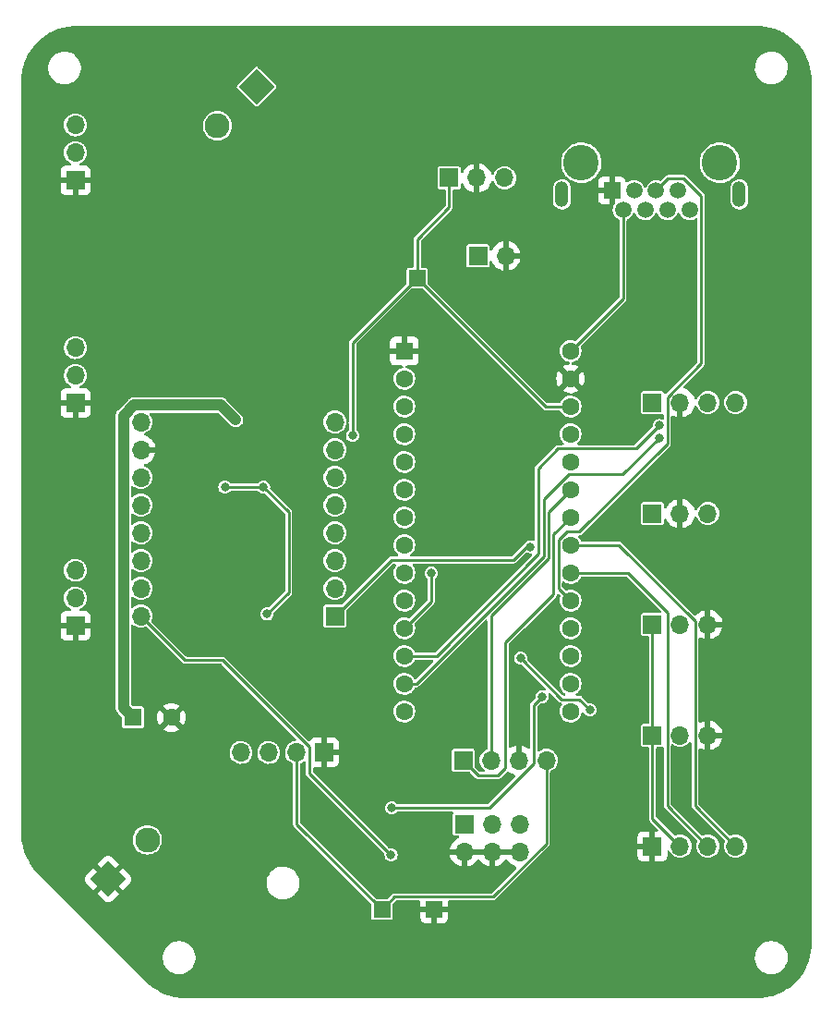
<source format=gbr>
G04 #@! TF.GenerationSoftware,KiCad,Pcbnew,(6.0.7)*
G04 #@! TF.CreationDate,2023-06-14T22:42:32-05:00*
G04 #@! TF.ProjectId,ControlBoardT4_DFminiSound_PowerAmp,436f6e74-726f-46c4-926f-61726454345f,rev?*
G04 #@! TF.SameCoordinates,Original*
G04 #@! TF.FileFunction,Copper,L1,Top*
G04 #@! TF.FilePolarity,Positive*
%FSLAX46Y46*%
G04 Gerber Fmt 4.6, Leading zero omitted, Abs format (unit mm)*
G04 Created by KiCad (PCBNEW (6.0.7)) date 2023-06-14 22:42:32*
%MOMM*%
%LPD*%
G01*
G04 APERTURE LIST*
G04 Aperture macros list*
%AMRotRect*
0 Rectangle, with rotation*
0 The origin of the aperture is its center*
0 $1 length*
0 $2 width*
0 $3 Rotation angle, in degrees counterclockwise*
0 Add horizontal line*
21,1,$1,$2,0,0,$3*%
G04 Aperture macros list end*
G04 #@! TA.AperFunction,ComponentPad*
%ADD10RotRect,2.286000X2.286000X45.000000*%
G04 #@! TD*
G04 #@! TA.AperFunction,ComponentPad*
%ADD11C,2.286000*%
G04 #@! TD*
G04 #@! TA.AperFunction,SMDPad,CuDef*
%ADD12R,1.500000X1.500000*%
G04 #@! TD*
G04 #@! TA.AperFunction,ComponentPad*
%ADD13RotRect,2.286000X2.286000X225.000000*%
G04 #@! TD*
G04 #@! TA.AperFunction,ComponentPad*
%ADD14R,1.700000X1.700000*%
G04 #@! TD*
G04 #@! TA.AperFunction,ComponentPad*
%ADD15O,1.700000X1.700000*%
G04 #@! TD*
G04 #@! TA.AperFunction,WasherPad*
%ADD16C,3.250000*%
G04 #@! TD*
G04 #@! TA.AperFunction,ComponentPad*
%ADD17R,1.500000X1.500000*%
G04 #@! TD*
G04 #@! TA.AperFunction,ComponentPad*
%ADD18C,1.500000*%
G04 #@! TD*
G04 #@! TA.AperFunction,ComponentPad*
%ADD19O,1.259000X2.362000*%
G04 #@! TD*
G04 #@! TA.AperFunction,ComponentPad*
%ADD20R,1.600000X1.600000*%
G04 #@! TD*
G04 #@! TA.AperFunction,ComponentPad*
%ADD21C,1.600000*%
G04 #@! TD*
G04 #@! TA.AperFunction,ComponentPad*
%ADD22C,0.800000*%
G04 #@! TD*
G04 #@! TA.AperFunction,ViaPad*
%ADD23C,0.800000*%
G04 #@! TD*
G04 #@! TA.AperFunction,Conductor*
%ADD24C,0.250000*%
G04 #@! TD*
G04 #@! TA.AperFunction,Conductor*
%ADD25C,1.000000*%
G04 #@! TD*
G04 APERTURE END LIST*
D10*
X116200000Y-147000000D03*
D11*
X119792102Y-143407898D03*
D12*
X146100000Y-149800000D03*
D13*
X129812051Y-74403949D03*
D11*
X126219949Y-77996051D03*
D14*
X113200000Y-83000000D03*
D15*
X113200000Y-80460000D03*
X113200000Y-77920000D03*
D14*
X113200000Y-103400000D03*
D15*
X113200000Y-100860000D03*
X113200000Y-98320000D03*
D14*
X113200000Y-123800000D03*
D15*
X113200000Y-121260000D03*
X113200000Y-118720000D03*
D12*
X144526000Y-91948000D03*
D14*
X136000000Y-135400000D03*
D15*
X133460000Y-135400000D03*
X130920000Y-135400000D03*
X128380000Y-135400000D03*
D16*
X159578320Y-81379180D03*
X172278320Y-81379180D03*
D17*
X162379020Y-83919180D03*
D18*
X163399020Y-85699180D03*
X164409020Y-83919180D03*
X165429020Y-85699180D03*
X166439020Y-83919180D03*
X167459020Y-85699180D03*
X168469020Y-83919180D03*
X169489020Y-85699180D03*
D19*
X174058320Y-84281130D03*
X157798320Y-84281130D03*
D14*
X166100000Y-144000000D03*
D15*
X168640000Y-144000000D03*
X171180000Y-144000000D03*
X173720000Y-144000000D03*
D12*
X141300000Y-149800000D03*
D20*
X143357000Y-98638000D03*
D21*
X143357000Y-101178000D03*
X143357000Y-103718000D03*
X143357000Y-106258000D03*
X143357000Y-108798000D03*
X143357000Y-111338000D03*
X143357000Y-113878000D03*
X143357000Y-116418000D03*
X143357000Y-118958000D03*
X143357000Y-121498000D03*
X143357000Y-124038000D03*
X143357000Y-126578000D03*
X143357000Y-129118000D03*
X143357000Y-131658000D03*
X158597000Y-131658000D03*
X158597000Y-129118000D03*
X158597000Y-126578000D03*
X158597000Y-124038000D03*
X158597000Y-121498000D03*
X158597000Y-118958000D03*
X158597000Y-116418000D03*
X158597000Y-113878000D03*
X158597000Y-111338000D03*
X158597000Y-108798000D03*
X158597000Y-106258000D03*
X158597000Y-103718000D03*
X158597000Y-101178000D03*
X158597000Y-98638000D03*
D14*
X150109000Y-89916000D03*
D15*
X152649000Y-89916000D03*
D14*
X148750000Y-136130000D03*
D15*
X151290000Y-136130000D03*
X153830000Y-136130000D03*
X156370000Y-136130000D03*
D14*
X166100000Y-103360000D03*
D15*
X168640000Y-103360000D03*
X171180000Y-103360000D03*
X173720000Y-103360000D03*
D14*
X166100000Y-113520000D03*
D15*
X168640000Y-113520000D03*
X171180000Y-113520000D03*
D14*
X166100000Y-123680000D03*
D15*
X168640000Y-123680000D03*
X171180000Y-123680000D03*
D14*
X166100000Y-133840000D03*
D15*
X168640000Y-133840000D03*
X171180000Y-133840000D03*
D14*
X136977200Y-122921000D03*
D15*
X119197200Y-122921000D03*
X136977200Y-120381000D03*
X119197200Y-120381000D03*
X136977200Y-117841000D03*
X119197200Y-117841000D03*
X136977200Y-115301000D03*
X119197200Y-115301000D03*
X136977200Y-112761000D03*
X119197200Y-112761000D03*
X136977200Y-110221000D03*
X119197200Y-110221000D03*
X136977200Y-107681000D03*
X119197200Y-107681000D03*
X136977200Y-105141000D03*
X119197200Y-105141000D03*
D20*
X118500000Y-132200000D03*
D21*
X122000000Y-132200000D03*
D14*
X147470000Y-82770000D03*
D15*
X150010000Y-82770000D03*
X152550000Y-82770000D03*
D14*
X148855000Y-141980000D03*
D15*
X148855000Y-144520000D03*
X151395000Y-141980000D03*
X151395000Y-144520000D03*
X153935000Y-141980000D03*
X153935000Y-144520000D03*
D22*
X126238000Y-116078000D03*
X126238000Y-117290850D03*
X127450850Y-115471575D03*
X126238000Y-114865150D03*
X125025150Y-115471575D03*
X125025150Y-116684425D03*
X127450850Y-116684425D03*
D23*
X154925500Y-116564055D03*
X176610000Y-112500000D03*
X110150000Y-110540000D03*
X110330000Y-143020000D03*
X153940000Y-151250000D03*
X140140000Y-75750000D03*
X109320000Y-75810000D03*
X176610000Y-133220000D03*
X109280000Y-89830000D03*
X110200000Y-131780000D03*
X173520000Y-76130000D03*
X158060000Y-90550000D03*
X176180000Y-91170000D03*
X167630000Y-151400000D03*
X125950000Y-100390000D03*
X120530000Y-90110000D03*
X147630000Y-110650000D03*
X137040000Y-90350000D03*
X120510000Y-75750000D03*
X127250000Y-150940000D03*
X157980000Y-75750000D03*
X121160000Y-147320000D03*
X147790000Y-131370000D03*
X127880000Y-104930000D03*
X160380000Y-131510000D03*
X154010000Y-126770000D03*
X166730000Y-105460000D03*
X166700000Y-106610000D03*
X145820000Y-118980000D03*
X130450000Y-111120000D03*
X138600000Y-106380000D03*
X126905699Y-111109702D03*
X130770000Y-122722000D03*
X142140000Y-144810000D03*
X155990000Y-130300000D03*
X142190000Y-140500000D03*
D24*
X133460000Y-135400000D02*
X133460000Y-141960000D01*
X133460000Y-141960000D02*
X141300000Y-149800000D01*
X142460000Y-148640000D02*
X151476701Y-148640000D01*
X154551845Y-116564055D02*
X154925500Y-116564055D01*
X153335900Y-117780000D02*
X154551845Y-116564055D01*
X137023100Y-122921000D02*
X142164100Y-117780000D01*
X156370000Y-143746701D02*
X156370000Y-136130000D01*
X136977200Y-122921000D02*
X137023100Y-122921000D01*
X163399020Y-93835980D02*
X163399020Y-85699180D01*
X141300000Y-149800000D02*
X142460000Y-148640000D01*
X151476701Y-148640000D02*
X156370000Y-143746701D01*
X142164100Y-117780000D02*
X153335900Y-117780000D01*
X158597000Y-98638000D02*
X163399020Y-93835980D01*
D25*
X126541000Y-103591000D02*
X118555168Y-103591000D01*
X127880000Y-104930000D02*
X126541000Y-103591000D01*
X117590000Y-104556168D02*
X117590000Y-131290000D01*
X117590000Y-131290000D02*
X118500000Y-132200000D01*
X118555168Y-103591000D02*
X117590000Y-104556168D01*
D24*
X167465000Y-140285000D02*
X167465000Y-122584266D01*
X171180000Y-144000000D02*
X167465000Y-140285000D01*
X163838734Y-118958000D02*
X158597000Y-118958000D01*
X167465000Y-122584266D02*
X163838734Y-118958000D01*
X173720000Y-144000000D02*
X170005000Y-140285000D01*
X170005000Y-123383299D02*
X163039701Y-116418000D01*
X170005000Y-140285000D02*
X170005000Y-123383299D01*
X163039701Y-116418000D02*
X158597000Y-116418000D01*
X167514020Y-82844180D02*
X168974180Y-82844180D01*
X159410000Y-115190000D02*
X158234009Y-115190000D01*
X158234009Y-115190000D02*
X157472000Y-115952009D01*
X157472000Y-120373000D02*
X158597000Y-121498000D01*
X170564020Y-99774279D02*
X167465000Y-102873299D01*
X166439020Y-83919180D02*
X167514020Y-82844180D01*
X168974180Y-82844180D02*
X170564020Y-84434020D01*
X170564020Y-84434020D02*
X170564020Y-99774279D01*
X167465000Y-102873299D02*
X167465000Y-107135000D01*
X167465000Y-107135000D02*
X159410000Y-115190000D01*
X157472000Y-115952009D02*
X157472000Y-120373000D01*
X157773000Y-130533000D02*
X154010000Y-126770000D01*
X160380000Y-131510000D02*
X159403000Y-130533000D01*
X159403000Y-130533000D02*
X157773000Y-130533000D01*
X164620000Y-107570000D02*
X157450000Y-107570000D01*
X146302000Y-126578000D02*
X143357000Y-126578000D01*
X157450000Y-107570000D02*
X155650000Y-109370000D01*
X166730000Y-105460000D02*
X164620000Y-107570000D01*
X155650000Y-117230000D02*
X146302000Y-126578000D01*
X155650000Y-109370000D02*
X155650000Y-117230000D01*
X143357000Y-129118000D02*
X144437690Y-129118000D01*
X156120000Y-112224009D02*
X158404009Y-109940000D01*
X163370000Y-109940000D02*
X166700000Y-106610000D01*
X144437690Y-129118000D02*
X156120000Y-117435690D01*
X158404009Y-109940000D02*
X163370000Y-109940000D01*
X156120000Y-117435690D02*
X156120000Y-112224009D01*
X145820000Y-121575000D02*
X143357000Y-124038000D01*
X145820000Y-118980000D02*
X145820000Y-121575000D01*
X157022499Y-115452501D02*
X158597000Y-113878000D01*
X157022499Y-120891811D02*
X157022499Y-115452501D01*
X152570000Y-125344310D02*
X157022499Y-120891811D01*
X151920000Y-137520000D02*
X152570000Y-136870000D01*
X150140000Y-137520000D02*
X151920000Y-137520000D01*
X148750000Y-136130000D02*
X150140000Y-137520000D01*
X152570000Y-136870000D02*
X152570000Y-125344310D01*
X156569002Y-117622378D02*
X156569002Y-117602378D01*
X151290000Y-122901380D02*
X156569002Y-117622378D01*
X156569002Y-117602378D02*
X156572998Y-117598382D01*
X156572998Y-117598382D02*
X156572998Y-113362002D01*
X156572998Y-113362002D02*
X158597000Y-111338000D01*
X151290000Y-136130000D02*
X151290000Y-122901380D01*
X138600000Y-97874000D02*
X144526000Y-91948000D01*
X144526000Y-88379000D02*
X147470000Y-85435000D01*
X130450000Y-111120000D02*
X126915997Y-111120000D01*
X138600000Y-106380000D02*
X138600000Y-97874000D01*
X166100000Y-141460000D02*
X168640000Y-144000000D01*
X156296000Y-103718000D02*
X144526000Y-91948000D01*
X158597000Y-103718000D02*
X156296000Y-103718000D01*
X147470000Y-85435000D02*
X147470000Y-82770000D01*
X144526000Y-91948000D02*
X144526000Y-88379000D01*
X166100000Y-133840000D02*
X166100000Y-123680000D01*
X130450000Y-111120000D02*
X132750000Y-113420000D01*
X166100000Y-133840000D02*
X166100000Y-141460000D01*
X132750000Y-120742000D02*
X130770000Y-122722000D01*
X126915997Y-111120000D02*
X126905699Y-111109702D01*
X132750000Y-113420000D02*
X132750000Y-120742000D01*
X126685501Y-126963800D02*
X134635000Y-134913299D01*
X134635000Y-137305000D02*
X142140000Y-144810000D01*
X134635000Y-134913299D02*
X134635000Y-137305000D01*
X119197200Y-122921000D02*
X123240000Y-126963800D01*
X123240000Y-126963800D02*
X126685501Y-126963800D01*
X155990000Y-130300000D02*
X155195000Y-131095000D01*
X155195000Y-136426701D02*
X151121701Y-140500000D01*
X151121701Y-140500000D02*
X142190000Y-140500000D01*
X155195000Y-131095000D02*
X155195000Y-136426701D01*
G04 #@! TA.AperFunction,Conductor*
G36*
X130293238Y-111705044D02*
G01*
X130301426Y-111706122D01*
X130429124Y-111722934D01*
X130290000Y-120130000D01*
X121720000Y-119970000D01*
X121960000Y-111850000D01*
X130219438Y-111674475D01*
X130293238Y-111705044D01*
G37*
G04 #@! TD.AperFunction*
G04 #@! TA.AperFunction,Conductor*
G36*
X113306376Y-68859549D02*
G01*
X113306714Y-68859500D01*
X175668928Y-68859500D01*
X175668928Y-68859557D01*
X175669027Y-68859541D01*
X175674000Y-68861601D01*
X175678612Y-68859691D01*
X175692820Y-68860279D01*
X175692821Y-68860279D01*
X176086191Y-68876549D01*
X176096569Y-68877409D01*
X176298670Y-68902600D01*
X176500778Y-68927793D01*
X176511035Y-68929505D01*
X176880190Y-69006908D01*
X176909698Y-69013095D01*
X176919794Y-69015651D01*
X177310197Y-69131880D01*
X177320046Y-69135261D01*
X177523734Y-69214740D01*
X177699528Y-69283335D01*
X177709053Y-69287513D01*
X177980075Y-69420008D01*
X178074988Y-69466408D01*
X178084147Y-69471364D01*
X178434074Y-69679876D01*
X178442791Y-69685572D01*
X178774293Y-69922259D01*
X178782512Y-69928655D01*
X179093354Y-70191924D01*
X179101015Y-70198978D01*
X179389022Y-70486985D01*
X179396076Y-70494646D01*
X179659345Y-70805488D01*
X179665741Y-70813707D01*
X179902428Y-71145209D01*
X179908124Y-71153926D01*
X180116636Y-71503853D01*
X180121590Y-71513009D01*
X180294544Y-71866790D01*
X180300484Y-71878941D01*
X180304668Y-71888478D01*
X180452739Y-72267954D01*
X180456120Y-72277803D01*
X180572349Y-72668206D01*
X180574905Y-72678302D01*
X180657653Y-73072944D01*
X180658494Y-73076957D01*
X180660208Y-73087229D01*
X180710591Y-73491431D01*
X180711451Y-73501809D01*
X180728309Y-73909388D01*
X180726640Y-73909457D01*
X180727144Y-73912202D01*
X180726399Y-73914000D01*
X180728329Y-73918660D01*
X180728405Y-73919072D01*
X180728500Y-73919072D01*
X180728500Y-73935468D01*
X180728451Y-73936376D01*
X180728500Y-73936714D01*
X180728500Y-152869928D01*
X180728443Y-152869928D01*
X180728459Y-152870027D01*
X180726399Y-152875000D01*
X180728309Y-152879612D01*
X180727721Y-152893820D01*
X180727721Y-152893821D01*
X180711449Y-153287215D01*
X180710589Y-153297594D01*
X180660200Y-153701819D01*
X180658486Y-153712092D01*
X180574883Y-154110784D01*
X180572326Y-154120880D01*
X180456085Y-154511301D01*
X180452703Y-154521151D01*
X180304621Y-154900628D01*
X180300438Y-154910165D01*
X180121514Y-155276132D01*
X180116557Y-155285291D01*
X179908025Y-155635227D01*
X179902328Y-155643946D01*
X179665610Y-155975463D01*
X179659219Y-155983674D01*
X179395926Y-156294516D01*
X179388876Y-156302173D01*
X179258023Y-156433014D01*
X179100814Y-156590207D01*
X179093152Y-156597260D01*
X178782280Y-156860527D01*
X178774064Y-156866920D01*
X178637831Y-156964176D01*
X178442536Y-157103596D01*
X178433817Y-157109292D01*
X178083850Y-157317796D01*
X178074691Y-157322752D01*
X177708717Y-157501635D01*
X177699179Y-157505818D01*
X177319670Y-157653870D01*
X177309835Y-157657245D01*
X177050717Y-157734365D01*
X176919400Y-157773448D01*
X176909308Y-157776003D01*
X176510595Y-157859569D01*
X176500335Y-157861280D01*
X176096097Y-157911631D01*
X176085722Y-157912490D01*
X175678115Y-157929310D01*
X175678046Y-157927636D01*
X175675292Y-157928140D01*
X175673503Y-157927399D01*
X175668875Y-157929315D01*
X175668429Y-157929397D01*
X175668429Y-157929500D01*
X175652094Y-157929500D01*
X175651151Y-157929449D01*
X175650798Y-157929500D01*
X123288572Y-157929500D01*
X123288572Y-157929446D01*
X123288478Y-157929461D01*
X123283500Y-157927399D01*
X123278867Y-157929318D01*
X123264570Y-157928756D01*
X123264569Y-157928756D01*
X122891879Y-157914113D01*
X122882016Y-157913337D01*
X122497713Y-157867852D01*
X122487942Y-157866304D01*
X122108404Y-157790809D01*
X122098783Y-157788499D01*
X121726341Y-157683459D01*
X121716932Y-157680402D01*
X121420758Y-157571138D01*
X121353868Y-157546461D01*
X121344730Y-157542676D01*
X121264779Y-157505818D01*
X120993295Y-157380662D01*
X120984500Y-157376181D01*
X120646847Y-157187087D01*
X120638411Y-157181917D01*
X120521195Y-157103596D01*
X120316650Y-156966923D01*
X120308661Y-156961119D01*
X120053858Y-156760248D01*
X120004755Y-156721538D01*
X119997232Y-156715113D01*
X119712834Y-156452219D01*
X119713916Y-156451049D01*
X119711720Y-156449530D01*
X119710915Y-156447585D01*
X119705916Y-156445514D01*
X119705855Y-156445472D01*
X119705843Y-156445484D01*
X119694287Y-156433928D01*
X119693657Y-156433226D01*
X119693373Y-156433014D01*
X117565387Y-154305028D01*
X121198025Y-154305028D01*
X121235347Y-154548930D01*
X121312003Y-154783460D01*
X121425935Y-155002321D01*
X121574083Y-155199636D01*
X121752468Y-155370104D01*
X121756740Y-155373018D01*
X121756741Y-155373019D01*
X121785893Y-155392905D01*
X121956300Y-155509149D01*
X122068202Y-155561092D01*
X122175409Y-155610856D01*
X122175413Y-155610857D01*
X122180104Y-155613035D01*
X122417871Y-155678974D01*
X122423008Y-155679523D01*
X122615957Y-155700144D01*
X122615965Y-155700144D01*
X122619292Y-155700500D01*
X122762554Y-155700500D01*
X122765127Y-155700288D01*
X122765138Y-155700288D01*
X122940760Y-155685849D01*
X122940766Y-155685848D01*
X122945911Y-155685425D01*
X123185217Y-155625316D01*
X123411493Y-155526928D01*
X123618661Y-155392905D01*
X123640516Y-155373019D01*
X123712886Y-155307167D01*
X123801158Y-155226846D01*
X123804357Y-155222795D01*
X123804361Y-155222791D01*
X123950881Y-155037264D01*
X123950884Y-155037259D01*
X123954082Y-155033210D01*
X123956577Y-155028691D01*
X124070830Y-154821722D01*
X124070832Y-154821718D01*
X124073327Y-154817198D01*
X124085275Y-154783460D01*
X124153965Y-154589485D01*
X124153966Y-154589481D01*
X124155691Y-154584610D01*
X124167860Y-154516293D01*
X124198055Y-154346783D01*
X124198056Y-154346777D01*
X124198961Y-154341694D01*
X124199409Y-154305028D01*
X175498025Y-154305028D01*
X175535347Y-154548930D01*
X175612003Y-154783460D01*
X175725935Y-155002321D01*
X175874083Y-155199636D01*
X176052468Y-155370104D01*
X176056740Y-155373018D01*
X176056741Y-155373019D01*
X176085893Y-155392905D01*
X176256300Y-155509149D01*
X176368202Y-155561092D01*
X176475409Y-155610856D01*
X176475413Y-155610857D01*
X176480104Y-155613035D01*
X176717871Y-155678974D01*
X176723008Y-155679523D01*
X176915957Y-155700144D01*
X176915965Y-155700144D01*
X176919292Y-155700500D01*
X177062554Y-155700500D01*
X177065127Y-155700288D01*
X177065138Y-155700288D01*
X177240760Y-155685849D01*
X177240766Y-155685848D01*
X177245911Y-155685425D01*
X177485217Y-155625316D01*
X177711493Y-155526928D01*
X177918661Y-155392905D01*
X177940516Y-155373019D01*
X178012886Y-155307167D01*
X178101158Y-155226846D01*
X178104357Y-155222795D01*
X178104361Y-155222791D01*
X178250881Y-155037264D01*
X178250884Y-155037259D01*
X178254082Y-155033210D01*
X178256577Y-155028691D01*
X178370830Y-154821722D01*
X178370832Y-154821718D01*
X178373327Y-154817198D01*
X178385275Y-154783460D01*
X178453965Y-154589485D01*
X178453966Y-154589481D01*
X178455691Y-154584610D01*
X178467860Y-154516293D01*
X178498055Y-154346783D01*
X178498056Y-154346777D01*
X178498961Y-154341694D01*
X178501975Y-154094972D01*
X178464653Y-153851070D01*
X178387997Y-153616540D01*
X178274065Y-153397679D01*
X178198920Y-153297594D01*
X178129022Y-153204499D01*
X178129020Y-153204496D01*
X178125917Y-153200364D01*
X177947532Y-153029896D01*
X177919212Y-153010577D01*
X177747979Y-152893770D01*
X177747980Y-152893770D01*
X177743700Y-152890851D01*
X177631798Y-152838908D01*
X177524591Y-152789144D01*
X177524587Y-152789143D01*
X177519896Y-152786965D01*
X177282129Y-152721026D01*
X177276992Y-152720477D01*
X177084043Y-152699856D01*
X177084035Y-152699856D01*
X177080708Y-152699500D01*
X176937446Y-152699500D01*
X176934873Y-152699712D01*
X176934862Y-152699712D01*
X176759240Y-152714151D01*
X176759234Y-152714152D01*
X176754089Y-152714575D01*
X176514783Y-152774684D01*
X176288507Y-152873072D01*
X176081339Y-153007095D01*
X176077514Y-153010575D01*
X176077512Y-153010577D01*
X176056281Y-153029896D01*
X175898842Y-153173154D01*
X175895643Y-153177205D01*
X175895639Y-153177209D01*
X175749119Y-153362736D01*
X175749116Y-153362741D01*
X175745918Y-153366790D01*
X175743425Y-153371306D01*
X175743423Y-153371309D01*
X175731150Y-153393543D01*
X175626673Y-153582802D01*
X175624949Y-153587671D01*
X175624947Y-153587675D01*
X175546035Y-153810515D01*
X175544309Y-153815390D01*
X175501039Y-154058306D01*
X175498025Y-154305028D01*
X124199409Y-154305028D01*
X124201975Y-154094972D01*
X124164653Y-153851070D01*
X124087997Y-153616540D01*
X123974065Y-153397679D01*
X123898920Y-153297594D01*
X123829022Y-153204499D01*
X123829020Y-153204496D01*
X123825917Y-153200364D01*
X123647532Y-153029896D01*
X123619212Y-153010577D01*
X123447979Y-152893770D01*
X123447980Y-152893770D01*
X123443700Y-152890851D01*
X123331798Y-152838908D01*
X123224591Y-152789144D01*
X123224587Y-152789143D01*
X123219896Y-152786965D01*
X122982129Y-152721026D01*
X122976992Y-152720477D01*
X122784043Y-152699856D01*
X122784035Y-152699856D01*
X122780708Y-152699500D01*
X122637446Y-152699500D01*
X122634873Y-152699712D01*
X122634862Y-152699712D01*
X122459240Y-152714151D01*
X122459234Y-152714152D01*
X122454089Y-152714575D01*
X122214783Y-152774684D01*
X121988507Y-152873072D01*
X121781339Y-153007095D01*
X121777514Y-153010575D01*
X121777512Y-153010577D01*
X121756281Y-153029896D01*
X121598842Y-153173154D01*
X121595643Y-153177205D01*
X121595639Y-153177209D01*
X121449119Y-153362736D01*
X121449116Y-153362741D01*
X121445918Y-153366790D01*
X121443425Y-153371306D01*
X121443423Y-153371309D01*
X121431150Y-153393543D01*
X121326673Y-153582802D01*
X121324949Y-153587671D01*
X121324947Y-153587675D01*
X121246035Y-153810515D01*
X121244309Y-153815390D01*
X121201039Y-154058306D01*
X121198025Y-154305028D01*
X117565387Y-154305028D01*
X111608529Y-148348170D01*
X115217371Y-148348170D01*
X115217502Y-148350004D01*
X115221751Y-148356616D01*
X115872374Y-149007239D01*
X115877458Y-149011801D01*
X115917331Y-149043861D01*
X115930681Y-149052083D01*
X116047786Y-149105327D01*
X116064841Y-149110314D01*
X116191111Y-149128397D01*
X116208889Y-149128397D01*
X116335159Y-149110314D01*
X116352214Y-149105327D01*
X116469317Y-149052084D01*
X116482670Y-149043861D01*
X116522551Y-149011795D01*
X116527615Y-149007251D01*
X117175019Y-148359846D01*
X117182630Y-148345908D01*
X117182498Y-148344072D01*
X117178249Y-148337460D01*
X116212810Y-147372020D01*
X116198869Y-147364408D01*
X116197034Y-147364539D01*
X116190420Y-147368790D01*
X115224985Y-148334226D01*
X115217371Y-148348170D01*
X111608529Y-148348170D01*
X110269248Y-147008889D01*
X114071603Y-147008889D01*
X114089686Y-147135159D01*
X114094673Y-147152214D01*
X114147916Y-147269317D01*
X114156139Y-147282670D01*
X114188205Y-147322551D01*
X114192749Y-147327615D01*
X114840154Y-147975019D01*
X114854092Y-147982630D01*
X114855928Y-147982498D01*
X114862540Y-147978249D01*
X115827980Y-147012810D01*
X115834357Y-147001131D01*
X116564408Y-147001131D01*
X116564539Y-147002966D01*
X116568790Y-147009580D01*
X117534226Y-147975015D01*
X117548170Y-147982629D01*
X117550004Y-147982498D01*
X117556616Y-147978249D01*
X118070837Y-147464028D01*
X130726125Y-147464028D01*
X130763447Y-147707930D01*
X130840103Y-147942460D01*
X130954035Y-148161321D01*
X130957138Y-148165454D01*
X130957140Y-148165457D01*
X131094325Y-148348170D01*
X131102183Y-148358636D01*
X131280568Y-148529104D01*
X131284840Y-148532018D01*
X131284841Y-148532019D01*
X131313993Y-148551905D01*
X131484400Y-148668149D01*
X131596302Y-148720092D01*
X131703509Y-148769856D01*
X131703513Y-148769857D01*
X131708204Y-148772035D01*
X131945971Y-148837974D01*
X131951108Y-148838523D01*
X132144057Y-148859144D01*
X132144065Y-148859144D01*
X132147392Y-148859500D01*
X132290654Y-148859500D01*
X132293227Y-148859288D01*
X132293238Y-148859288D01*
X132468860Y-148844849D01*
X132468866Y-148844848D01*
X132474011Y-148844425D01*
X132713317Y-148784316D01*
X132939593Y-148685928D01*
X133146761Y-148551905D01*
X133168616Y-148532019D01*
X133291844Y-148419890D01*
X133329258Y-148385846D01*
X133332457Y-148381795D01*
X133332461Y-148381791D01*
X133478981Y-148196264D01*
X133478984Y-148196259D01*
X133482182Y-148192210D01*
X133484677Y-148187691D01*
X133598930Y-147980722D01*
X133598932Y-147980718D01*
X133601427Y-147976198D01*
X133613375Y-147942460D01*
X133682065Y-147748485D01*
X133682066Y-147748481D01*
X133683791Y-147743610D01*
X133727061Y-147500694D01*
X133729237Y-147322542D01*
X133730012Y-147259142D01*
X133730012Y-147259140D01*
X133730075Y-147253972D01*
X133692753Y-147010070D01*
X133616097Y-146775540D01*
X133502165Y-146556679D01*
X133424064Y-146452657D01*
X133357122Y-146363499D01*
X133357120Y-146363496D01*
X133354017Y-146359364D01*
X133175632Y-146188896D01*
X133147312Y-146169577D01*
X132976079Y-146052770D01*
X132976080Y-146052770D01*
X132971800Y-146049851D01*
X132859898Y-145997908D01*
X132752691Y-145948144D01*
X132752687Y-145948143D01*
X132747996Y-145945965D01*
X132510229Y-145880026D01*
X132505092Y-145879477D01*
X132312143Y-145858856D01*
X132312135Y-145858856D01*
X132308808Y-145858500D01*
X132165546Y-145858500D01*
X132162973Y-145858712D01*
X132162962Y-145858712D01*
X131987340Y-145873151D01*
X131987334Y-145873152D01*
X131982189Y-145873575D01*
X131742883Y-145933684D01*
X131603313Y-145994371D01*
X131540344Y-146021751D01*
X131516607Y-146032072D01*
X131309439Y-146166095D01*
X131305614Y-146169575D01*
X131305612Y-146169577D01*
X131251564Y-146218757D01*
X131126942Y-146332154D01*
X131123743Y-146336205D01*
X131123739Y-146336209D01*
X130977219Y-146521736D01*
X130977216Y-146521741D01*
X130974018Y-146525790D01*
X130971525Y-146530306D01*
X130971523Y-146530309D01*
X130868282Y-146717331D01*
X130854773Y-146741802D01*
X130853049Y-146746671D01*
X130853047Y-146746675D01*
X130841084Y-146780458D01*
X130772409Y-146974390D01*
X130771502Y-146979483D01*
X130771501Y-146979486D01*
X130740734Y-147152214D01*
X130729139Y-147217306D01*
X130726125Y-147464028D01*
X118070837Y-147464028D01*
X118207239Y-147327626D01*
X118211801Y-147322542D01*
X118243861Y-147282669D01*
X118252083Y-147269319D01*
X118305327Y-147152214D01*
X118310314Y-147135159D01*
X118328397Y-147008889D01*
X118328397Y-146991111D01*
X118310314Y-146864841D01*
X118305327Y-146847786D01*
X118252084Y-146730683D01*
X118243861Y-146717330D01*
X118211795Y-146677449D01*
X118207251Y-146672385D01*
X117559846Y-146024981D01*
X117545908Y-146017370D01*
X117544072Y-146017502D01*
X117537460Y-146021751D01*
X116572020Y-146987190D01*
X116564408Y-147001131D01*
X115834357Y-147001131D01*
X115835592Y-146998869D01*
X115835461Y-146997034D01*
X115831210Y-146990420D01*
X114865774Y-146024985D01*
X114851830Y-146017371D01*
X114849996Y-146017502D01*
X114843384Y-146021751D01*
X114192761Y-146672374D01*
X114188199Y-146677458D01*
X114156139Y-146717331D01*
X114147917Y-146730681D01*
X114094673Y-146847786D01*
X114089686Y-146864841D01*
X114071603Y-146991111D01*
X114071603Y-147008889D01*
X110269248Y-147008889D01*
X109713016Y-146452657D01*
X109713054Y-146452619D01*
X109712977Y-146452564D01*
X109710915Y-146447585D01*
X109706281Y-146445666D01*
X109443385Y-146161266D01*
X109436963Y-146153746D01*
X109347542Y-146040316D01*
X109197381Y-145849838D01*
X109191572Y-145841842D01*
X109189717Y-145839065D01*
X109066122Y-145654092D01*
X115217370Y-145654092D01*
X115217502Y-145655928D01*
X115221751Y-145662540D01*
X116187190Y-146627980D01*
X116201131Y-146635592D01*
X116202966Y-146635461D01*
X116209580Y-146631210D01*
X117175015Y-145665774D01*
X117182629Y-145651830D01*
X117182498Y-145649996D01*
X117178249Y-145643384D01*
X116527626Y-144992761D01*
X116522542Y-144988199D01*
X116482669Y-144956139D01*
X116469319Y-144947917D01*
X116352214Y-144894673D01*
X116335159Y-144889686D01*
X116208889Y-144871603D01*
X116191111Y-144871603D01*
X116064841Y-144889686D01*
X116047786Y-144894673D01*
X115930683Y-144947916D01*
X115917330Y-144956139D01*
X115877449Y-144988205D01*
X115872385Y-144992749D01*
X115224981Y-145640154D01*
X115217370Y-145654092D01*
X109066122Y-145654092D01*
X108976578Y-145520079D01*
X108971409Y-145511644D01*
X108782323Y-145174007D01*
X108777838Y-145165205D01*
X108615824Y-144813767D01*
X108612039Y-144804630D01*
X108478099Y-144441568D01*
X108475042Y-144432159D01*
X108370002Y-144059716D01*
X108367692Y-144050096D01*
X108292197Y-143670559D01*
X108290649Y-143660787D01*
X108260718Y-143407898D01*
X118443470Y-143407898D01*
X118463959Y-143642085D01*
X118465383Y-143647399D01*
X118465383Y-143647400D01*
X118517644Y-143842441D01*
X118524802Y-143869157D01*
X118527124Y-143874138D01*
X118527125Y-143874139D01*
X118621826Y-144077227D01*
X118621829Y-144077232D01*
X118624152Y-144082214D01*
X118627309Y-144086722D01*
X118753925Y-144267548D01*
X118758990Y-144274782D01*
X118925218Y-144441010D01*
X118929726Y-144444167D01*
X118929729Y-144444169D01*
X119010072Y-144500425D01*
X119117786Y-144575848D01*
X119122768Y-144578171D01*
X119122773Y-144578174D01*
X119325861Y-144672875D01*
X119330843Y-144675198D01*
X119336151Y-144676620D01*
X119336153Y-144676621D01*
X119547573Y-144733270D01*
X119557915Y-144736041D01*
X119792102Y-144756530D01*
X120026289Y-144736041D01*
X120036631Y-144733270D01*
X120248051Y-144676621D01*
X120248053Y-144676620D01*
X120253361Y-144675198D01*
X120258343Y-144672875D01*
X120461431Y-144578174D01*
X120461436Y-144578171D01*
X120466418Y-144575848D01*
X120574132Y-144500425D01*
X120654475Y-144444169D01*
X120654478Y-144444167D01*
X120658986Y-144441010D01*
X120825214Y-144274782D01*
X120830280Y-144267548D01*
X120956895Y-144086722D01*
X120960052Y-144082214D01*
X120962375Y-144077232D01*
X120962378Y-144077227D01*
X121057079Y-143874139D01*
X121057080Y-143874138D01*
X121059402Y-143869157D01*
X121066561Y-143842441D01*
X121118821Y-143647400D01*
X121118821Y-143647399D01*
X121120245Y-143642085D01*
X121140734Y-143407898D01*
X121120245Y-143173711D01*
X121118821Y-143168396D01*
X121060825Y-142951949D01*
X121060824Y-142951947D01*
X121059402Y-142946639D01*
X121057079Y-142941657D01*
X120962378Y-142738569D01*
X120962375Y-142738564D01*
X120960052Y-142733582D01*
X120825214Y-142541014D01*
X120658986Y-142374786D01*
X120654478Y-142371629D01*
X120654475Y-142371627D01*
X120574132Y-142315371D01*
X120466418Y-142239948D01*
X120461436Y-142237625D01*
X120461431Y-142237622D01*
X120258343Y-142142921D01*
X120258342Y-142142920D01*
X120253361Y-142140598D01*
X120248053Y-142139176D01*
X120248051Y-142139175D01*
X120031604Y-142081179D01*
X120031603Y-142081179D01*
X120026289Y-142079755D01*
X119792102Y-142059266D01*
X119557915Y-142079755D01*
X119552601Y-142081179D01*
X119552600Y-142081179D01*
X119336153Y-142139175D01*
X119336151Y-142139176D01*
X119330843Y-142140598D01*
X119325862Y-142142920D01*
X119325861Y-142142921D01*
X119122773Y-142237622D01*
X119122768Y-142237625D01*
X119117786Y-142239948D01*
X119010072Y-142315371D01*
X118929729Y-142371627D01*
X118929726Y-142371629D01*
X118925218Y-142374786D01*
X118758990Y-142541014D01*
X118624152Y-142733582D01*
X118621829Y-142738564D01*
X118621826Y-142738569D01*
X118527125Y-142941657D01*
X118524802Y-142946639D01*
X118523380Y-142951947D01*
X118523379Y-142951949D01*
X118465383Y-143168396D01*
X118463959Y-143173711D01*
X118443470Y-143407898D01*
X108260718Y-143407898D01*
X108245164Y-143276484D01*
X108244388Y-143266621D01*
X108229183Y-142879631D01*
X108230765Y-142879569D01*
X108230289Y-142876960D01*
X108231101Y-142875000D01*
X108229014Y-142869962D01*
X108229008Y-142869929D01*
X108229000Y-142869929D01*
X108229000Y-142853532D01*
X108229049Y-142852627D01*
X108229000Y-142852289D01*
X108229001Y-142794276D01*
X108229055Y-135385262D01*
X127324520Y-135385262D01*
X127341759Y-135590553D01*
X127343458Y-135596478D01*
X127379540Y-135722310D01*
X127398544Y-135788586D01*
X127401359Y-135794063D01*
X127401360Y-135794066D01*
X127471787Y-135931103D01*
X127492712Y-135971818D01*
X127620677Y-136133270D01*
X127625370Y-136137264D01*
X127625371Y-136137265D01*
X127767235Y-136258000D01*
X127777564Y-136266791D01*
X127957398Y-136367297D01*
X128052238Y-136398113D01*
X128147471Y-136429056D01*
X128147475Y-136429057D01*
X128153329Y-136430959D01*
X128357894Y-136455351D01*
X128364029Y-136454879D01*
X128364031Y-136454879D01*
X128420039Y-136450569D01*
X128563300Y-136439546D01*
X128569230Y-136437890D01*
X128569232Y-136437890D01*
X128755797Y-136385800D01*
X128755796Y-136385800D01*
X128761725Y-136384145D01*
X128767214Y-136381372D01*
X128767220Y-136381370D01*
X128940116Y-136294033D01*
X128945610Y-136291258D01*
X129107951Y-136164424D01*
X129115267Y-136155949D01*
X129238540Y-136013134D01*
X129238540Y-136013133D01*
X129242564Y-136008472D01*
X129263387Y-135971818D01*
X129293353Y-135919068D01*
X129344323Y-135829344D01*
X129409351Y-135633863D01*
X129435171Y-135429474D01*
X129435583Y-135400000D01*
X129434138Y-135385262D01*
X129864520Y-135385262D01*
X129881759Y-135590553D01*
X129883458Y-135596478D01*
X129919540Y-135722310D01*
X129938544Y-135788586D01*
X129941359Y-135794063D01*
X129941360Y-135794066D01*
X130011787Y-135931103D01*
X130032712Y-135971818D01*
X130160677Y-136133270D01*
X130165370Y-136137264D01*
X130165371Y-136137265D01*
X130307235Y-136258000D01*
X130317564Y-136266791D01*
X130497398Y-136367297D01*
X130592238Y-136398113D01*
X130687471Y-136429056D01*
X130687475Y-136429057D01*
X130693329Y-136430959D01*
X130897894Y-136455351D01*
X130904029Y-136454879D01*
X130904031Y-136454879D01*
X130960039Y-136450569D01*
X131103300Y-136439546D01*
X131109230Y-136437890D01*
X131109232Y-136437890D01*
X131295797Y-136385800D01*
X131295796Y-136385800D01*
X131301725Y-136384145D01*
X131307214Y-136381372D01*
X131307220Y-136381370D01*
X131480116Y-136294033D01*
X131485610Y-136291258D01*
X131647951Y-136164424D01*
X131655267Y-136155949D01*
X131778540Y-136013134D01*
X131778540Y-136013133D01*
X131782564Y-136008472D01*
X131803387Y-135971818D01*
X131833353Y-135919068D01*
X131884323Y-135829344D01*
X131949351Y-135633863D01*
X131975171Y-135429474D01*
X131975583Y-135400000D01*
X131955480Y-135194970D01*
X131895935Y-134997749D01*
X131799218Y-134815849D01*
X131707016Y-134702798D01*
X131672906Y-134660975D01*
X131672903Y-134660972D01*
X131669011Y-134656200D01*
X131606425Y-134604424D01*
X131515025Y-134528811D01*
X131515021Y-134528809D01*
X131510275Y-134524882D01*
X131329055Y-134426897D01*
X131132254Y-134365977D01*
X131126129Y-134365333D01*
X131126128Y-134365333D01*
X130933498Y-134345087D01*
X130933496Y-134345087D01*
X130927369Y-134344443D01*
X130840529Y-134352346D01*
X130728342Y-134362555D01*
X130728339Y-134362556D01*
X130722203Y-134363114D01*
X130524572Y-134421280D01*
X130342002Y-134516726D01*
X130337201Y-134520586D01*
X130337198Y-134520588D01*
X130186254Y-134641950D01*
X130181447Y-134645815D01*
X130049024Y-134803630D01*
X130046056Y-134809028D01*
X130046053Y-134809033D01*
X129960773Y-134964158D01*
X129949776Y-134984162D01*
X129887484Y-135180532D01*
X129886798Y-135186649D01*
X129886797Y-135186653D01*
X129878542Y-135260252D01*
X129864520Y-135385262D01*
X129434138Y-135385262D01*
X129415480Y-135194970D01*
X129355935Y-134997749D01*
X129259218Y-134815849D01*
X129167016Y-134702798D01*
X129132906Y-134660975D01*
X129132903Y-134660972D01*
X129129011Y-134656200D01*
X129066425Y-134604424D01*
X128975025Y-134528811D01*
X128975021Y-134528809D01*
X128970275Y-134524882D01*
X128789055Y-134426897D01*
X128592254Y-134365977D01*
X128586129Y-134365333D01*
X128586128Y-134365333D01*
X128393498Y-134345087D01*
X128393496Y-134345087D01*
X128387369Y-134344443D01*
X128300529Y-134352346D01*
X128188342Y-134362555D01*
X128188339Y-134362556D01*
X128182203Y-134363114D01*
X127984572Y-134421280D01*
X127802002Y-134516726D01*
X127797201Y-134520586D01*
X127797198Y-134520588D01*
X127646254Y-134641950D01*
X127641447Y-134645815D01*
X127509024Y-134803630D01*
X127506056Y-134809028D01*
X127506053Y-134809033D01*
X127420773Y-134964158D01*
X127409776Y-134984162D01*
X127347484Y-135180532D01*
X127346798Y-135186649D01*
X127346797Y-135186653D01*
X127338542Y-135260252D01*
X127324520Y-135385262D01*
X108229055Y-135385262D01*
X108229070Y-133286062D01*
X121278493Y-133286062D01*
X121287789Y-133298077D01*
X121338994Y-133333931D01*
X121348489Y-133339414D01*
X121545947Y-133431490D01*
X121556239Y-133435236D01*
X121766688Y-133491625D01*
X121777481Y-133493528D01*
X121994525Y-133512517D01*
X122005475Y-133512517D01*
X122222519Y-133493528D01*
X122233312Y-133491625D01*
X122443761Y-133435236D01*
X122454053Y-133431490D01*
X122651511Y-133339414D01*
X122661006Y-133333931D01*
X122713048Y-133297491D01*
X122721424Y-133287012D01*
X122714356Y-133273566D01*
X122012812Y-132572022D01*
X121998868Y-132564408D01*
X121997035Y-132564539D01*
X121990420Y-132568790D01*
X121284923Y-133274287D01*
X121278493Y-133286062D01*
X108229070Y-133286062D01*
X108229084Y-131326930D01*
X116885322Y-131326930D01*
X116886627Y-131334406D01*
X116886627Y-131334409D01*
X116896178Y-131389132D01*
X116897141Y-131395658D01*
X116904724Y-131458320D01*
X116907409Y-131465427D01*
X116908218Y-131468720D01*
X116912177Y-131483191D01*
X116913166Y-131486467D01*
X116914473Y-131493954D01*
X116917528Y-131500913D01*
X116917528Y-131500914D01*
X116939847Y-131551760D01*
X116942339Y-131557866D01*
X116964655Y-131616923D01*
X116968954Y-131623178D01*
X116970535Y-131626203D01*
X116977825Y-131639299D01*
X116979566Y-131642243D01*
X116982621Y-131649202D01*
X116987246Y-131655230D01*
X116987247Y-131655231D01*
X117021042Y-131699273D01*
X117024919Y-131704609D01*
X117056381Y-131750386D01*
X117056386Y-131750392D01*
X117060688Y-131756651D01*
X117066362Y-131761706D01*
X117106657Y-131797608D01*
X117111933Y-131802589D01*
X117462595Y-132153251D01*
X117496621Y-132215563D01*
X117499500Y-132242346D01*
X117499500Y-133019748D01*
X117511133Y-133078231D01*
X117555448Y-133144552D01*
X117621769Y-133188867D01*
X117633938Y-133191288D01*
X117633939Y-133191288D01*
X117646312Y-133193749D01*
X117680252Y-133200500D01*
X119319748Y-133200500D01*
X119353688Y-133193749D01*
X119366061Y-133191288D01*
X119366062Y-133191288D01*
X119378231Y-133188867D01*
X119444552Y-133144552D01*
X119488867Y-133078231D01*
X119500500Y-133019748D01*
X119500500Y-132205475D01*
X120687483Y-132205475D01*
X120706472Y-132422519D01*
X120708375Y-132433312D01*
X120764764Y-132643761D01*
X120768510Y-132654053D01*
X120860586Y-132851511D01*
X120866069Y-132861006D01*
X120902509Y-132913048D01*
X120912988Y-132921424D01*
X120926434Y-132914356D01*
X121627978Y-132212812D01*
X121634356Y-132201132D01*
X122364408Y-132201132D01*
X122364539Y-132202965D01*
X122368790Y-132209580D01*
X123074287Y-132915077D01*
X123086062Y-132921507D01*
X123098077Y-132912211D01*
X123133931Y-132861006D01*
X123139414Y-132851511D01*
X123231490Y-132654053D01*
X123235236Y-132643761D01*
X123291625Y-132433312D01*
X123293528Y-132422519D01*
X123312517Y-132205475D01*
X123312517Y-132194525D01*
X123293528Y-131977481D01*
X123291625Y-131966688D01*
X123235236Y-131756239D01*
X123231490Y-131745947D01*
X123139414Y-131548489D01*
X123133931Y-131538994D01*
X123097491Y-131486952D01*
X123087012Y-131478576D01*
X123073566Y-131485644D01*
X122372022Y-132187188D01*
X122364408Y-132201132D01*
X121634356Y-132201132D01*
X121635592Y-132198868D01*
X121635461Y-132197035D01*
X121631210Y-132190420D01*
X120925713Y-131484923D01*
X120913938Y-131478493D01*
X120901923Y-131487789D01*
X120866069Y-131538994D01*
X120860586Y-131548489D01*
X120768510Y-131745947D01*
X120764764Y-131756239D01*
X120708375Y-131966688D01*
X120706472Y-131977481D01*
X120687483Y-132194525D01*
X120687483Y-132205475D01*
X119500500Y-132205475D01*
X119500500Y-131380252D01*
X119488867Y-131321769D01*
X119444552Y-131255448D01*
X119378231Y-131211133D01*
X119366062Y-131208712D01*
X119366061Y-131208712D01*
X119325816Y-131200707D01*
X119319748Y-131199500D01*
X118542347Y-131199500D01*
X118474226Y-131179498D01*
X118453252Y-131162595D01*
X118403645Y-131112988D01*
X121278576Y-131112988D01*
X121285644Y-131126434D01*
X121987188Y-131827978D01*
X122001132Y-131835592D01*
X122002965Y-131835461D01*
X122009580Y-131831210D01*
X122715077Y-131125713D01*
X122721507Y-131113938D01*
X122712211Y-131101923D01*
X122661006Y-131066069D01*
X122651511Y-131060586D01*
X122454053Y-130968510D01*
X122443761Y-130964764D01*
X122233312Y-130908375D01*
X122222519Y-130906472D01*
X122005475Y-130887483D01*
X121994525Y-130887483D01*
X121777481Y-130906472D01*
X121766688Y-130908375D01*
X121556239Y-130964764D01*
X121545947Y-130968510D01*
X121348489Y-131060586D01*
X121338994Y-131066069D01*
X121286952Y-131102509D01*
X121278576Y-131112988D01*
X118403645Y-131112988D01*
X118327405Y-131036748D01*
X118293379Y-130974436D01*
X118290500Y-130947653D01*
X118290500Y-123801531D01*
X118310502Y-123733410D01*
X118364158Y-123686917D01*
X118434432Y-123676813D01*
X118498162Y-123705577D01*
X118594764Y-123787791D01*
X118600142Y-123790797D01*
X118600144Y-123790798D01*
X118657958Y-123823109D01*
X118774598Y-123888297D01*
X118849552Y-123912651D01*
X118964671Y-123950056D01*
X118964675Y-123950057D01*
X118970529Y-123951959D01*
X119175094Y-123976351D01*
X119181229Y-123975879D01*
X119181231Y-123975879D01*
X119253825Y-123970293D01*
X119380500Y-123960546D01*
X119386430Y-123958890D01*
X119386432Y-123958890D01*
X119572997Y-123906800D01*
X119572996Y-123906800D01*
X119578925Y-123905145D01*
X119584421Y-123902369D01*
X119591922Y-123898580D01*
X119661744Y-123885721D01*
X119727435Y-123912651D01*
X119737826Y-123921952D01*
X122995889Y-127180015D01*
X123003316Y-127188119D01*
X123027545Y-127216994D01*
X123037094Y-127222507D01*
X123060185Y-127235839D01*
X123069456Y-127241745D01*
X123100316Y-127263354D01*
X123110966Y-127266208D01*
X123114134Y-127267685D01*
X123117410Y-127268877D01*
X123126955Y-127274388D01*
X123160699Y-127280338D01*
X123164058Y-127280930D01*
X123174785Y-127283308D01*
X123211193Y-127293064D01*
X123222169Y-127292104D01*
X123222172Y-127292104D01*
X123248743Y-127289779D01*
X123259724Y-127289300D01*
X126498485Y-127289300D01*
X126566606Y-127309302D01*
X126587580Y-127326205D01*
X133404070Y-134142696D01*
X133438096Y-134205008D01*
X133433031Y-134275823D01*
X133390484Y-134332659D01*
X133326395Y-134357272D01*
X133268341Y-134362555D01*
X133268337Y-134362556D01*
X133262203Y-134363114D01*
X133064572Y-134421280D01*
X132882002Y-134516726D01*
X132877201Y-134520586D01*
X132877198Y-134520588D01*
X132726254Y-134641950D01*
X132721447Y-134645815D01*
X132589024Y-134803630D01*
X132586056Y-134809028D01*
X132586053Y-134809033D01*
X132500773Y-134964158D01*
X132489776Y-134984162D01*
X132427484Y-135180532D01*
X132426798Y-135186649D01*
X132426797Y-135186653D01*
X132418542Y-135260252D01*
X132404520Y-135385262D01*
X132421759Y-135590553D01*
X132423458Y-135596478D01*
X132459540Y-135722310D01*
X132478544Y-135788586D01*
X132481359Y-135794063D01*
X132481360Y-135794066D01*
X132551787Y-135931103D01*
X132572712Y-135971818D01*
X132700677Y-136133270D01*
X132705370Y-136137264D01*
X132705371Y-136137265D01*
X132847235Y-136258000D01*
X132857564Y-136266791D01*
X133037398Y-136367297D01*
X133043255Y-136369200D01*
X133047441Y-136370560D01*
X133106045Y-136410636D01*
X133133679Y-136476034D01*
X133134500Y-136490392D01*
X133134500Y-141940290D01*
X133134020Y-141951272D01*
X133130736Y-141988807D01*
X133136274Y-142009474D01*
X133140491Y-142025210D01*
X133142870Y-142035942D01*
X133149412Y-142073045D01*
X133154923Y-142082590D01*
X133156115Y-142085866D01*
X133157592Y-142089034D01*
X133160446Y-142099684D01*
X133166770Y-142108715D01*
X133182055Y-142130544D01*
X133187961Y-142139815D01*
X133201293Y-142162906D01*
X133206806Y-142172455D01*
X133215251Y-142179541D01*
X133235682Y-142196685D01*
X133243785Y-142204111D01*
X140312595Y-149272922D01*
X140346621Y-149335234D01*
X140349500Y-149362016D01*
X140349500Y-150569748D01*
X140361133Y-150628231D01*
X140405448Y-150694552D01*
X140471769Y-150738867D01*
X140483938Y-150741288D01*
X140483939Y-150741288D01*
X140524184Y-150749293D01*
X140530252Y-150750500D01*
X142069748Y-150750500D01*
X142075816Y-150749293D01*
X142116061Y-150741288D01*
X142116062Y-150741288D01*
X142128231Y-150738867D01*
X142194552Y-150694552D01*
X142238867Y-150628231D01*
X142245543Y-150594669D01*
X144842001Y-150594669D01*
X144842371Y-150601490D01*
X144847895Y-150652352D01*
X144851521Y-150667604D01*
X144896676Y-150788054D01*
X144905214Y-150803649D01*
X144981715Y-150905724D01*
X144994276Y-150918285D01*
X145096351Y-150994786D01*
X145111946Y-151003324D01*
X145232394Y-151048478D01*
X145247649Y-151052105D01*
X145298514Y-151057631D01*
X145305328Y-151058000D01*
X145827885Y-151058000D01*
X145843124Y-151053525D01*
X145844329Y-151052135D01*
X145846000Y-151044452D01*
X145846000Y-151039884D01*
X146354000Y-151039884D01*
X146358475Y-151055123D01*
X146359865Y-151056328D01*
X146367548Y-151057999D01*
X146894669Y-151057999D01*
X146901490Y-151057629D01*
X146952352Y-151052105D01*
X146967604Y-151048479D01*
X147088054Y-151003324D01*
X147103649Y-150994786D01*
X147205724Y-150918285D01*
X147218285Y-150905724D01*
X147294786Y-150803649D01*
X147303324Y-150788054D01*
X147348478Y-150667606D01*
X147352105Y-150652351D01*
X147357631Y-150601486D01*
X147358000Y-150594672D01*
X147358000Y-150072115D01*
X147353525Y-150056876D01*
X147352135Y-150055671D01*
X147344452Y-150054000D01*
X146372115Y-150054000D01*
X146356876Y-150058475D01*
X146355671Y-150059865D01*
X146354000Y-150067548D01*
X146354000Y-151039884D01*
X145846000Y-151039884D01*
X145846000Y-150072115D01*
X145841525Y-150056876D01*
X145840135Y-150055671D01*
X145832452Y-150054000D01*
X144860116Y-150054000D01*
X144844877Y-150058475D01*
X144843672Y-150059865D01*
X144842001Y-150067548D01*
X144842001Y-150594669D01*
X142245543Y-150594669D01*
X142250500Y-150569748D01*
X142250500Y-149362016D01*
X142270502Y-149293895D01*
X142287405Y-149272921D01*
X142557921Y-149002405D01*
X142620233Y-148968379D01*
X142647016Y-148965500D01*
X144716000Y-148965500D01*
X144784121Y-148985502D01*
X144830614Y-149039158D01*
X144842000Y-149091500D01*
X144842000Y-149527885D01*
X144846475Y-149543124D01*
X144847865Y-149544329D01*
X144855548Y-149546000D01*
X147339884Y-149546000D01*
X147355123Y-149541525D01*
X147356328Y-149540135D01*
X147357999Y-149532452D01*
X147357999Y-149091500D01*
X147378001Y-149023379D01*
X147431657Y-148976886D01*
X147483999Y-148965500D01*
X151456991Y-148965500D01*
X151467973Y-148965980D01*
X151494521Y-148968303D01*
X151494523Y-148968303D01*
X151505508Y-148969264D01*
X151541916Y-148959508D01*
X151552643Y-148957130D01*
X151556002Y-148956538D01*
X151589746Y-148950588D01*
X151599291Y-148945077D01*
X151602567Y-148943885D01*
X151605735Y-148942408D01*
X151616385Y-148939554D01*
X151647245Y-148917945D01*
X151656516Y-148912039D01*
X151679607Y-148898707D01*
X151689156Y-148893194D01*
X151713386Y-148864317D01*
X151720812Y-148856215D01*
X155682358Y-144894669D01*
X164742001Y-144894669D01*
X164742371Y-144901490D01*
X164747895Y-144952352D01*
X164751521Y-144967604D01*
X164796676Y-145088054D01*
X164805214Y-145103649D01*
X164881715Y-145205724D01*
X164894276Y-145218285D01*
X164996351Y-145294786D01*
X165011946Y-145303324D01*
X165132394Y-145348478D01*
X165147649Y-145352105D01*
X165198514Y-145357631D01*
X165205328Y-145358000D01*
X165827885Y-145358000D01*
X165843124Y-145353525D01*
X165844329Y-145352135D01*
X165846000Y-145344452D01*
X165846000Y-144272115D01*
X165841525Y-144256876D01*
X165840135Y-144255671D01*
X165832452Y-144254000D01*
X164760116Y-144254000D01*
X164744877Y-144258475D01*
X164743672Y-144259865D01*
X164742001Y-144267548D01*
X164742001Y-144894669D01*
X155682358Y-144894669D01*
X156586215Y-143990812D01*
X156594319Y-143983385D01*
X156614749Y-143966242D01*
X156623194Y-143959156D01*
X156628707Y-143949607D01*
X156642039Y-143926516D01*
X156647945Y-143917245D01*
X156663230Y-143895416D01*
X156669554Y-143886385D01*
X156672408Y-143875735D01*
X156673885Y-143872567D01*
X156675077Y-143869291D01*
X156680588Y-143859746D01*
X156687130Y-143822643D01*
X156689509Y-143811911D01*
X156692405Y-143801103D01*
X156699264Y-143775508D01*
X156695979Y-143737958D01*
X156695540Y-143727885D01*
X164742000Y-143727885D01*
X164746475Y-143743124D01*
X164747865Y-143744329D01*
X164755548Y-143746000D01*
X165827885Y-143746000D01*
X165843124Y-143741525D01*
X165844329Y-143740135D01*
X165846000Y-143732452D01*
X165846000Y-142660116D01*
X165841525Y-142644877D01*
X165840135Y-142643672D01*
X165832452Y-142642001D01*
X165205331Y-142642001D01*
X165198510Y-142642371D01*
X165147648Y-142647895D01*
X165132396Y-142651521D01*
X165011946Y-142696676D01*
X164996351Y-142705214D01*
X164894276Y-142781715D01*
X164881715Y-142794276D01*
X164805214Y-142896351D01*
X164796676Y-142911946D01*
X164751522Y-143032394D01*
X164747895Y-143047649D01*
X164742369Y-143098514D01*
X164742000Y-143105328D01*
X164742000Y-143727885D01*
X156695540Y-143727885D01*
X156695500Y-143726977D01*
X156695500Y-137220062D01*
X156715502Y-137151941D01*
X156764690Y-137107596D01*
X156930113Y-137024035D01*
X156930115Y-137024034D01*
X156935610Y-137021258D01*
X157097951Y-136894424D01*
X157220797Y-136752105D01*
X157228540Y-136743134D01*
X157228540Y-136743133D01*
X157232564Y-136738472D01*
X157248393Y-136710609D01*
X157307975Y-136605724D01*
X157334323Y-136559344D01*
X157399351Y-136363863D01*
X157425171Y-136159474D01*
X157425390Y-136143806D01*
X157425534Y-136133522D01*
X157425534Y-136133518D01*
X157425583Y-136130000D01*
X157405480Y-135924970D01*
X157345935Y-135727749D01*
X157249218Y-135545849D01*
X157175859Y-135455902D01*
X157122906Y-135390975D01*
X157122903Y-135390972D01*
X157119011Y-135386200D01*
X157112173Y-135380543D01*
X156965025Y-135258811D01*
X156965021Y-135258808D01*
X156960275Y-135254882D01*
X156779055Y-135156897D01*
X156582254Y-135095977D01*
X156576129Y-135095333D01*
X156576128Y-135095333D01*
X156383498Y-135075087D01*
X156383496Y-135075087D01*
X156377369Y-135074443D01*
X156290529Y-135082346D01*
X156178342Y-135092555D01*
X156178339Y-135092556D01*
X156172203Y-135093114D01*
X155974572Y-135151280D01*
X155969107Y-135154137D01*
X155906910Y-135186653D01*
X155792002Y-135246726D01*
X155775179Y-135260252D01*
X155725452Y-135300233D01*
X155659829Y-135327329D01*
X155589975Y-135314645D01*
X155538067Y-135266209D01*
X155520500Y-135202036D01*
X155520500Y-131282016D01*
X155540502Y-131213895D01*
X155557405Y-131192921D01*
X155817617Y-130932709D01*
X155879929Y-130898683D01*
X155923157Y-130896882D01*
X155990000Y-130905682D01*
X155998188Y-130904604D01*
X156000361Y-130904318D01*
X156146762Y-130885044D01*
X156292841Y-130824536D01*
X156418282Y-130728282D01*
X156514536Y-130602841D01*
X156575044Y-130456762D01*
X156595682Y-130300000D01*
X156575044Y-130143238D01*
X156571473Y-130134616D01*
X156571376Y-130133712D01*
X156569746Y-130127630D01*
X156570694Y-130127376D01*
X156563882Y-130064028D01*
X156595660Y-130000540D01*
X156656718Y-129964312D01*
X156727669Y-129966844D01*
X156776976Y-129997302D01*
X157528889Y-130749215D01*
X157536316Y-130757319D01*
X157560545Y-130786194D01*
X157570094Y-130791707D01*
X157593185Y-130805039D01*
X157602456Y-130810945D01*
X157633316Y-130832554D01*
X157643966Y-130835408D01*
X157647134Y-130836885D01*
X157650410Y-130838077D01*
X157659955Y-130843588D01*
X157693699Y-130849538D01*
X157697058Y-130850130D01*
X157707787Y-130852509D01*
X157716286Y-130854786D01*
X157728189Y-130857975D01*
X157788811Y-130894925D01*
X157819834Y-130958785D01*
X157811407Y-131029280D01*
X157792102Y-131060672D01*
X157774443Y-131081718D01*
X157767480Y-131090016D01*
X157764516Y-131095408D01*
X157764513Y-131095412D01*
X157710907Y-131192921D01*
X157672956Y-131261954D01*
X157613628Y-131448978D01*
X157591757Y-131643963D01*
X157608175Y-131839483D01*
X157662258Y-132028091D01*
X157665076Y-132033574D01*
X157749123Y-132197113D01*
X157749126Y-132197117D01*
X157751944Y-132202601D01*
X157873818Y-132356369D01*
X158023238Y-132483535D01*
X158028616Y-132486541D01*
X158028618Y-132486542D01*
X158081419Y-132516051D01*
X158194513Y-132579257D01*
X158381118Y-132639889D01*
X158575946Y-132663121D01*
X158582081Y-132662649D01*
X158582083Y-132662649D01*
X158765434Y-132648541D01*
X158765438Y-132648540D01*
X158771576Y-132648068D01*
X158960556Y-132595303D01*
X159135689Y-132506837D01*
X159165515Y-132483535D01*
X159285453Y-132389829D01*
X159290303Y-132386040D01*
X159320084Y-132351539D01*
X159414485Y-132242173D01*
X159414485Y-132242172D01*
X159418509Y-132237511D01*
X159440462Y-132198868D01*
X159488330Y-132114604D01*
X159515425Y-132066909D01*
X159577358Y-131880732D01*
X159589366Y-131785677D01*
X159617747Y-131720601D01*
X159676807Y-131681199D01*
X159747793Y-131679982D01*
X159808168Y-131717337D01*
X159830781Y-131753251D01*
X159855464Y-131812841D01*
X159951718Y-131938282D01*
X160077159Y-132034536D01*
X160223238Y-132095044D01*
X160380000Y-132115682D01*
X160388188Y-132114604D01*
X160528574Y-132096122D01*
X160536762Y-132095044D01*
X160682841Y-132034536D01*
X160808282Y-131938282D01*
X160904536Y-131812841D01*
X160965044Y-131666762D01*
X160985682Y-131510000D01*
X160965044Y-131353238D01*
X160904536Y-131207159D01*
X160808282Y-131081718D01*
X160682841Y-130985464D01*
X160536762Y-130924956D01*
X160462544Y-130915185D01*
X160396361Y-130906472D01*
X160380000Y-130904318D01*
X160313157Y-130913118D01*
X160243010Y-130902179D01*
X160207617Y-130877291D01*
X159647111Y-130316785D01*
X159639684Y-130308681D01*
X159622541Y-130288251D01*
X159622542Y-130288251D01*
X159615455Y-130279806D01*
X159605906Y-130274293D01*
X159582815Y-130260961D01*
X159573544Y-130255055D01*
X159551715Y-130239770D01*
X159542684Y-130233446D01*
X159532034Y-130230592D01*
X159528866Y-130229115D01*
X159525590Y-130227923D01*
X159516045Y-130222412D01*
X159482301Y-130216462D01*
X159478942Y-130215870D01*
X159468215Y-130213492D01*
X159431807Y-130203736D01*
X159420822Y-130204697D01*
X159420820Y-130204697D01*
X159394272Y-130207020D01*
X159383290Y-130207500D01*
X159188151Y-130207500D01*
X159120030Y-130187498D01*
X159073537Y-130133842D01*
X159063433Y-130063568D01*
X159092927Y-129998988D01*
X159125440Y-129973634D01*
X159124986Y-129972918D01*
X159130196Y-129969612D01*
X159135689Y-129966837D01*
X159165515Y-129943535D01*
X159257436Y-129871718D01*
X159290303Y-129846040D01*
X159320084Y-129811539D01*
X159414485Y-129702173D01*
X159414485Y-129702172D01*
X159418509Y-129697511D01*
X159515425Y-129526909D01*
X159577358Y-129340732D01*
X159601949Y-129146071D01*
X159602341Y-129118000D01*
X159583194Y-128922728D01*
X159581413Y-128916829D01*
X159581412Y-128916824D01*
X159528265Y-128740793D01*
X159526484Y-128734894D01*
X159434370Y-128561653D01*
X159310361Y-128409602D01*
X159159180Y-128284535D01*
X158986585Y-128191213D01*
X158892868Y-128162203D01*
X158805039Y-128135015D01*
X158805036Y-128135014D01*
X158799152Y-128133193D01*
X158793027Y-128132549D01*
X158793026Y-128132549D01*
X158610147Y-128113327D01*
X158610146Y-128113327D01*
X158604019Y-128112683D01*
X158481383Y-128123844D01*
X158414759Y-128129907D01*
X158414758Y-128129907D01*
X158408618Y-128130466D01*
X158402704Y-128132207D01*
X158402702Y-128132207D01*
X158273734Y-128170165D01*
X158220393Y-128185864D01*
X158214928Y-128188721D01*
X158051972Y-128273912D01*
X158051968Y-128273915D01*
X158046512Y-128276767D01*
X158041712Y-128280627D01*
X158041711Y-128280627D01*
X158007326Y-128308273D01*
X157893600Y-128399711D01*
X157767480Y-128550016D01*
X157764516Y-128555408D01*
X157764513Y-128555412D01*
X157705481Y-128662792D01*
X157672956Y-128721954D01*
X157613628Y-128908978D01*
X157591757Y-129103963D01*
X157608175Y-129299483D01*
X157662258Y-129488091D01*
X157665076Y-129493574D01*
X157749123Y-129657113D01*
X157749126Y-129657117D01*
X157751944Y-129662601D01*
X157873818Y-129816369D01*
X157878511Y-129820363D01*
X157878512Y-129820364D01*
X157946545Y-129878264D01*
X158023238Y-129943535D01*
X158028616Y-129946541D01*
X158028618Y-129946542D01*
X158073297Y-129971512D01*
X158123003Y-130022205D01*
X158137411Y-130091725D01*
X158111948Y-130157998D01*
X158054696Y-130199983D01*
X158011827Y-130207500D01*
X157960016Y-130207500D01*
X157891895Y-130187498D01*
X157870921Y-130170595D01*
X154642709Y-126942383D01*
X154608683Y-126880071D01*
X154606882Y-126836842D01*
X154614604Y-126778188D01*
X154615682Y-126770000D01*
X154595044Y-126613238D01*
X154574634Y-126563963D01*
X157591757Y-126563963D01*
X157608175Y-126759483D01*
X157662258Y-126948091D01*
X157665076Y-126953574D01*
X157749123Y-127117113D01*
X157749126Y-127117117D01*
X157751944Y-127122601D01*
X157873818Y-127276369D01*
X157878511Y-127280363D01*
X157878512Y-127280364D01*
X157893435Y-127293064D01*
X158023238Y-127403535D01*
X158028616Y-127406541D01*
X158028618Y-127406542D01*
X158064932Y-127426837D01*
X158194513Y-127499257D01*
X158381118Y-127559889D01*
X158575946Y-127583121D01*
X158582081Y-127582649D01*
X158582083Y-127582649D01*
X158765434Y-127568541D01*
X158765438Y-127568540D01*
X158771576Y-127568068D01*
X158960556Y-127515303D01*
X159135689Y-127426837D01*
X159165515Y-127403535D01*
X159285453Y-127309829D01*
X159290303Y-127306040D01*
X159297506Y-127297696D01*
X159414485Y-127162173D01*
X159414485Y-127162172D01*
X159418509Y-127157511D01*
X159440617Y-127118595D01*
X159462887Y-127079392D01*
X159515425Y-126986909D01*
X159577358Y-126800732D01*
X159601949Y-126606071D01*
X159602341Y-126578000D01*
X159583194Y-126382728D01*
X159581413Y-126376829D01*
X159581412Y-126376824D01*
X159528265Y-126200793D01*
X159526484Y-126194894D01*
X159434370Y-126021653D01*
X159310361Y-125869602D01*
X159159180Y-125744535D01*
X158986585Y-125651213D01*
X158892869Y-125622203D01*
X158805039Y-125595015D01*
X158805036Y-125595014D01*
X158799152Y-125593193D01*
X158793027Y-125592549D01*
X158793026Y-125592549D01*
X158610147Y-125573327D01*
X158610146Y-125573327D01*
X158604019Y-125572683D01*
X158481383Y-125583844D01*
X158414759Y-125589907D01*
X158414758Y-125589907D01*
X158408618Y-125590466D01*
X158402704Y-125592207D01*
X158402702Y-125592207D01*
X158273734Y-125630165D01*
X158220393Y-125645864D01*
X158214928Y-125648721D01*
X158051972Y-125733912D01*
X158051968Y-125733915D01*
X158046512Y-125736767D01*
X158041712Y-125740627D01*
X158041711Y-125740627D01*
X158007326Y-125768273D01*
X157893600Y-125859711D01*
X157767480Y-126010016D01*
X157764516Y-126015408D01*
X157764513Y-126015412D01*
X157685813Y-126158567D01*
X157672956Y-126181954D01*
X157613628Y-126368978D01*
X157591757Y-126563963D01*
X154574634Y-126563963D01*
X154534536Y-126467159D01*
X154438282Y-126341718D01*
X154312841Y-126245464D01*
X154166762Y-126184956D01*
X154143960Y-126181954D01*
X154018188Y-126165396D01*
X154010000Y-126164318D01*
X154001812Y-126165396D01*
X153876041Y-126181954D01*
X153853238Y-126184956D01*
X153707159Y-126245464D01*
X153581718Y-126341718D01*
X153485464Y-126467159D01*
X153424956Y-126613238D01*
X153404318Y-126770000D01*
X153405396Y-126778188D01*
X153421894Y-126903500D01*
X153424956Y-126926762D01*
X153485464Y-127072841D01*
X153490491Y-127079392D01*
X153570692Y-127183912D01*
X153581718Y-127198282D01*
X153707159Y-127294536D01*
X153853238Y-127355044D01*
X154010000Y-127375682D01*
X154076843Y-127366882D01*
X154146990Y-127377821D01*
X154182383Y-127402709D01*
X156292698Y-129513024D01*
X156326724Y-129575336D01*
X156321659Y-129646151D01*
X156279112Y-129702987D01*
X156212592Y-129727798D01*
X156162523Y-129719684D01*
X156162370Y-129720254D01*
X156156755Y-129718749D01*
X156155384Y-129718527D01*
X156146762Y-129714956D01*
X155990000Y-129694318D01*
X155833238Y-129714956D01*
X155825609Y-129718116D01*
X155814947Y-129722532D01*
X155687159Y-129775464D01*
X155561718Y-129871718D01*
X155465464Y-129997159D01*
X155422912Y-130099889D01*
X155408527Y-130134618D01*
X155404956Y-130143238D01*
X155384318Y-130300000D01*
X155385396Y-130308188D01*
X155393118Y-130366842D01*
X155382179Y-130436990D01*
X155357291Y-130472383D01*
X154978785Y-130850889D01*
X154970681Y-130858316D01*
X154941806Y-130882545D01*
X154936293Y-130892094D01*
X154922961Y-130915185D01*
X154917055Y-130924456D01*
X154895446Y-130955316D01*
X154892592Y-130965966D01*
X154891115Y-130969134D01*
X154889923Y-130972410D01*
X154884412Y-130981955D01*
X154878462Y-131015699D01*
X154877870Y-131019058D01*
X154875492Y-131029785D01*
X154865736Y-131066193D01*
X154866697Y-131077178D01*
X154866697Y-131077180D01*
X154869020Y-131103728D01*
X154869500Y-131114710D01*
X154869500Y-134960363D01*
X154849498Y-135028484D01*
X154795842Y-135074977D01*
X154725568Y-135085081D01*
X154665408Y-135059245D01*
X154588139Y-134998222D01*
X154579552Y-134992517D01*
X154393117Y-134889599D01*
X154383705Y-134885369D01*
X154182959Y-134814280D01*
X154172988Y-134811646D01*
X154101837Y-134798972D01*
X154088540Y-134800432D01*
X154084000Y-134814989D01*
X154084000Y-136258000D01*
X154063998Y-136326121D01*
X154010342Y-136372614D01*
X153958000Y-136384000D01*
X153702000Y-136384000D01*
X153633879Y-136363998D01*
X153587386Y-136310342D01*
X153576000Y-136258000D01*
X153576000Y-134813102D01*
X153572082Y-134799758D01*
X153557806Y-134797771D01*
X153519324Y-134803660D01*
X153509288Y-134806051D01*
X153306868Y-134872212D01*
X153297359Y-134876209D01*
X153108463Y-134974542D01*
X153099735Y-134980038D01*
X153097150Y-134981979D01*
X153095923Y-134982438D01*
X153095362Y-134982792D01*
X153095289Y-134982676D01*
X153030665Y-135006883D01*
X152961270Y-134991889D01*
X152910997Y-134941757D01*
X152895500Y-134881217D01*
X152895500Y-125531326D01*
X152915502Y-125463205D01*
X152932405Y-125442231D01*
X154350673Y-124023963D01*
X157591757Y-124023963D01*
X157608175Y-124219483D01*
X157662258Y-124408091D01*
X157665076Y-124413574D01*
X157749123Y-124577113D01*
X157749126Y-124577117D01*
X157751944Y-124582601D01*
X157873818Y-124736369D01*
X157878511Y-124740363D01*
X157878512Y-124740364D01*
X158010553Y-124852739D01*
X158023238Y-124863535D01*
X158028616Y-124866541D01*
X158028618Y-124866542D01*
X158064932Y-124886837D01*
X158194513Y-124959257D01*
X158381118Y-125019889D01*
X158575946Y-125043121D01*
X158582081Y-125042649D01*
X158582083Y-125042649D01*
X158765434Y-125028541D01*
X158765438Y-125028540D01*
X158771576Y-125028068D01*
X158960556Y-124975303D01*
X159135689Y-124886837D01*
X159165515Y-124863535D01*
X159285453Y-124769829D01*
X159290303Y-124766040D01*
X159317201Y-124734879D01*
X159414485Y-124622173D01*
X159414485Y-124622172D01*
X159418509Y-124617511D01*
X159425589Y-124605049D01*
X159477733Y-124513258D01*
X159515425Y-124446909D01*
X159577358Y-124260732D01*
X159601949Y-124066071D01*
X159602341Y-124038000D01*
X159583194Y-123842728D01*
X159581413Y-123836829D01*
X159581412Y-123836824D01*
X159528265Y-123660793D01*
X159526484Y-123654894D01*
X159434370Y-123481653D01*
X159310361Y-123329602D01*
X159159180Y-123204535D01*
X158986585Y-123111213D01*
X158871664Y-123075639D01*
X158805039Y-123055015D01*
X158805036Y-123055014D01*
X158799152Y-123053193D01*
X158793027Y-123052549D01*
X158793026Y-123052549D01*
X158610147Y-123033327D01*
X158610146Y-123033327D01*
X158604019Y-123032683D01*
X158481383Y-123043844D01*
X158414759Y-123049907D01*
X158414758Y-123049907D01*
X158408618Y-123050466D01*
X158402704Y-123052207D01*
X158402702Y-123052207D01*
X158323088Y-123075639D01*
X158220393Y-123105864D01*
X158214928Y-123108721D01*
X158051972Y-123193912D01*
X158051968Y-123193915D01*
X158046512Y-123196767D01*
X158041712Y-123200627D01*
X158041711Y-123200627D01*
X158007326Y-123228273D01*
X157893600Y-123319711D01*
X157767480Y-123470016D01*
X157764516Y-123475408D01*
X157764513Y-123475412D01*
X157728167Y-123541525D01*
X157672956Y-123641954D01*
X157613628Y-123828978D01*
X157591757Y-124023963D01*
X154350673Y-124023963D01*
X157238724Y-121135912D01*
X157246830Y-121128484D01*
X157267247Y-121111353D01*
X157267248Y-121111352D01*
X157275693Y-121104266D01*
X157294538Y-121071626D01*
X157300442Y-121062358D01*
X157315730Y-121040524D01*
X157322052Y-121031495D01*
X157324905Y-121020849D01*
X157326382Y-121017681D01*
X157327575Y-121014404D01*
X157333087Y-121004856D01*
X157335001Y-120994001D01*
X157337591Y-120979312D01*
X157369119Y-120915700D01*
X157430034Y-120879231D01*
X157500994Y-120881484D01*
X157550772Y-120912098D01*
X157635082Y-120996408D01*
X157669108Y-121058720D01*
X157666089Y-121123601D01*
X157613628Y-121288978D01*
X157591757Y-121483963D01*
X157608175Y-121679483D01*
X157662258Y-121868091D01*
X157673017Y-121889026D01*
X157749123Y-122037113D01*
X157749126Y-122037117D01*
X157751944Y-122042601D01*
X157873818Y-122196369D01*
X157878511Y-122200363D01*
X157878512Y-122200364D01*
X157995895Y-122300264D01*
X158023238Y-122323535D01*
X158028616Y-122326541D01*
X158028618Y-122326542D01*
X158081419Y-122356051D01*
X158194513Y-122419257D01*
X158381118Y-122479889D01*
X158575946Y-122503121D01*
X158582081Y-122502649D01*
X158582083Y-122502649D01*
X158765434Y-122488541D01*
X158765438Y-122488540D01*
X158771576Y-122488068D01*
X158960556Y-122435303D01*
X159135689Y-122346837D01*
X159165515Y-122323535D01*
X159251051Y-122256707D01*
X159290303Y-122226040D01*
X159320084Y-122191539D01*
X159414485Y-122082173D01*
X159414485Y-122082172D01*
X159418509Y-122077511D01*
X159436874Y-122045184D01*
X159496320Y-121940540D01*
X159515425Y-121906909D01*
X159577358Y-121720732D01*
X159601949Y-121526071D01*
X159602341Y-121498000D01*
X159583194Y-121302728D01*
X159581413Y-121296829D01*
X159581412Y-121296824D01*
X159528265Y-121120793D01*
X159526484Y-121114894D01*
X159434370Y-120941653D01*
X159310361Y-120789602D01*
X159159180Y-120664535D01*
X158986585Y-120571213D01*
X158824292Y-120520975D01*
X158805039Y-120515015D01*
X158805036Y-120515014D01*
X158799152Y-120513193D01*
X158793027Y-120512549D01*
X158793026Y-120512549D01*
X158610147Y-120493327D01*
X158610146Y-120493327D01*
X158604019Y-120492683D01*
X158481383Y-120503844D01*
X158414759Y-120509907D01*
X158414758Y-120509907D01*
X158408618Y-120510466D01*
X158402704Y-120512207D01*
X158402702Y-120512207D01*
X158220393Y-120565864D01*
X158219707Y-120563534D01*
X158159717Y-120569454D01*
X158094077Y-120534751D01*
X157834405Y-120275079D01*
X157800379Y-120212767D01*
X157797500Y-120185984D01*
X157797500Y-119864106D01*
X157817502Y-119795985D01*
X157871158Y-119749492D01*
X157941432Y-119739388D01*
X158005163Y-119768152D01*
X158023238Y-119783535D01*
X158028616Y-119786541D01*
X158028618Y-119786542D01*
X158064932Y-119806837D01*
X158194513Y-119879257D01*
X158381118Y-119939889D01*
X158575946Y-119963121D01*
X158582081Y-119962649D01*
X158582083Y-119962649D01*
X158765434Y-119948541D01*
X158765438Y-119948540D01*
X158771576Y-119948068D01*
X158960556Y-119895303D01*
X159135689Y-119806837D01*
X159165515Y-119783535D01*
X159265011Y-119705800D01*
X159290303Y-119686040D01*
X159320084Y-119651539D01*
X159414485Y-119542173D01*
X159414485Y-119542172D01*
X159418509Y-119537511D01*
X159435595Y-119507434D01*
X159512379Y-119372272D01*
X159512381Y-119372267D01*
X159515425Y-119366909D01*
X159517372Y-119361056D01*
X159518621Y-119358251D01*
X159564601Y-119304155D01*
X159633728Y-119283500D01*
X163651718Y-119283500D01*
X163719839Y-119303502D01*
X163740813Y-119320405D01*
X166834813Y-122414405D01*
X166868839Y-122476717D01*
X166863774Y-122547532D01*
X166821227Y-122604368D01*
X166754707Y-122629179D01*
X166745718Y-122629500D01*
X165230252Y-122629500D01*
X165224184Y-122630707D01*
X165183939Y-122638712D01*
X165183938Y-122638712D01*
X165171769Y-122641133D01*
X165105448Y-122685448D01*
X165061133Y-122751769D01*
X165049500Y-122810252D01*
X165049500Y-124549748D01*
X165050707Y-124555816D01*
X165054331Y-124574033D01*
X165061133Y-124608231D01*
X165105448Y-124674552D01*
X165171769Y-124718867D01*
X165183938Y-124721288D01*
X165183939Y-124721288D01*
X165224179Y-124729292D01*
X165230252Y-124730500D01*
X165648500Y-124730500D01*
X165716621Y-124750502D01*
X165763114Y-124804158D01*
X165774500Y-124856500D01*
X165774500Y-132663500D01*
X165754498Y-132731621D01*
X165700842Y-132778114D01*
X165648500Y-132789500D01*
X165230252Y-132789500D01*
X165224184Y-132790707D01*
X165183939Y-132798712D01*
X165183938Y-132798712D01*
X165171769Y-132801133D01*
X165105448Y-132845448D01*
X165061133Y-132911769D01*
X165049500Y-132970252D01*
X165049500Y-134709748D01*
X165050707Y-134715816D01*
X165054331Y-134734033D01*
X165061133Y-134768231D01*
X165105448Y-134834552D01*
X165171769Y-134878867D01*
X165183938Y-134881288D01*
X165183939Y-134881288D01*
X165224179Y-134889292D01*
X165230252Y-134890500D01*
X165648500Y-134890500D01*
X165716621Y-134910502D01*
X165763114Y-134964158D01*
X165774500Y-135016500D01*
X165774500Y-141440290D01*
X165774020Y-141451272D01*
X165770736Y-141488807D01*
X165773590Y-141499456D01*
X165780491Y-141525210D01*
X165782870Y-141535942D01*
X165789412Y-141573045D01*
X165794923Y-141582590D01*
X165796115Y-141585866D01*
X165797592Y-141589034D01*
X165800446Y-141599684D01*
X165806770Y-141608715D01*
X165822055Y-141630544D01*
X165827961Y-141639815D01*
X165841293Y-141662906D01*
X165846806Y-141672455D01*
X165855251Y-141679541D01*
X165875682Y-141696685D01*
X165883785Y-141704111D01*
X166606579Y-142426905D01*
X166640605Y-142489217D01*
X166635540Y-142560032D01*
X166592993Y-142616868D01*
X166526473Y-142641679D01*
X166517484Y-142642000D01*
X166372115Y-142642000D01*
X166356876Y-142646475D01*
X166355671Y-142647865D01*
X166354000Y-142655548D01*
X166354000Y-145339884D01*
X166358475Y-145355123D01*
X166359865Y-145356328D01*
X166367548Y-145357999D01*
X166994669Y-145357999D01*
X167001490Y-145357629D01*
X167052352Y-145352105D01*
X167067604Y-145348479D01*
X167188054Y-145303324D01*
X167203649Y-145294786D01*
X167305724Y-145218285D01*
X167318285Y-145205724D01*
X167394786Y-145103649D01*
X167403324Y-145088054D01*
X167448478Y-144967606D01*
X167452105Y-144952351D01*
X167457631Y-144901486D01*
X167458000Y-144894672D01*
X167458000Y-144519192D01*
X167478002Y-144451071D01*
X167531658Y-144404578D01*
X167601932Y-144394474D01*
X167666512Y-144423968D01*
X167696067Y-144461598D01*
X167752712Y-144571818D01*
X167880677Y-144733270D01*
X167885370Y-144737264D01*
X167885371Y-144737265D01*
X167994684Y-144830297D01*
X168037564Y-144866791D01*
X168042942Y-144869797D01*
X168042944Y-144869798D01*
X168081342Y-144891258D01*
X168217398Y-144967297D01*
X168281728Y-144988199D01*
X168407471Y-145029056D01*
X168407475Y-145029057D01*
X168413329Y-145030959D01*
X168617894Y-145055351D01*
X168624029Y-145054879D01*
X168624031Y-145054879D01*
X168680039Y-145050569D01*
X168823300Y-145039546D01*
X168829230Y-145037890D01*
X168829232Y-145037890D01*
X168990909Y-144992749D01*
X169021725Y-144984145D01*
X169027214Y-144981372D01*
X169027220Y-144981370D01*
X169200116Y-144894033D01*
X169205610Y-144891258D01*
X169230768Y-144871603D01*
X169309616Y-144810000D01*
X169367951Y-144764424D01*
X169375179Y-144756051D01*
X169498540Y-144613134D01*
X169498540Y-144613133D01*
X169502564Y-144608472D01*
X169522891Y-144572691D01*
X169586000Y-144461598D01*
X169604323Y-144429344D01*
X169669351Y-144233863D01*
X169695171Y-144029474D01*
X169695583Y-144000000D01*
X169675480Y-143794970D01*
X169615935Y-143597749D01*
X169519218Y-143415849D01*
X169408095Y-143279599D01*
X169392906Y-143260975D01*
X169392903Y-143260972D01*
X169389011Y-143256200D01*
X169384262Y-143252271D01*
X169235025Y-143128811D01*
X169235021Y-143128809D01*
X169230275Y-143124882D01*
X169049055Y-143026897D01*
X168852254Y-142965977D01*
X168846129Y-142965333D01*
X168846128Y-142965333D01*
X168653498Y-142945087D01*
X168653496Y-142945087D01*
X168647369Y-142944443D01*
X168560529Y-142952346D01*
X168448342Y-142962555D01*
X168448339Y-142962556D01*
X168442203Y-142963114D01*
X168244572Y-143021280D01*
X168239113Y-143024134D01*
X168234776Y-143025886D01*
X168164123Y-143032858D01*
X168098482Y-142998155D01*
X166462405Y-141362079D01*
X166428380Y-141299767D01*
X166425500Y-141272984D01*
X166425500Y-135016500D01*
X166445502Y-134948379D01*
X166499158Y-134901886D01*
X166551500Y-134890500D01*
X166969748Y-134890500D01*
X166975897Y-134889277D01*
X166988921Y-134886687D01*
X167059635Y-134893016D01*
X167115701Y-134936571D01*
X167139500Y-135010266D01*
X167139500Y-140265290D01*
X167139020Y-140276272D01*
X167135736Y-140313807D01*
X167143623Y-140343238D01*
X167145491Y-140350210D01*
X167147870Y-140360942D01*
X167154412Y-140398045D01*
X167159923Y-140407590D01*
X167161115Y-140410866D01*
X167162592Y-140414034D01*
X167165446Y-140424684D01*
X167171770Y-140433715D01*
X167187055Y-140455544D01*
X167192961Y-140464815D01*
X167206293Y-140487906D01*
X167211806Y-140497455D01*
X167220251Y-140504541D01*
X167240682Y-140521685D01*
X167248785Y-140529111D01*
X170178257Y-143458584D01*
X170212283Y-143520896D01*
X170209264Y-143585776D01*
X170147484Y-143780532D01*
X170146798Y-143786649D01*
X170146797Y-143786653D01*
X170135611Y-143886385D01*
X170124520Y-143985262D01*
X170141759Y-144190553D01*
X170143458Y-144196478D01*
X170196575Y-144381718D01*
X170198544Y-144388586D01*
X170201359Y-144394063D01*
X170201360Y-144394066D01*
X170232112Y-144453903D01*
X170292712Y-144571818D01*
X170420677Y-144733270D01*
X170425370Y-144737264D01*
X170425371Y-144737265D01*
X170534684Y-144830297D01*
X170577564Y-144866791D01*
X170582942Y-144869797D01*
X170582944Y-144869798D01*
X170621342Y-144891258D01*
X170757398Y-144967297D01*
X170821728Y-144988199D01*
X170947471Y-145029056D01*
X170947475Y-145029057D01*
X170953329Y-145030959D01*
X171157894Y-145055351D01*
X171164029Y-145054879D01*
X171164031Y-145054879D01*
X171220039Y-145050569D01*
X171363300Y-145039546D01*
X171369230Y-145037890D01*
X171369232Y-145037890D01*
X171530909Y-144992749D01*
X171561725Y-144984145D01*
X171567214Y-144981372D01*
X171567220Y-144981370D01*
X171740116Y-144894033D01*
X171745610Y-144891258D01*
X171770768Y-144871603D01*
X171849616Y-144810000D01*
X171907951Y-144764424D01*
X171915179Y-144756051D01*
X172038540Y-144613134D01*
X172038540Y-144613133D01*
X172042564Y-144608472D01*
X172062891Y-144572691D01*
X172126000Y-144461598D01*
X172144323Y-144429344D01*
X172209351Y-144233863D01*
X172235171Y-144029474D01*
X172235583Y-144000000D01*
X172215480Y-143794970D01*
X172155935Y-143597749D01*
X172059218Y-143415849D01*
X171948095Y-143279599D01*
X171932906Y-143260975D01*
X171932903Y-143260972D01*
X171929011Y-143256200D01*
X171924262Y-143252271D01*
X171775025Y-143128811D01*
X171775021Y-143128809D01*
X171770275Y-143124882D01*
X171589055Y-143026897D01*
X171392254Y-142965977D01*
X171386129Y-142965333D01*
X171386128Y-142965333D01*
X171193498Y-142945087D01*
X171193496Y-142945087D01*
X171187369Y-142944443D01*
X171100529Y-142952346D01*
X170988342Y-142962555D01*
X170988339Y-142962556D01*
X170982203Y-142963114D01*
X170784572Y-143021280D01*
X170779113Y-143024134D01*
X170774776Y-143025886D01*
X170704123Y-143032858D01*
X170638482Y-142998155D01*
X167827405Y-140187079D01*
X167793379Y-140124767D01*
X167790500Y-140097984D01*
X167790500Y-134769212D01*
X167810502Y-134701091D01*
X167864158Y-134654598D01*
X167934432Y-134644494D01*
X167998163Y-134673258D01*
X168030867Y-134701091D01*
X168037564Y-134706791D01*
X168042942Y-134709797D01*
X168042944Y-134709798D01*
X168073387Y-134726812D01*
X168217398Y-134807297D01*
X168301280Y-134834552D01*
X168407471Y-134869056D01*
X168407475Y-134869057D01*
X168413329Y-134870959D01*
X168617894Y-134895351D01*
X168624029Y-134894879D01*
X168624031Y-134894879D01*
X168680939Y-134890500D01*
X168823300Y-134879546D01*
X168829230Y-134877890D01*
X168829232Y-134877890D01*
X169015797Y-134825800D01*
X169015796Y-134825800D01*
X169021725Y-134824145D01*
X169027214Y-134821372D01*
X169027220Y-134821370D01*
X169200116Y-134734033D01*
X169205610Y-134731258D01*
X169221345Y-134718965D01*
X169363101Y-134608213D01*
X169367951Y-134604424D01*
X169394843Y-134573270D01*
X169458118Y-134499964D01*
X169517771Y-134461467D01*
X169588768Y-134461331D01*
X169648567Y-134499601D01*
X169678183Y-134564126D01*
X169679500Y-134582295D01*
X169679500Y-140265290D01*
X169679020Y-140276272D01*
X169675736Y-140313807D01*
X169683623Y-140343238D01*
X169685491Y-140350210D01*
X169687870Y-140360942D01*
X169694412Y-140398045D01*
X169699923Y-140407590D01*
X169701115Y-140410866D01*
X169702592Y-140414034D01*
X169705446Y-140424684D01*
X169711770Y-140433715D01*
X169727055Y-140455544D01*
X169732961Y-140464815D01*
X169746293Y-140487906D01*
X169751806Y-140497455D01*
X169760251Y-140504541D01*
X169780682Y-140521685D01*
X169788785Y-140529111D01*
X172718257Y-143458584D01*
X172752283Y-143520896D01*
X172749264Y-143585776D01*
X172687484Y-143780532D01*
X172686798Y-143786649D01*
X172686797Y-143786653D01*
X172675611Y-143886385D01*
X172664520Y-143985262D01*
X172681759Y-144190553D01*
X172683458Y-144196478D01*
X172736575Y-144381718D01*
X172738544Y-144388586D01*
X172741359Y-144394063D01*
X172741360Y-144394066D01*
X172772112Y-144453903D01*
X172832712Y-144571818D01*
X172960677Y-144733270D01*
X172965370Y-144737264D01*
X172965371Y-144737265D01*
X173074684Y-144830297D01*
X173117564Y-144866791D01*
X173122942Y-144869797D01*
X173122944Y-144869798D01*
X173161342Y-144891258D01*
X173297398Y-144967297D01*
X173361728Y-144988199D01*
X173487471Y-145029056D01*
X173487475Y-145029057D01*
X173493329Y-145030959D01*
X173697894Y-145055351D01*
X173704029Y-145054879D01*
X173704031Y-145054879D01*
X173760039Y-145050569D01*
X173903300Y-145039546D01*
X173909230Y-145037890D01*
X173909232Y-145037890D01*
X174070909Y-144992749D01*
X174101725Y-144984145D01*
X174107214Y-144981372D01*
X174107220Y-144981370D01*
X174280116Y-144894033D01*
X174285610Y-144891258D01*
X174310768Y-144871603D01*
X174389616Y-144810000D01*
X174447951Y-144764424D01*
X174455179Y-144756051D01*
X174578540Y-144613134D01*
X174578540Y-144613133D01*
X174582564Y-144608472D01*
X174602891Y-144572691D01*
X174666000Y-144461598D01*
X174684323Y-144429344D01*
X174749351Y-144233863D01*
X174775171Y-144029474D01*
X174775583Y-144000000D01*
X174755480Y-143794970D01*
X174695935Y-143597749D01*
X174599218Y-143415849D01*
X174488095Y-143279599D01*
X174472906Y-143260975D01*
X174472903Y-143260972D01*
X174469011Y-143256200D01*
X174464262Y-143252271D01*
X174315025Y-143128811D01*
X174315021Y-143128809D01*
X174310275Y-143124882D01*
X174129055Y-143026897D01*
X173932254Y-142965977D01*
X173926129Y-142965333D01*
X173926128Y-142965333D01*
X173733498Y-142945087D01*
X173733496Y-142945087D01*
X173727369Y-142944443D01*
X173640529Y-142952346D01*
X173528342Y-142962555D01*
X173528339Y-142962556D01*
X173522203Y-142963114D01*
X173324572Y-143021280D01*
X173319113Y-143024134D01*
X173314776Y-143025886D01*
X173244123Y-143032858D01*
X173178482Y-142998155D01*
X170367405Y-140187079D01*
X170333379Y-140124767D01*
X170330500Y-140097984D01*
X170330500Y-135136099D01*
X170350502Y-135067978D01*
X170404158Y-135021485D01*
X170474432Y-135011381D01*
X170520071Y-135027311D01*
X170586761Y-135066282D01*
X170596042Y-135070729D01*
X170795001Y-135146703D01*
X170804899Y-135149579D01*
X170908250Y-135170606D01*
X170922299Y-135169410D01*
X170926000Y-135159065D01*
X170926000Y-135158517D01*
X171434000Y-135158517D01*
X171438064Y-135172359D01*
X171451478Y-135174393D01*
X171458184Y-135173534D01*
X171468262Y-135171392D01*
X171672255Y-135110191D01*
X171681842Y-135106433D01*
X171873095Y-135012739D01*
X171881945Y-135007464D01*
X172055328Y-134883792D01*
X172063200Y-134877139D01*
X172214052Y-134726812D01*
X172220730Y-134718965D01*
X172345003Y-134546020D01*
X172350313Y-134537183D01*
X172444670Y-134346267D01*
X172448469Y-134336672D01*
X172510377Y-134132910D01*
X172512555Y-134122837D01*
X172513986Y-134111962D01*
X172511775Y-134097778D01*
X172498617Y-134094000D01*
X171452115Y-134094000D01*
X171436876Y-134098475D01*
X171435671Y-134099865D01*
X171434000Y-134107548D01*
X171434000Y-135158517D01*
X170926000Y-135158517D01*
X170926000Y-133567885D01*
X171434000Y-133567885D01*
X171438475Y-133583124D01*
X171439865Y-133584329D01*
X171447548Y-133586000D01*
X172498344Y-133586000D01*
X172511875Y-133582027D01*
X172513180Y-133572947D01*
X172471214Y-133405875D01*
X172467894Y-133396124D01*
X172382972Y-133200814D01*
X172378105Y-133191739D01*
X172262426Y-133012926D01*
X172256136Y-133004757D01*
X172112806Y-132847240D01*
X172105273Y-132840215D01*
X171938139Y-132708222D01*
X171929552Y-132702517D01*
X171743117Y-132599599D01*
X171733705Y-132595369D01*
X171532959Y-132524280D01*
X171522988Y-132521646D01*
X171451837Y-132508972D01*
X171438540Y-132510432D01*
X171434000Y-132524989D01*
X171434000Y-133567885D01*
X170926000Y-133567885D01*
X170926000Y-132523102D01*
X170922082Y-132509758D01*
X170907806Y-132507771D01*
X170869324Y-132513660D01*
X170859288Y-132516051D01*
X170656868Y-132582212D01*
X170647358Y-132586209D01*
X170514680Y-132655277D01*
X170445020Y-132668990D01*
X170379005Y-132642865D01*
X170337594Y-132585196D01*
X170330500Y-132543514D01*
X170330500Y-124976099D01*
X170350502Y-124907978D01*
X170404158Y-124861485D01*
X170474432Y-124851381D01*
X170520071Y-124867311D01*
X170586761Y-124906282D01*
X170596042Y-124910729D01*
X170795001Y-124986703D01*
X170804899Y-124989579D01*
X170908250Y-125010606D01*
X170922299Y-125009410D01*
X170926000Y-124999065D01*
X170926000Y-124998517D01*
X171434000Y-124998517D01*
X171438064Y-125012359D01*
X171451478Y-125014393D01*
X171458184Y-125013534D01*
X171468262Y-125011392D01*
X171672255Y-124950191D01*
X171681842Y-124946433D01*
X171873095Y-124852739D01*
X171881945Y-124847464D01*
X172055328Y-124723792D01*
X172063200Y-124717139D01*
X172214052Y-124566812D01*
X172220730Y-124558965D01*
X172345003Y-124386020D01*
X172350313Y-124377183D01*
X172444670Y-124186267D01*
X172448469Y-124176672D01*
X172510377Y-123972910D01*
X172512555Y-123962837D01*
X172513986Y-123951962D01*
X172511775Y-123937778D01*
X172498617Y-123934000D01*
X171452115Y-123934000D01*
X171436876Y-123938475D01*
X171435671Y-123939865D01*
X171434000Y-123947548D01*
X171434000Y-124998517D01*
X170926000Y-124998517D01*
X170926000Y-123407885D01*
X171434000Y-123407885D01*
X171438475Y-123423124D01*
X171439865Y-123424329D01*
X171447548Y-123426000D01*
X172498344Y-123426000D01*
X172511875Y-123422027D01*
X172513180Y-123412947D01*
X172471214Y-123245875D01*
X172467894Y-123236124D01*
X172382972Y-123040814D01*
X172378105Y-123031739D01*
X172262426Y-122852926D01*
X172256136Y-122844757D01*
X172112806Y-122687240D01*
X172105273Y-122680215D01*
X171938139Y-122548222D01*
X171929552Y-122542517D01*
X171743117Y-122439599D01*
X171733705Y-122435369D01*
X171532959Y-122364280D01*
X171522988Y-122361646D01*
X171451837Y-122348972D01*
X171438540Y-122350432D01*
X171434000Y-122364989D01*
X171434000Y-123407885D01*
X170926000Y-123407885D01*
X170926000Y-122363102D01*
X170922082Y-122349758D01*
X170907806Y-122347771D01*
X170869324Y-122353660D01*
X170859288Y-122356051D01*
X170656868Y-122422212D01*
X170647359Y-122426209D01*
X170458463Y-122524542D01*
X170449738Y-122530036D01*
X170279433Y-122657905D01*
X170271726Y-122664748D01*
X170124590Y-122818717D01*
X170114853Y-122830742D01*
X170113713Y-122829819D01*
X170063986Y-122870581D01*
X169993462Y-122878760D01*
X169925702Y-122843674D01*
X163283811Y-116201784D01*
X163276384Y-116193680D01*
X163275191Y-116192258D01*
X163252156Y-116164806D01*
X163242607Y-116159293D01*
X163219516Y-116145961D01*
X163210245Y-116140055D01*
X163188416Y-116124770D01*
X163179385Y-116118446D01*
X163168735Y-116115592D01*
X163165567Y-116114115D01*
X163162291Y-116112923D01*
X163152746Y-116107412D01*
X163119002Y-116101462D01*
X163115643Y-116100870D01*
X163104916Y-116098492D01*
X163068508Y-116088736D01*
X163057523Y-116089697D01*
X163057521Y-116089697D01*
X163030973Y-116092020D01*
X163019991Y-116092500D01*
X159632821Y-116092500D01*
X159564700Y-116072498D01*
X159521570Y-116025653D01*
X159520497Y-116023634D01*
X159434370Y-115861653D01*
X159321851Y-115723690D01*
X159294297Y-115658259D01*
X159306493Y-115588317D01*
X159354565Y-115536072D01*
X159416889Y-115519775D01*
X159416844Y-115519263D01*
X159419853Y-115519000D01*
X159423252Y-115518111D01*
X159427298Y-115518348D01*
X159427818Y-115518303D01*
X159438807Y-115519264D01*
X159475215Y-115509508D01*
X159485942Y-115507130D01*
X159489301Y-115506538D01*
X159523045Y-115500588D01*
X159532590Y-115495077D01*
X159535866Y-115493885D01*
X159539034Y-115492408D01*
X159549684Y-115489554D01*
X159580544Y-115467945D01*
X159589815Y-115462039D01*
X159612906Y-115448707D01*
X159622455Y-115443194D01*
X159646685Y-115414317D01*
X159654111Y-115406215D01*
X160670578Y-114389748D01*
X165049500Y-114389748D01*
X165050707Y-114395816D01*
X165056688Y-114425882D01*
X165061133Y-114448231D01*
X165105448Y-114514552D01*
X165171769Y-114558867D01*
X165183938Y-114561288D01*
X165183939Y-114561288D01*
X165202340Y-114564948D01*
X165230252Y-114570500D01*
X166969748Y-114570500D01*
X166997660Y-114564948D01*
X167016061Y-114561288D01*
X167016062Y-114561288D01*
X167028231Y-114558867D01*
X167094552Y-114514552D01*
X167138867Y-114448231D01*
X167143313Y-114425882D01*
X167149293Y-114395816D01*
X167150500Y-114389748D01*
X167150500Y-114106752D01*
X167170502Y-114038631D01*
X167224158Y-113992138D01*
X167294432Y-113982034D01*
X167359012Y-114011528D01*
X167393243Y-114059348D01*
X167421770Y-114129603D01*
X167426413Y-114138794D01*
X167537694Y-114320388D01*
X167543777Y-114328699D01*
X167683213Y-114489667D01*
X167690580Y-114496883D01*
X167854434Y-114632916D01*
X167862881Y-114638831D01*
X168046756Y-114746279D01*
X168056042Y-114750729D01*
X168255001Y-114826703D01*
X168264899Y-114829579D01*
X168368250Y-114850606D01*
X168382299Y-114849410D01*
X168386000Y-114839065D01*
X168386000Y-114838517D01*
X168894000Y-114838517D01*
X168898064Y-114852359D01*
X168911478Y-114854393D01*
X168918184Y-114853534D01*
X168928262Y-114851392D01*
X169132255Y-114790191D01*
X169141842Y-114786433D01*
X169333095Y-114692739D01*
X169341945Y-114687464D01*
X169515328Y-114563792D01*
X169523200Y-114557139D01*
X169674052Y-114406812D01*
X169680730Y-114398965D01*
X169805003Y-114226020D01*
X169810313Y-114217183D01*
X169904670Y-114026267D01*
X169908469Y-114016672D01*
X169949593Y-113881319D01*
X169988534Y-113821955D01*
X170053388Y-113793068D01*
X170123564Y-113803830D01*
X170176782Y-113850823D01*
X170191270Y-113883217D01*
X170198544Y-113908586D01*
X170201359Y-113914063D01*
X170201360Y-113914066D01*
X170286417Y-114079569D01*
X170292712Y-114091818D01*
X170420677Y-114253270D01*
X170425370Y-114257264D01*
X170425371Y-114257265D01*
X170517180Y-114335400D01*
X170577564Y-114386791D01*
X170582942Y-114389797D01*
X170582944Y-114389798D01*
X170647509Y-114425882D01*
X170757398Y-114487297D01*
X170819589Y-114507504D01*
X170947471Y-114549056D01*
X170947475Y-114549057D01*
X170953329Y-114550959D01*
X171157894Y-114575351D01*
X171164029Y-114574879D01*
X171164031Y-114574879D01*
X171236625Y-114569293D01*
X171363300Y-114559546D01*
X171369230Y-114557890D01*
X171369232Y-114557890D01*
X171555797Y-114505800D01*
X171555796Y-114505800D01*
X171561725Y-114504145D01*
X171567214Y-114501372D01*
X171567220Y-114501370D01*
X171722462Y-114422951D01*
X171745610Y-114411258D01*
X171761345Y-114398965D01*
X171842704Y-114335400D01*
X171907951Y-114284424D01*
X171925965Y-114263555D01*
X172038540Y-114133134D01*
X172038540Y-114133133D01*
X172042564Y-114128472D01*
X172063387Y-114091818D01*
X172093601Y-114038631D01*
X172144323Y-113949344D01*
X172209351Y-113753863D01*
X172235171Y-113549474D01*
X172235583Y-113520000D01*
X172215480Y-113314970D01*
X172155935Y-113117749D01*
X172059218Y-112935849D01*
X171983206Y-112842649D01*
X171932906Y-112780975D01*
X171932903Y-112780972D01*
X171929011Y-112776200D01*
X171911786Y-112761950D01*
X171775025Y-112648811D01*
X171775021Y-112648809D01*
X171770275Y-112644882D01*
X171589055Y-112546897D01*
X171392254Y-112485977D01*
X171386129Y-112485333D01*
X171386128Y-112485333D01*
X171193498Y-112465087D01*
X171193496Y-112465087D01*
X171187369Y-112464443D01*
X171100529Y-112472346D01*
X170988342Y-112482555D01*
X170988339Y-112482556D01*
X170982203Y-112483114D01*
X170784572Y-112541280D01*
X170602002Y-112636726D01*
X170597201Y-112640586D01*
X170597198Y-112640588D01*
X170451796Y-112757494D01*
X170441447Y-112765815D01*
X170309024Y-112923630D01*
X170306056Y-112929028D01*
X170306053Y-112929033D01*
X170225190Y-113076124D01*
X170209776Y-113104162D01*
X170193629Y-113155066D01*
X170191068Y-113163138D01*
X170151405Y-113222022D01*
X170086202Y-113250114D01*
X170016163Y-113238497D01*
X169963523Y-113190857D01*
X169948762Y-113155735D01*
X169931214Y-113085875D01*
X169927894Y-113076124D01*
X169842972Y-112880814D01*
X169838105Y-112871739D01*
X169722426Y-112692926D01*
X169716136Y-112684757D01*
X169572806Y-112527240D01*
X169565273Y-112520215D01*
X169398139Y-112388222D01*
X169389552Y-112382517D01*
X169203117Y-112279599D01*
X169193705Y-112275369D01*
X168992959Y-112204280D01*
X168982988Y-112201646D01*
X168911837Y-112188972D01*
X168898540Y-112190432D01*
X168894000Y-112204989D01*
X168894000Y-114838517D01*
X168386000Y-114838517D01*
X168386000Y-112203102D01*
X168382082Y-112189758D01*
X168367806Y-112187771D01*
X168329324Y-112193660D01*
X168319288Y-112196051D01*
X168116868Y-112262212D01*
X168107359Y-112266209D01*
X167918463Y-112364542D01*
X167909738Y-112370036D01*
X167739433Y-112497905D01*
X167731726Y-112504748D01*
X167584590Y-112658717D01*
X167578104Y-112666727D01*
X167458098Y-112842649D01*
X167453000Y-112851623D01*
X167390788Y-112985647D01*
X167343964Y-113039014D01*
X167275720Y-113058595D01*
X167207725Y-113038171D01*
X167161565Y-112984229D01*
X167150500Y-112932597D01*
X167150500Y-112650252D01*
X167138867Y-112591769D01*
X167094552Y-112525448D01*
X167028231Y-112481133D01*
X167016062Y-112478712D01*
X167016061Y-112478712D01*
X166975816Y-112470707D01*
X166969748Y-112469500D01*
X165230252Y-112469500D01*
X165224184Y-112470707D01*
X165183939Y-112478712D01*
X165183938Y-112478712D01*
X165171769Y-112481133D01*
X165105448Y-112525448D01*
X165061133Y-112591769D01*
X165049500Y-112650252D01*
X165049500Y-114389748D01*
X160670578Y-114389748D01*
X167681222Y-107379105D01*
X167689326Y-107371678D01*
X167709750Y-107354540D01*
X167718194Y-107347455D01*
X167723704Y-107337912D01*
X167723707Y-107337908D01*
X167737036Y-107314821D01*
X167742941Y-107305551D01*
X167758232Y-107283713D01*
X167764554Y-107274684D01*
X167767407Y-107264036D01*
X167768886Y-107260865D01*
X167770078Y-107257589D01*
X167775588Y-107248045D01*
X167782134Y-107210924D01*
X167784508Y-107200217D01*
X167794263Y-107163807D01*
X167790979Y-107126269D01*
X167790500Y-107115288D01*
X167790500Y-104656099D01*
X167810502Y-104587978D01*
X167864158Y-104541485D01*
X167934432Y-104531381D01*
X167980071Y-104547311D01*
X168046761Y-104586282D01*
X168056042Y-104590729D01*
X168255001Y-104666703D01*
X168264899Y-104669579D01*
X168368250Y-104690606D01*
X168382299Y-104689410D01*
X168386000Y-104679065D01*
X168386000Y-103232000D01*
X168406002Y-103163879D01*
X168459658Y-103117386D01*
X168512000Y-103106000D01*
X168768000Y-103106000D01*
X168836121Y-103126002D01*
X168882614Y-103179658D01*
X168894000Y-103232000D01*
X168894000Y-104678517D01*
X168898064Y-104692359D01*
X168911478Y-104694393D01*
X168918184Y-104693534D01*
X168928262Y-104691392D01*
X169132255Y-104630191D01*
X169141842Y-104626433D01*
X169333095Y-104532739D01*
X169341945Y-104527464D01*
X169515328Y-104403792D01*
X169523200Y-104397139D01*
X169674052Y-104246812D01*
X169680730Y-104238965D01*
X169805003Y-104066020D01*
X169810313Y-104057183D01*
X169904670Y-103866267D01*
X169908469Y-103856672D01*
X169949593Y-103721319D01*
X169988534Y-103661955D01*
X170053388Y-103633068D01*
X170123564Y-103643830D01*
X170176782Y-103690823D01*
X170191270Y-103723217D01*
X170198544Y-103748586D01*
X170201359Y-103754063D01*
X170201360Y-103754066D01*
X170289897Y-103926341D01*
X170292712Y-103931818D01*
X170420677Y-104093270D01*
X170425370Y-104097264D01*
X170425371Y-104097265D01*
X170572775Y-104222715D01*
X170577564Y-104226791D01*
X170582942Y-104229797D01*
X170582944Y-104229798D01*
X170647509Y-104265882D01*
X170757398Y-104327297D01*
X170834506Y-104352351D01*
X170947471Y-104389056D01*
X170947475Y-104389057D01*
X170953329Y-104390959D01*
X171157894Y-104415351D01*
X171164029Y-104414879D01*
X171164031Y-104414879D01*
X171236638Y-104409292D01*
X171363300Y-104399546D01*
X171369230Y-104397890D01*
X171369232Y-104397890D01*
X171524451Y-104354552D01*
X171561725Y-104344145D01*
X171567214Y-104341372D01*
X171567220Y-104341370D01*
X171722462Y-104262951D01*
X171745610Y-104251258D01*
X171761345Y-104238965D01*
X171830872Y-104184644D01*
X171907951Y-104124424D01*
X171925965Y-104103555D01*
X172038540Y-103973134D01*
X172038540Y-103973133D01*
X172042564Y-103968472D01*
X172063387Y-103931818D01*
X172085243Y-103893344D01*
X172144323Y-103789344D01*
X172209351Y-103593863D01*
X172235171Y-103389474D01*
X172235583Y-103360000D01*
X172234138Y-103345262D01*
X172664520Y-103345262D01*
X172666807Y-103372498D01*
X172679938Y-103528862D01*
X172681759Y-103550553D01*
X172683458Y-103556478D01*
X172729774Y-103718000D01*
X172738544Y-103748586D01*
X172741359Y-103754063D01*
X172741360Y-103754066D01*
X172829897Y-103926341D01*
X172832712Y-103931818D01*
X172960677Y-104093270D01*
X172965370Y-104097264D01*
X172965371Y-104097265D01*
X173112775Y-104222715D01*
X173117564Y-104226791D01*
X173122942Y-104229797D01*
X173122944Y-104229798D01*
X173187509Y-104265882D01*
X173297398Y-104327297D01*
X173374506Y-104352351D01*
X173487471Y-104389056D01*
X173487475Y-104389057D01*
X173493329Y-104390959D01*
X173697894Y-104415351D01*
X173704029Y-104414879D01*
X173704031Y-104414879D01*
X173776638Y-104409292D01*
X173903300Y-104399546D01*
X173909230Y-104397890D01*
X173909232Y-104397890D01*
X174064451Y-104354552D01*
X174101725Y-104344145D01*
X174107214Y-104341372D01*
X174107220Y-104341370D01*
X174262462Y-104262951D01*
X174285610Y-104251258D01*
X174301345Y-104238965D01*
X174370872Y-104184644D01*
X174447951Y-104124424D01*
X174465965Y-104103555D01*
X174578540Y-103973134D01*
X174578540Y-103973133D01*
X174582564Y-103968472D01*
X174603387Y-103931818D01*
X174625243Y-103893344D01*
X174684323Y-103789344D01*
X174749351Y-103593863D01*
X174775171Y-103389474D01*
X174775583Y-103360000D01*
X174755480Y-103154970D01*
X174695935Y-102957749D01*
X174599218Y-102775849D01*
X174505422Y-102660844D01*
X174472906Y-102620975D01*
X174472903Y-102620972D01*
X174469011Y-102616200D01*
X174451786Y-102601950D01*
X174315025Y-102488811D01*
X174315021Y-102488809D01*
X174310275Y-102484882D01*
X174129055Y-102386897D01*
X173932254Y-102325977D01*
X173926129Y-102325333D01*
X173926128Y-102325333D01*
X173733498Y-102305087D01*
X173733496Y-102305087D01*
X173727369Y-102304443D01*
X173640529Y-102312346D01*
X173528342Y-102322555D01*
X173528339Y-102322556D01*
X173522203Y-102323114D01*
X173324572Y-102381280D01*
X173142002Y-102476726D01*
X173137201Y-102480586D01*
X173137198Y-102480588D01*
X173086401Y-102521430D01*
X172981447Y-102605815D01*
X172849024Y-102763630D01*
X172846056Y-102769028D01*
X172846053Y-102769033D01*
X172762635Y-102920772D01*
X172749776Y-102944162D01*
X172687484Y-103140532D01*
X172686798Y-103146649D01*
X172686797Y-103146653D01*
X172667205Y-103321327D01*
X172664520Y-103345262D01*
X172234138Y-103345262D01*
X172215480Y-103154970D01*
X172155935Y-102957749D01*
X172059218Y-102775849D01*
X171965422Y-102660844D01*
X171932906Y-102620975D01*
X171932903Y-102620972D01*
X171929011Y-102616200D01*
X171911786Y-102601950D01*
X171775025Y-102488811D01*
X171775021Y-102488809D01*
X171770275Y-102484882D01*
X171589055Y-102386897D01*
X171392254Y-102325977D01*
X171386129Y-102325333D01*
X171386128Y-102325333D01*
X171193498Y-102305087D01*
X171193496Y-102305087D01*
X171187369Y-102304443D01*
X171100529Y-102312346D01*
X170988342Y-102322555D01*
X170988339Y-102322556D01*
X170982203Y-102323114D01*
X170784572Y-102381280D01*
X170602002Y-102476726D01*
X170597201Y-102480586D01*
X170597198Y-102480588D01*
X170546401Y-102521430D01*
X170441447Y-102605815D01*
X170309024Y-102763630D01*
X170306056Y-102769028D01*
X170306053Y-102769033D01*
X170222635Y-102920772D01*
X170209776Y-102944162D01*
X170195792Y-102988247D01*
X170191068Y-103003138D01*
X170151405Y-103062022D01*
X170086202Y-103090114D01*
X170016163Y-103078497D01*
X169963523Y-103030857D01*
X169948762Y-102995735D01*
X169931214Y-102925875D01*
X169927894Y-102916124D01*
X169842972Y-102720814D01*
X169838105Y-102711739D01*
X169722426Y-102532926D01*
X169716136Y-102524757D01*
X169572806Y-102367240D01*
X169565273Y-102360215D01*
X169398139Y-102228222D01*
X169389552Y-102222517D01*
X169203117Y-102119599D01*
X169193705Y-102115369D01*
X169004988Y-102048540D01*
X168947452Y-102006946D01*
X168921536Y-101940848D01*
X168935470Y-101871232D01*
X168957953Y-101840672D01*
X170780235Y-100018390D01*
X170788339Y-100010963D01*
X170808769Y-99993820D01*
X170817214Y-99986734D01*
X170822992Y-99976726D01*
X170836059Y-99954094D01*
X170841965Y-99944823D01*
X170845269Y-99940105D01*
X170863574Y-99913963D01*
X170866428Y-99903312D01*
X170867908Y-99900139D01*
X170869099Y-99896867D01*
X170874608Y-99887324D01*
X170881154Y-99850203D01*
X170883528Y-99839496D01*
X170893283Y-99803086D01*
X170889999Y-99765548D01*
X170889520Y-99754567D01*
X170889520Y-84877680D01*
X173228320Y-84877680D01*
X173242902Y-85011911D01*
X173300422Y-85182828D01*
X173393302Y-85337406D01*
X173397993Y-85342366D01*
X173397994Y-85342368D01*
X173511647Y-85462552D01*
X173517209Y-85468434D01*
X173666361Y-85569798D01*
X173672695Y-85572331D01*
X173672698Y-85572333D01*
X173827463Y-85634235D01*
X173827468Y-85634236D01*
X173833800Y-85636769D01*
X173923372Y-85651597D01*
X174004977Y-85665107D01*
X174004981Y-85665107D01*
X174011715Y-85666222D01*
X174018532Y-85665865D01*
X174018536Y-85665865D01*
X174168511Y-85658005D01*
X174191804Y-85656784D01*
X174198377Y-85654973D01*
X174198380Y-85654973D01*
X174359083Y-85610708D01*
X174365665Y-85608895D01*
X174525187Y-85524788D01*
X174662927Y-85408389D01*
X174714362Y-85341115D01*
X174768314Y-85270549D01*
X174768316Y-85270545D01*
X174772458Y-85265128D01*
X174775341Y-85258946D01*
X174845792Y-85107865D01*
X174845793Y-85107862D01*
X174848672Y-85101688D01*
X174865004Y-85028625D01*
X174886885Y-84930732D01*
X174888011Y-84925695D01*
X174888320Y-84920168D01*
X174888320Y-83684580D01*
X174873738Y-83550349D01*
X174816218Y-83379432D01*
X174802591Y-83356752D01*
X174744375Y-83259865D01*
X174723338Y-83224854D01*
X174714205Y-83215196D01*
X174604120Y-83098784D01*
X174604118Y-83098782D01*
X174599431Y-83093826D01*
X174450279Y-82992462D01*
X174443945Y-82989929D01*
X174443942Y-82989927D01*
X174289177Y-82928025D01*
X174289172Y-82928024D01*
X174282840Y-82925491D01*
X174193268Y-82910663D01*
X174111663Y-82897153D01*
X174111659Y-82897153D01*
X174104925Y-82896038D01*
X174098108Y-82896395D01*
X174098104Y-82896395D01*
X173948129Y-82904255D01*
X173924836Y-82905476D01*
X173918263Y-82907287D01*
X173918260Y-82907287D01*
X173821381Y-82933972D01*
X173750975Y-82953365D01*
X173591453Y-83037472D01*
X173453713Y-83153871D01*
X173449566Y-83159294D01*
X173449565Y-83159296D01*
X173348326Y-83291711D01*
X173348324Y-83291715D01*
X173344182Y-83297132D01*
X173341300Y-83303312D01*
X173341299Y-83303314D01*
X173302788Y-83385902D01*
X173267968Y-83460572D01*
X173266482Y-83467220D01*
X173266481Y-83467223D01*
X173246812Y-83555220D01*
X173228629Y-83636565D01*
X173228320Y-83642092D01*
X173228320Y-84877680D01*
X170889520Y-84877680D01*
X170889520Y-84453733D01*
X170889999Y-84442752D01*
X170892323Y-84416190D01*
X170892323Y-84416188D01*
X170893283Y-84405213D01*
X170883528Y-84368803D01*
X170881153Y-84358092D01*
X170881072Y-84357631D01*
X170874608Y-84320975D01*
X170869098Y-84311431D01*
X170867906Y-84308155D01*
X170866427Y-84304984D01*
X170863574Y-84294336D01*
X170841960Y-84263468D01*
X170836056Y-84254199D01*
X170822727Y-84231112D01*
X170822724Y-84231108D01*
X170817214Y-84221565D01*
X170788344Y-84197340D01*
X170780241Y-84189914D01*
X169218290Y-82627964D01*
X169210863Y-82619860D01*
X169193721Y-82599431D01*
X169193722Y-82599431D01*
X169186635Y-82590986D01*
X169177086Y-82585473D01*
X169153995Y-82572141D01*
X169144724Y-82566235D01*
X169122895Y-82550950D01*
X169113864Y-82544626D01*
X169103214Y-82541772D01*
X169100046Y-82540295D01*
X169096770Y-82539103D01*
X169087225Y-82533592D01*
X169053481Y-82527642D01*
X169050122Y-82527050D01*
X169039395Y-82524672D01*
X169002987Y-82514916D01*
X168992002Y-82515877D01*
X168992000Y-82515877D01*
X168965452Y-82518200D01*
X168954470Y-82518680D01*
X167533730Y-82518680D01*
X167522748Y-82518200D01*
X167496200Y-82515877D01*
X167496198Y-82515877D01*
X167485213Y-82514916D01*
X167448805Y-82524672D01*
X167438078Y-82527050D01*
X167434719Y-82527642D01*
X167400975Y-82533592D01*
X167391430Y-82539103D01*
X167388154Y-82540295D01*
X167384986Y-82541772D01*
X167374336Y-82544626D01*
X167365305Y-82550950D01*
X167343476Y-82566235D01*
X167334205Y-82572141D01*
X167311114Y-82585473D01*
X167301565Y-82590986D01*
X167294479Y-82599431D01*
X167277335Y-82619862D01*
X167269909Y-82627965D01*
X166901085Y-82996789D01*
X166838773Y-83030815D01*
X166774731Y-83028059D01*
X166636956Y-82985411D01*
X166636953Y-82985410D01*
X166631069Y-82983589D01*
X166624944Y-82982945D01*
X166624943Y-82982945D01*
X166451816Y-82964748D01*
X166451815Y-82964748D01*
X166445688Y-82964104D01*
X166367569Y-82971213D01*
X166266191Y-82980439D01*
X166266188Y-82980440D01*
X166260052Y-82980998D01*
X166254142Y-82982737D01*
X166254139Y-82982738D01*
X166087149Y-83031887D01*
X166081234Y-83033628D01*
X165916043Y-83119987D01*
X165770772Y-83236788D01*
X165650955Y-83379581D01*
X165647991Y-83384973D01*
X165647988Y-83384977D01*
X165602795Y-83467183D01*
X165561155Y-83542926D01*
X165558800Y-83550349D01*
X165544453Y-83595577D01*
X165504789Y-83654460D01*
X165439587Y-83682552D01*
X165369547Y-83670934D01*
X165316907Y-83623294D01*
X165303731Y-83593900D01*
X165292053Y-83555220D01*
X165204542Y-83390636D01*
X165200652Y-83385866D01*
X165200649Y-83385862D01*
X165090625Y-83250960D01*
X165090622Y-83250957D01*
X165086730Y-83246185D01*
X165081076Y-83241507D01*
X165007083Y-83180295D01*
X164943105Y-83127367D01*
X164779136Y-83038709D01*
X164666565Y-83003863D01*
X164606956Y-82985411D01*
X164606953Y-82985410D01*
X164601069Y-82983589D01*
X164594944Y-82982945D01*
X164594943Y-82982945D01*
X164421816Y-82964748D01*
X164421815Y-82964748D01*
X164415688Y-82964104D01*
X164337569Y-82971213D01*
X164236191Y-82980439D01*
X164236188Y-82980440D01*
X164230052Y-82980998D01*
X164224142Y-82982737D01*
X164224139Y-82982738D01*
X164057149Y-83031887D01*
X164051234Y-83033628D01*
X163886043Y-83119987D01*
X163881247Y-83123843D01*
X163881235Y-83123851D01*
X163836272Y-83160003D01*
X163770650Y-83187100D01*
X163700795Y-83174417D01*
X163648887Y-83125981D01*
X163632056Y-83075409D01*
X163631123Y-83066821D01*
X163627499Y-83051576D01*
X163582344Y-82931126D01*
X163573806Y-82915531D01*
X163497305Y-82813456D01*
X163484744Y-82800895D01*
X163382669Y-82724394D01*
X163367074Y-82715856D01*
X163246626Y-82670702D01*
X163231371Y-82667075D01*
X163180506Y-82661549D01*
X163173692Y-82661180D01*
X162651135Y-82661180D01*
X162635896Y-82665655D01*
X162634691Y-82667045D01*
X162633020Y-82674728D01*
X162633020Y-85089416D01*
X162611503Y-85158928D01*
X162610955Y-85159581D01*
X162521155Y-85322926D01*
X162519294Y-85328793D01*
X162519293Y-85328795D01*
X162504987Y-85373893D01*
X162464792Y-85500604D01*
X162444014Y-85685845D01*
X162459612Y-85871594D01*
X162461311Y-85877519D01*
X162495647Y-85997263D01*
X162510991Y-86050775D01*
X162596196Y-86216565D01*
X162711979Y-86362648D01*
X162853932Y-86483459D01*
X162859310Y-86486465D01*
X162859312Y-86486466D01*
X163008990Y-86570118D01*
X163058696Y-86620811D01*
X163073520Y-86680106D01*
X163073520Y-93648964D01*
X163053518Y-93717085D01*
X163036615Y-93738059D01*
X159099035Y-97675639D01*
X159036723Y-97709665D01*
X158972681Y-97706909D01*
X158805039Y-97655015D01*
X158805036Y-97655014D01*
X158799152Y-97653193D01*
X158793027Y-97652549D01*
X158793026Y-97652549D01*
X158610147Y-97633327D01*
X158610146Y-97633327D01*
X158604019Y-97632683D01*
X158481383Y-97643844D01*
X158414759Y-97649907D01*
X158414758Y-97649907D01*
X158408618Y-97650466D01*
X158402704Y-97652207D01*
X158402702Y-97652207D01*
X158323088Y-97675639D01*
X158220393Y-97705864D01*
X158214928Y-97708721D01*
X158051972Y-97793912D01*
X158051968Y-97793915D01*
X158046512Y-97796767D01*
X157893600Y-97919711D01*
X157767480Y-98070016D01*
X157764516Y-98075408D01*
X157764513Y-98075412D01*
X157701522Y-98189993D01*
X157672956Y-98241954D01*
X157613628Y-98428978D01*
X157591757Y-98623963D01*
X157608175Y-98819483D01*
X157662258Y-99008091D01*
X157665076Y-99013574D01*
X157749123Y-99177113D01*
X157749126Y-99177117D01*
X157751944Y-99182601D01*
X157873818Y-99336369D01*
X157878511Y-99340363D01*
X157878512Y-99340364D01*
X157901606Y-99360018D01*
X158023238Y-99463535D01*
X158028616Y-99466541D01*
X158028618Y-99466542D01*
X158064932Y-99486837D01*
X158194513Y-99559257D01*
X158381118Y-99619889D01*
X158418162Y-99624306D01*
X158447443Y-99627798D01*
X158512716Y-99655726D01*
X158552529Y-99714509D01*
X158554241Y-99785485D01*
X158517308Y-99846119D01*
X158453458Y-99877161D01*
X158443505Y-99878433D01*
X158374480Y-99884472D01*
X158363688Y-99886375D01*
X158153239Y-99942764D01*
X158142947Y-99946510D01*
X157945489Y-100038586D01*
X157935994Y-100044069D01*
X157883952Y-100080509D01*
X157875576Y-100090988D01*
X157882644Y-100104434D01*
X158584188Y-100805978D01*
X158598132Y-100813592D01*
X158599965Y-100813461D01*
X158606580Y-100809210D01*
X159312077Y-100103713D01*
X159318507Y-100091938D01*
X159309211Y-100079923D01*
X159258006Y-100044069D01*
X159248511Y-100038586D01*
X159051053Y-99946510D01*
X159040761Y-99942764D01*
X158830312Y-99886375D01*
X158819520Y-99884472D01*
X158764520Y-99879660D01*
X158698402Y-99853797D01*
X158656762Y-99796293D01*
X158652821Y-99725406D01*
X158687830Y-99663642D01*
X158750674Y-99630609D01*
X158764766Y-99628658D01*
X158765430Y-99628541D01*
X158771576Y-99628068D01*
X158960556Y-99575303D01*
X159135689Y-99486837D01*
X159165515Y-99463535D01*
X159278385Y-99375351D01*
X159290303Y-99366040D01*
X159295909Y-99359546D01*
X159414485Y-99222173D01*
X159414485Y-99222172D01*
X159418509Y-99217511D01*
X159435961Y-99186791D01*
X159494113Y-99084424D01*
X159515425Y-99046909D01*
X159577358Y-98860732D01*
X159601949Y-98666071D01*
X159602341Y-98638000D01*
X159583194Y-98442728D01*
X159581413Y-98436829D01*
X159581412Y-98436824D01*
X159528324Y-98260988D01*
X159527783Y-98189993D01*
X159559851Y-98135475D01*
X163615235Y-94080091D01*
X163623339Y-94072664D01*
X163643769Y-94055521D01*
X163652214Y-94048435D01*
X163657727Y-94038886D01*
X163671059Y-94015795D01*
X163676965Y-94006524D01*
X163692250Y-93984695D01*
X163698574Y-93975664D01*
X163701428Y-93965014D01*
X163702905Y-93961846D01*
X163704097Y-93958570D01*
X163709608Y-93949025D01*
X163716150Y-93911922D01*
X163718529Y-93901190D01*
X163728284Y-93864787D01*
X163724999Y-93827237D01*
X163724520Y-93816256D01*
X163724520Y-86677204D01*
X163744522Y-86609083D01*
X163793709Y-86564738D01*
X163905288Y-86508375D01*
X163910788Y-86505597D01*
X163935275Y-86486466D01*
X164052814Y-86394634D01*
X164052815Y-86394633D01*
X164057675Y-86390836D01*
X164179474Y-86249730D01*
X164271546Y-86087654D01*
X164293452Y-86021802D01*
X164333933Y-85963478D01*
X164399521Y-85936298D01*
X164469392Y-85948893D01*
X164521362Y-85997263D01*
X164534129Y-86026844D01*
X164540991Y-86050775D01*
X164626196Y-86216565D01*
X164741979Y-86362648D01*
X164883932Y-86483459D01*
X164889310Y-86486465D01*
X164889312Y-86486466D01*
X164965289Y-86528928D01*
X165046647Y-86574397D01*
X165223927Y-86631999D01*
X165409018Y-86654070D01*
X165415153Y-86653598D01*
X165415155Y-86653598D01*
X165588730Y-86640242D01*
X165588735Y-86640241D01*
X165594871Y-86639769D01*
X165600801Y-86638113D01*
X165600803Y-86638113D01*
X165768479Y-86591297D01*
X165768478Y-86591297D01*
X165774407Y-86589642D01*
X165940788Y-86505597D01*
X165965275Y-86486466D01*
X166082814Y-86394634D01*
X166082815Y-86394633D01*
X166087675Y-86390836D01*
X166209474Y-86249730D01*
X166301546Y-86087654D01*
X166323452Y-86021802D01*
X166363933Y-85963478D01*
X166429521Y-85936298D01*
X166499392Y-85948893D01*
X166551362Y-85997263D01*
X166564129Y-86026844D01*
X166570991Y-86050775D01*
X166656196Y-86216565D01*
X166771979Y-86362648D01*
X166913932Y-86483459D01*
X166919310Y-86486465D01*
X166919312Y-86486466D01*
X166995289Y-86528928D01*
X167076647Y-86574397D01*
X167253927Y-86631999D01*
X167439018Y-86654070D01*
X167445153Y-86653598D01*
X167445155Y-86653598D01*
X167618730Y-86640242D01*
X167618735Y-86640241D01*
X167624871Y-86639769D01*
X167630801Y-86638113D01*
X167630803Y-86638113D01*
X167798479Y-86591297D01*
X167798478Y-86591297D01*
X167804407Y-86589642D01*
X167970788Y-86505597D01*
X167995275Y-86486466D01*
X168112814Y-86394634D01*
X168112815Y-86394633D01*
X168117675Y-86390836D01*
X168239474Y-86249730D01*
X168331546Y-86087654D01*
X168353452Y-86021802D01*
X168393933Y-85963478D01*
X168459521Y-85936298D01*
X168529392Y-85948893D01*
X168581362Y-85997263D01*
X168594129Y-86026844D01*
X168600991Y-86050775D01*
X168686196Y-86216565D01*
X168801979Y-86362648D01*
X168943932Y-86483459D01*
X168949310Y-86486465D01*
X168949312Y-86486466D01*
X169025289Y-86528928D01*
X169106647Y-86574397D01*
X169283927Y-86631999D01*
X169469018Y-86654070D01*
X169475153Y-86653598D01*
X169475155Y-86653598D01*
X169648730Y-86640242D01*
X169648735Y-86640241D01*
X169654871Y-86639769D01*
X169660801Y-86638113D01*
X169660803Y-86638113D01*
X169828479Y-86591297D01*
X169828478Y-86591297D01*
X169834407Y-86589642D01*
X170000788Y-86505597D01*
X170025275Y-86486466D01*
X170034947Y-86478909D01*
X170100941Y-86452731D01*
X170170612Y-86466388D01*
X170221838Y-86515544D01*
X170238520Y-86578198D01*
X170238520Y-99587263D01*
X170218518Y-99655384D01*
X170201615Y-99676358D01*
X167356543Y-102521430D01*
X167294231Y-102555456D01*
X167223416Y-102550391D01*
X167166580Y-102507844D01*
X167143869Y-102456916D01*
X167141288Y-102443939D01*
X167141288Y-102443938D01*
X167138867Y-102431769D01*
X167094552Y-102365448D01*
X167028231Y-102321133D01*
X167016062Y-102318712D01*
X167016061Y-102318712D01*
X166975816Y-102310707D01*
X166969748Y-102309500D01*
X165230252Y-102309500D01*
X165224184Y-102310707D01*
X165183939Y-102318712D01*
X165183938Y-102318712D01*
X165171769Y-102321133D01*
X165105448Y-102365448D01*
X165061133Y-102431769D01*
X165058712Y-102443938D01*
X165058712Y-102443939D01*
X165051759Y-102478895D01*
X165049500Y-102490252D01*
X165049500Y-104229748D01*
X165050707Y-104235816D01*
X165056688Y-104265882D01*
X165061133Y-104288231D01*
X165068026Y-104298547D01*
X165070449Y-104302173D01*
X165105448Y-104354552D01*
X165171769Y-104398867D01*
X165183938Y-104401288D01*
X165183939Y-104401288D01*
X165224179Y-104409292D01*
X165230252Y-104410500D01*
X166969748Y-104410500D01*
X166975897Y-104409277D01*
X166988921Y-104406687D01*
X167059635Y-104413016D01*
X167115701Y-104456571D01*
X167139500Y-104530266D01*
X167139500Y-104791071D01*
X167119498Y-104859192D01*
X167065842Y-104905685D01*
X166995568Y-104915789D01*
X166965282Y-104907480D01*
X166894392Y-104878116D01*
X166894389Y-104878115D01*
X166886762Y-104874956D01*
X166730000Y-104854318D01*
X166573238Y-104874956D01*
X166427159Y-104935464D01*
X166301718Y-105031718D01*
X166205464Y-105157159D01*
X166144956Y-105303238D01*
X166124318Y-105460000D01*
X166127948Y-105487569D01*
X166133118Y-105526842D01*
X166122179Y-105596990D01*
X166097291Y-105632383D01*
X164522079Y-107207595D01*
X164459767Y-107241621D01*
X164432984Y-107244500D01*
X159325420Y-107244500D01*
X159257299Y-107224498D01*
X159210806Y-107170842D01*
X159200702Y-107100568D01*
X159230196Y-107035988D01*
X159247847Y-107019210D01*
X159285453Y-106989829D01*
X159290303Y-106986040D01*
X159320084Y-106951539D01*
X159414485Y-106842173D01*
X159414485Y-106842172D01*
X159418509Y-106837511D01*
X159435114Y-106808282D01*
X159496320Y-106700540D01*
X159515425Y-106666909D01*
X159577358Y-106480732D01*
X159601949Y-106286071D01*
X159602341Y-106258000D01*
X159583194Y-106062728D01*
X159581413Y-106056829D01*
X159581412Y-106056824D01*
X159528265Y-105880793D01*
X159526484Y-105874894D01*
X159434370Y-105701653D01*
X159310361Y-105549602D01*
X159159180Y-105424535D01*
X158986585Y-105331213D01*
X158871567Y-105295609D01*
X158805039Y-105275015D01*
X158805036Y-105275014D01*
X158799152Y-105273193D01*
X158793027Y-105272549D01*
X158793026Y-105272549D01*
X158610147Y-105253327D01*
X158610146Y-105253327D01*
X158604019Y-105252683D01*
X158481383Y-105263844D01*
X158414759Y-105269907D01*
X158414758Y-105269907D01*
X158408618Y-105270466D01*
X158402704Y-105272207D01*
X158402702Y-105272207D01*
X158323190Y-105295609D01*
X158220393Y-105325864D01*
X158214928Y-105328721D01*
X158051972Y-105413912D01*
X158051968Y-105413915D01*
X158046512Y-105416767D01*
X158041712Y-105420627D01*
X158041711Y-105420627D01*
X158007326Y-105448273D01*
X157893600Y-105539711D01*
X157767480Y-105690016D01*
X157764516Y-105695408D01*
X157764513Y-105695412D01*
X157685813Y-105838567D01*
X157672956Y-105861954D01*
X157671095Y-105867821D01*
X157671094Y-105867823D01*
X157670577Y-105869452D01*
X157613628Y-106048978D01*
X157591757Y-106243963D01*
X157608175Y-106439483D01*
X157662258Y-106628091D01*
X157679200Y-106661056D01*
X157749123Y-106797113D01*
X157749126Y-106797117D01*
X157751944Y-106802601D01*
X157873818Y-106956369D01*
X157878511Y-106960363D01*
X157878512Y-106960364D01*
X157951576Y-107022546D01*
X157990489Y-107081929D01*
X157991120Y-107152922D01*
X157953268Y-107212987D01*
X157888952Y-107243053D01*
X157869913Y-107244500D01*
X157469698Y-107244500D01*
X157458716Y-107244020D01*
X157432180Y-107241698D01*
X157432178Y-107241698D01*
X157421193Y-107240737D01*
X157410543Y-107243591D01*
X157410541Y-107243591D01*
X157384804Y-107250488D01*
X157374069Y-107252868D01*
X157366508Y-107254201D01*
X157336955Y-107259412D01*
X157327407Y-107264924D01*
X157324130Y-107266117D01*
X157320962Y-107267594D01*
X157310316Y-107270447D01*
X157301287Y-107276769D01*
X157279453Y-107292057D01*
X157270185Y-107297961D01*
X157237545Y-107316806D01*
X157230462Y-107325247D01*
X157230461Y-107325248D01*
X157213320Y-107345676D01*
X157205894Y-107353779D01*
X155433784Y-109125890D01*
X155425681Y-109133316D01*
X155396806Y-109157545D01*
X155391293Y-109167094D01*
X155377961Y-109190185D01*
X155372055Y-109199456D01*
X155350446Y-109230316D01*
X155347592Y-109240966D01*
X155346115Y-109244134D01*
X155344923Y-109247410D01*
X155339412Y-109256955D01*
X155333462Y-109290699D01*
X155332870Y-109294058D01*
X155330492Y-109304785D01*
X155320736Y-109341193D01*
X155321697Y-109352178D01*
X155321697Y-109352180D01*
X155324020Y-109378728D01*
X155324500Y-109389710D01*
X155324500Y-115890777D01*
X155304498Y-115958898D01*
X155250842Y-116005391D01*
X155180568Y-116015495D01*
X155150282Y-116007186D01*
X155089891Y-115982171D01*
X155082262Y-115979011D01*
X154925500Y-115958373D01*
X154768738Y-115979011D01*
X154622659Y-116039519D01*
X154554799Y-116091590D01*
X154507196Y-116128117D01*
X154497218Y-116135773D01*
X154492195Y-116142319D01*
X154451746Y-116195033D01*
X154400964Y-116261214D01*
X154399476Y-116260072D01*
X154361383Y-116298163D01*
X154348939Y-116305348D01*
X154339390Y-116310861D01*
X154332304Y-116319306D01*
X154315160Y-116339737D01*
X154307734Y-116347840D01*
X153237979Y-117417595D01*
X153175667Y-117451621D01*
X153148884Y-117454500D01*
X144021423Y-117454500D01*
X143953302Y-117434498D01*
X143906809Y-117380842D01*
X143896705Y-117310568D01*
X143926199Y-117245988D01*
X143943850Y-117229211D01*
X144045447Y-117149835D01*
X144045453Y-117149829D01*
X144050303Y-117146040D01*
X144080084Y-117111539D01*
X144174485Y-117002173D01*
X144174485Y-117002172D01*
X144178509Y-116997511D01*
X144275425Y-116826909D01*
X144337358Y-116640732D01*
X144361949Y-116446071D01*
X144362341Y-116418000D01*
X144343194Y-116222728D01*
X144341413Y-116216829D01*
X144341412Y-116216824D01*
X144288265Y-116040793D01*
X144286484Y-116034894D01*
X144194370Y-115861653D01*
X144070361Y-115709602D01*
X143919180Y-115584535D01*
X143746585Y-115491213D01*
X143609270Y-115448707D01*
X143565039Y-115435015D01*
X143565036Y-115435014D01*
X143559152Y-115433193D01*
X143553027Y-115432549D01*
X143553026Y-115432549D01*
X143370147Y-115413327D01*
X143370146Y-115413327D01*
X143364019Y-115412683D01*
X143241383Y-115423844D01*
X143174759Y-115429907D01*
X143174758Y-115429907D01*
X143168618Y-115430466D01*
X143162704Y-115432207D01*
X143162702Y-115432207D01*
X143061496Y-115461994D01*
X142980393Y-115485864D01*
X142974928Y-115488721D01*
X142811972Y-115573912D01*
X142811968Y-115573915D01*
X142806512Y-115576767D01*
X142801712Y-115580627D01*
X142801711Y-115580627D01*
X142767326Y-115608273D01*
X142653600Y-115699711D01*
X142527480Y-115850016D01*
X142524516Y-115855408D01*
X142524513Y-115855412D01*
X142467910Y-115958373D01*
X142432956Y-116021954D01*
X142431095Y-116027821D01*
X142431094Y-116027823D01*
X142414818Y-116079132D01*
X142373628Y-116208978D01*
X142351757Y-116403963D01*
X142368175Y-116599483D01*
X142422258Y-116788091D01*
X142437758Y-116818251D01*
X142509123Y-116957113D01*
X142509126Y-116957117D01*
X142511944Y-116962601D01*
X142633818Y-117116369D01*
X142638511Y-117120363D01*
X142638512Y-117120364D01*
X142673542Y-117150177D01*
X142743238Y-117209492D01*
X142770326Y-117232546D01*
X142809239Y-117291929D01*
X142809870Y-117362923D01*
X142772018Y-117422987D01*
X142707702Y-117453053D01*
X142688663Y-117454500D01*
X142183810Y-117454500D01*
X142172828Y-117454020D01*
X142146280Y-117451697D01*
X142146278Y-117451697D01*
X142135293Y-117450736D01*
X142098885Y-117460492D01*
X142088158Y-117462870D01*
X142084799Y-117463462D01*
X142051055Y-117469412D01*
X142041510Y-117474923D01*
X142038234Y-117476115D01*
X142035066Y-117477592D01*
X142024416Y-117480446D01*
X141993556Y-117502055D01*
X141984285Y-117507961D01*
X141961194Y-117521293D01*
X141951645Y-117526806D01*
X141944559Y-117535251D01*
X141927415Y-117555682D01*
X141919989Y-117563785D01*
X137650179Y-121833595D01*
X137587867Y-121867621D01*
X137561084Y-121870500D01*
X136107452Y-121870500D01*
X136101384Y-121871707D01*
X136061139Y-121879712D01*
X136061138Y-121879712D01*
X136048969Y-121882133D01*
X135982648Y-121926448D01*
X135938333Y-121992769D01*
X135926700Y-122051252D01*
X135926700Y-123790748D01*
X135927907Y-123796816D01*
X135935522Y-123835097D01*
X135938333Y-123849231D01*
X135982648Y-123915552D01*
X135992961Y-123922443D01*
X136037139Y-123951962D01*
X136048969Y-123959867D01*
X136061138Y-123962288D01*
X136061139Y-123962288D01*
X136101384Y-123970293D01*
X136107452Y-123971500D01*
X137846948Y-123971500D01*
X137853016Y-123970293D01*
X137893261Y-123962288D01*
X137893262Y-123962288D01*
X137905431Y-123959867D01*
X137917262Y-123951962D01*
X137961439Y-123922443D01*
X137971752Y-123915552D01*
X138016067Y-123849231D01*
X138018879Y-123835097D01*
X138026493Y-123796816D01*
X138027700Y-123790748D01*
X138027700Y-122428916D01*
X138047702Y-122360795D01*
X138064605Y-122339821D01*
X138920463Y-121483963D01*
X142351757Y-121483963D01*
X142368175Y-121679483D01*
X142422258Y-121868091D01*
X142433017Y-121889026D01*
X142509123Y-122037113D01*
X142509126Y-122037117D01*
X142511944Y-122042601D01*
X142633818Y-122196369D01*
X142638511Y-122200363D01*
X142638512Y-122200364D01*
X142755895Y-122300264D01*
X142783238Y-122323535D01*
X142788616Y-122326541D01*
X142788618Y-122326542D01*
X142841419Y-122356051D01*
X142954513Y-122419257D01*
X143141118Y-122479889D01*
X143335946Y-122503121D01*
X143342081Y-122502649D01*
X143342083Y-122502649D01*
X143525434Y-122488541D01*
X143525438Y-122488540D01*
X143531576Y-122488068D01*
X143720556Y-122435303D01*
X143895689Y-122346837D01*
X143925515Y-122323535D01*
X144011051Y-122256707D01*
X144050303Y-122226040D01*
X144080084Y-122191539D01*
X144174485Y-122082173D01*
X144174485Y-122082172D01*
X144178509Y-122077511D01*
X144196874Y-122045184D01*
X144256320Y-121940540D01*
X144275425Y-121906909D01*
X144337358Y-121720732D01*
X144361949Y-121526071D01*
X144362341Y-121498000D01*
X144343194Y-121302728D01*
X144341413Y-121296829D01*
X144341412Y-121296824D01*
X144288265Y-121120793D01*
X144286484Y-121114894D01*
X144194370Y-120941653D01*
X144070361Y-120789602D01*
X143919180Y-120664535D01*
X143746585Y-120571213D01*
X143584292Y-120520975D01*
X143565039Y-120515015D01*
X143565036Y-120515014D01*
X143559152Y-120513193D01*
X143553027Y-120512549D01*
X143553026Y-120512549D01*
X143370147Y-120493327D01*
X143370146Y-120493327D01*
X143364019Y-120492683D01*
X143241383Y-120503844D01*
X143174759Y-120509907D01*
X143174758Y-120509907D01*
X143168618Y-120510466D01*
X143162704Y-120512207D01*
X143162702Y-120512207D01*
X143086105Y-120534751D01*
X142980393Y-120565864D01*
X142974928Y-120568721D01*
X142811972Y-120653912D01*
X142811968Y-120653915D01*
X142806512Y-120656767D01*
X142801712Y-120660627D01*
X142801711Y-120660627D01*
X142791256Y-120669033D01*
X142653600Y-120779711D01*
X142527480Y-120930016D01*
X142524516Y-120935408D01*
X142524513Y-120935412D01*
X142466723Y-121040532D01*
X142432956Y-121101954D01*
X142431095Y-121107821D01*
X142431094Y-121107823D01*
X142430577Y-121109452D01*
X142373628Y-121288978D01*
X142351757Y-121483963D01*
X138920463Y-121483963D01*
X142262021Y-118142405D01*
X142324333Y-118108379D01*
X142351116Y-118105500D01*
X142496009Y-118105500D01*
X142564130Y-118125502D01*
X142610623Y-118179158D01*
X142620727Y-118249432D01*
X142592531Y-118312490D01*
X142527480Y-118390016D01*
X142524516Y-118395408D01*
X142524513Y-118395412D01*
X142488736Y-118460491D01*
X142432956Y-118561954D01*
X142431095Y-118567821D01*
X142431094Y-118567823D01*
X142430577Y-118569452D01*
X142373628Y-118748978D01*
X142351757Y-118943963D01*
X142368175Y-119139483D01*
X142422258Y-119328091D01*
X142437758Y-119358251D01*
X142509123Y-119497113D01*
X142509126Y-119497117D01*
X142511944Y-119502601D01*
X142633818Y-119656369D01*
X142638511Y-119660363D01*
X142638512Y-119660364D01*
X142755606Y-119760018D01*
X142783238Y-119783535D01*
X142788616Y-119786541D01*
X142788618Y-119786542D01*
X142824932Y-119806837D01*
X142954513Y-119879257D01*
X143141118Y-119939889D01*
X143335946Y-119963121D01*
X143342081Y-119962649D01*
X143342083Y-119962649D01*
X143525434Y-119948541D01*
X143525438Y-119948540D01*
X143531576Y-119948068D01*
X143720556Y-119895303D01*
X143895689Y-119806837D01*
X143925515Y-119783535D01*
X144025011Y-119705800D01*
X144050303Y-119686040D01*
X144080084Y-119651539D01*
X144174485Y-119542173D01*
X144174485Y-119542172D01*
X144178509Y-119537511D01*
X144275425Y-119366909D01*
X144337358Y-119180732D01*
X144361949Y-118986071D01*
X144362341Y-118958000D01*
X144343194Y-118762728D01*
X144341413Y-118756829D01*
X144341412Y-118756824D01*
X144288265Y-118580793D01*
X144286484Y-118574894D01*
X144194370Y-118401653D01*
X144120546Y-118311135D01*
X144092992Y-118245703D01*
X144105188Y-118175762D01*
X144153260Y-118123517D01*
X144218189Y-118105500D01*
X153316190Y-118105500D01*
X153327172Y-118105980D01*
X153353720Y-118108303D01*
X153353722Y-118108303D01*
X153364707Y-118109264D01*
X153401115Y-118099508D01*
X153411842Y-118097130D01*
X153415201Y-118096538D01*
X153448945Y-118090588D01*
X153458490Y-118085077D01*
X153461766Y-118083885D01*
X153464934Y-118082408D01*
X153475584Y-118079554D01*
X153506444Y-118057945D01*
X153515715Y-118052039D01*
X153538806Y-118038707D01*
X153548355Y-118033194D01*
X153572585Y-118004317D01*
X153580011Y-117996215D01*
X154469481Y-117106745D01*
X154531793Y-117072719D01*
X154602608Y-117077784D01*
X154618068Y-117085068D01*
X154622659Y-117088591D01*
X154768738Y-117149099D01*
X154925500Y-117169737D01*
X154933688Y-117168659D01*
X154941946Y-117168659D01*
X154941946Y-117170687D01*
X155001259Y-117179933D01*
X155054361Y-117227057D01*
X155073555Y-117295410D01*
X155052748Y-117363289D01*
X155036659Y-117383014D01*
X146204079Y-126215595D01*
X146141767Y-126249621D01*
X146114984Y-126252500D01*
X144392821Y-126252500D01*
X144324700Y-126232498D01*
X144281570Y-126185653D01*
X144281200Y-126184956D01*
X144194370Y-126021653D01*
X144070361Y-125869602D01*
X143919180Y-125744535D01*
X143746585Y-125651213D01*
X143652869Y-125622203D01*
X143565039Y-125595015D01*
X143565036Y-125595014D01*
X143559152Y-125593193D01*
X143553027Y-125592549D01*
X143553026Y-125592549D01*
X143370147Y-125573327D01*
X143370146Y-125573327D01*
X143364019Y-125572683D01*
X143241383Y-125583844D01*
X143174759Y-125589907D01*
X143174758Y-125589907D01*
X143168618Y-125590466D01*
X143162704Y-125592207D01*
X143162702Y-125592207D01*
X143033734Y-125630165D01*
X142980393Y-125645864D01*
X142974928Y-125648721D01*
X142811972Y-125733912D01*
X142811968Y-125733915D01*
X142806512Y-125736767D01*
X142801712Y-125740627D01*
X142801711Y-125740627D01*
X142767326Y-125768273D01*
X142653600Y-125859711D01*
X142527480Y-126010016D01*
X142524516Y-126015408D01*
X142524513Y-126015412D01*
X142445813Y-126158567D01*
X142432956Y-126181954D01*
X142373628Y-126368978D01*
X142351757Y-126563963D01*
X142368175Y-126759483D01*
X142422258Y-126948091D01*
X142425076Y-126953574D01*
X142509123Y-127117113D01*
X142509126Y-127117117D01*
X142511944Y-127122601D01*
X142633818Y-127276369D01*
X142638511Y-127280363D01*
X142638512Y-127280364D01*
X142653435Y-127293064D01*
X142783238Y-127403535D01*
X142788616Y-127406541D01*
X142788618Y-127406542D01*
X142824932Y-127426837D01*
X142954513Y-127499257D01*
X143141118Y-127559889D01*
X143335946Y-127583121D01*
X143342081Y-127582649D01*
X143342083Y-127582649D01*
X143525434Y-127568541D01*
X143525438Y-127568540D01*
X143531576Y-127568068D01*
X143720556Y-127515303D01*
X143895689Y-127426837D01*
X143925515Y-127403535D01*
X144045453Y-127309829D01*
X144050303Y-127306040D01*
X144057506Y-127297696D01*
X144174485Y-127162173D01*
X144174485Y-127162172D01*
X144178509Y-127157511D01*
X144198341Y-127122601D01*
X144272379Y-126992272D01*
X144272381Y-126992267D01*
X144275425Y-126986909D01*
X144277372Y-126981056D01*
X144278621Y-126978251D01*
X144324601Y-126924155D01*
X144393728Y-126903500D01*
X145887674Y-126903500D01*
X145955795Y-126923502D01*
X146002288Y-126977158D01*
X146012392Y-127047432D01*
X145982898Y-127112012D01*
X145976769Y-127118595D01*
X144432572Y-128662792D01*
X144370260Y-128696818D01*
X144299445Y-128691753D01*
X144242609Y-128649206D01*
X144232226Y-128632850D01*
X144197268Y-128567104D01*
X144194370Y-128561653D01*
X144070361Y-128409602D01*
X143919180Y-128284535D01*
X143746585Y-128191213D01*
X143652868Y-128162203D01*
X143565039Y-128135015D01*
X143565036Y-128135014D01*
X143559152Y-128133193D01*
X143553027Y-128132549D01*
X143553026Y-128132549D01*
X143370147Y-128113327D01*
X143370146Y-128113327D01*
X143364019Y-128112683D01*
X143241383Y-128123844D01*
X143174759Y-128129907D01*
X143174758Y-128129907D01*
X143168618Y-128130466D01*
X143162704Y-128132207D01*
X143162702Y-128132207D01*
X143033734Y-128170165D01*
X142980393Y-128185864D01*
X142974928Y-128188721D01*
X142811972Y-128273912D01*
X142811968Y-128273915D01*
X142806512Y-128276767D01*
X142801712Y-128280627D01*
X142801711Y-128280627D01*
X142767326Y-128308273D01*
X142653600Y-128399711D01*
X142527480Y-128550016D01*
X142524516Y-128555408D01*
X142524513Y-128555412D01*
X142465481Y-128662792D01*
X142432956Y-128721954D01*
X142373628Y-128908978D01*
X142351757Y-129103963D01*
X142368175Y-129299483D01*
X142422258Y-129488091D01*
X142425076Y-129493574D01*
X142509123Y-129657113D01*
X142509126Y-129657117D01*
X142511944Y-129662601D01*
X142633818Y-129816369D01*
X142638511Y-129820363D01*
X142638512Y-129820364D01*
X142706545Y-129878264D01*
X142783238Y-129943535D01*
X142788616Y-129946541D01*
X142788618Y-129946542D01*
X142829897Y-129969612D01*
X142954513Y-130039257D01*
X143141118Y-130099889D01*
X143335946Y-130123121D01*
X143342081Y-130122649D01*
X143342083Y-130122649D01*
X143525434Y-130108541D01*
X143525438Y-130108540D01*
X143531576Y-130108068D01*
X143720556Y-130055303D01*
X143895689Y-129966837D01*
X143925515Y-129943535D01*
X144017436Y-129871718D01*
X144050303Y-129846040D01*
X144080084Y-129811539D01*
X144174485Y-129702173D01*
X144174485Y-129702172D01*
X144178509Y-129697511D01*
X144198341Y-129662601D01*
X144272379Y-129532272D01*
X144272381Y-129532267D01*
X144275425Y-129526909D01*
X144277372Y-129521056D01*
X144278621Y-129518251D01*
X144324601Y-129464155D01*
X144393728Y-129443500D01*
X144417980Y-129443500D01*
X144428962Y-129443980D01*
X144455510Y-129446303D01*
X144455512Y-129446303D01*
X144466497Y-129447264D01*
X144502905Y-129437508D01*
X144513632Y-129435130D01*
X144516991Y-129434538D01*
X144550735Y-129428588D01*
X144560280Y-129423077D01*
X144563556Y-129421885D01*
X144566724Y-129420408D01*
X144577374Y-129417554D01*
X144608234Y-129395945D01*
X144617505Y-129390039D01*
X144640596Y-129376707D01*
X144650145Y-129371194D01*
X144674375Y-129342317D01*
X144681801Y-129334215D01*
X150749405Y-123266612D01*
X150811717Y-123232586D01*
X150882532Y-123237651D01*
X150939368Y-123280198D01*
X150964179Y-123346718D01*
X150964500Y-123355707D01*
X150964500Y-135038688D01*
X150944498Y-135106809D01*
X150893436Y-135149107D01*
X150894572Y-135151280D01*
X150712002Y-135246726D01*
X150707201Y-135250586D01*
X150707198Y-135250588D01*
X150575404Y-135356553D01*
X150551447Y-135375815D01*
X150419024Y-135533630D01*
X150416056Y-135539028D01*
X150416053Y-135539033D01*
X150351269Y-135656876D01*
X150319776Y-135714162D01*
X150257484Y-135910532D01*
X150256798Y-135916649D01*
X150256797Y-135916653D01*
X150235207Y-136109137D01*
X150234520Y-136115262D01*
X150235036Y-136121406D01*
X150250902Y-136310342D01*
X150251759Y-136320553D01*
X150258702Y-136344767D01*
X150300460Y-136490392D01*
X150308544Y-136518586D01*
X150311359Y-136524063D01*
X150311360Y-136524066D01*
X150359782Y-136618285D01*
X150402712Y-136701818D01*
X150530677Y-136863270D01*
X150535370Y-136867264D01*
X150535371Y-136867265D01*
X150659076Y-136972546D01*
X150697989Y-137031929D01*
X150698620Y-137102923D01*
X150660768Y-137162988D01*
X150596452Y-137193053D01*
X150577413Y-137194500D01*
X150327016Y-137194500D01*
X150258895Y-137174498D01*
X150237921Y-137157595D01*
X149837405Y-136757079D01*
X149803379Y-136694767D01*
X149800500Y-136667984D01*
X149800500Y-135260252D01*
X149788867Y-135201769D01*
X149744552Y-135135448D01*
X149678231Y-135091133D01*
X149666062Y-135088712D01*
X149666061Y-135088712D01*
X149625816Y-135080707D01*
X149619748Y-135079500D01*
X147880252Y-135079500D01*
X147874184Y-135080707D01*
X147833939Y-135088712D01*
X147833938Y-135088712D01*
X147821769Y-135091133D01*
X147755448Y-135135448D01*
X147711133Y-135201769D01*
X147699500Y-135260252D01*
X147699500Y-136999748D01*
X147711133Y-137058231D01*
X147755448Y-137124552D01*
X147765761Y-137131443D01*
X147804900Y-137157595D01*
X147821769Y-137168867D01*
X147833938Y-137171288D01*
X147833939Y-137171288D01*
X147874184Y-137179293D01*
X147880252Y-137180500D01*
X149287984Y-137180500D01*
X149356105Y-137200502D01*
X149377079Y-137217405D01*
X149895889Y-137736215D01*
X149903315Y-137744318D01*
X149927545Y-137773194D01*
X149937094Y-137778707D01*
X149960185Y-137792039D01*
X149969456Y-137797945D01*
X150000316Y-137819554D01*
X150010966Y-137822408D01*
X150014134Y-137823885D01*
X150017410Y-137825077D01*
X150026955Y-137830588D01*
X150060699Y-137836538D01*
X150064058Y-137837130D01*
X150074785Y-137839508D01*
X150111193Y-137849264D01*
X150122169Y-137848304D01*
X150122172Y-137848304D01*
X150148743Y-137845979D01*
X150159724Y-137845500D01*
X151900290Y-137845500D01*
X151911272Y-137845980D01*
X151937820Y-137848303D01*
X151937822Y-137848303D01*
X151948807Y-137849264D01*
X151985215Y-137839508D01*
X151995942Y-137837130D01*
X151999301Y-137836538D01*
X152033045Y-137830588D01*
X152042590Y-137825077D01*
X152045866Y-137823885D01*
X152049034Y-137822408D01*
X152059684Y-137819554D01*
X152090544Y-137797945D01*
X152099815Y-137792039D01*
X152122906Y-137778707D01*
X152132455Y-137773194D01*
X152156685Y-137744317D01*
X152164111Y-137736215D01*
X152751757Y-137148569D01*
X152814069Y-137114543D01*
X152884884Y-137119608D01*
X152921337Y-137140720D01*
X153044433Y-137242916D01*
X153052881Y-137248831D01*
X153236756Y-137356279D01*
X153246042Y-137360729D01*
X153445007Y-137436705D01*
X153457120Y-137440225D01*
X153516955Y-137478440D01*
X153546630Y-137542937D01*
X153536725Y-137613239D01*
X153511059Y-137650316D01*
X151023780Y-140137595D01*
X150961468Y-140171621D01*
X150934685Y-140174500D01*
X142759286Y-140174500D01*
X142691165Y-140154498D01*
X142659323Y-140125204D01*
X142623305Y-140078264D01*
X142618282Y-140071718D01*
X142492841Y-139975464D01*
X142346762Y-139914956D01*
X142190000Y-139894318D01*
X142033238Y-139914956D01*
X141887159Y-139975464D01*
X141761718Y-140071718D01*
X141665464Y-140197159D01*
X141604956Y-140343238D01*
X141603878Y-140351426D01*
X141597741Y-140398045D01*
X141584318Y-140500000D01*
X141604956Y-140656762D01*
X141665464Y-140802841D01*
X141761718Y-140928282D01*
X141887159Y-141024536D01*
X142033238Y-141085044D01*
X142190000Y-141105682D01*
X142198188Y-141104604D01*
X142338574Y-141086122D01*
X142346762Y-141085044D01*
X142492841Y-141024536D01*
X142618282Y-140928282D01*
X142659323Y-140874796D01*
X142716661Y-140832929D01*
X142759286Y-140825500D01*
X147731591Y-140825500D01*
X147799712Y-140845502D01*
X147846205Y-140899158D01*
X147856309Y-140969432D01*
X147836356Y-141021502D01*
X147823027Y-141041450D01*
X147823025Y-141041454D01*
X147816133Y-141051769D01*
X147804500Y-141110252D01*
X147804500Y-142849748D01*
X147805707Y-142855816D01*
X147809331Y-142874033D01*
X147816133Y-142908231D01*
X147860448Y-142974552D01*
X147926769Y-143018867D01*
X147938938Y-143021288D01*
X147938939Y-143021288D01*
X147979184Y-143029293D01*
X147985252Y-143030500D01*
X148260233Y-143030500D01*
X148328354Y-143050502D01*
X148374847Y-143104158D01*
X148384951Y-143174432D01*
X148355457Y-143239012D01*
X148318413Y-143268263D01*
X148133463Y-143364542D01*
X148124738Y-143370036D01*
X147954433Y-143497905D01*
X147946726Y-143504748D01*
X147799590Y-143658717D01*
X147793104Y-143666727D01*
X147673098Y-143842649D01*
X147668000Y-143851623D01*
X147578338Y-144044783D01*
X147574775Y-144054470D01*
X147519389Y-144254183D01*
X147520912Y-144262607D01*
X147533292Y-144266000D01*
X154063000Y-144266000D01*
X154131121Y-144286002D01*
X154177614Y-144339658D01*
X154189000Y-144392000D01*
X154189000Y-144648000D01*
X154168998Y-144716121D01*
X154115342Y-144762614D01*
X154063000Y-144774000D01*
X151667115Y-144774000D01*
X151651876Y-144778475D01*
X151650671Y-144779865D01*
X151649000Y-144787548D01*
X151649000Y-145838517D01*
X151653064Y-145852359D01*
X151666478Y-145854393D01*
X151673184Y-145853534D01*
X151683262Y-145851392D01*
X151887255Y-145790191D01*
X151896842Y-145786433D01*
X152088095Y-145692739D01*
X152096945Y-145687464D01*
X152270328Y-145563792D01*
X152278200Y-145557139D01*
X152429052Y-145406812D01*
X152435730Y-145398965D01*
X152563022Y-145221819D01*
X152564147Y-145222627D01*
X152611669Y-145178876D01*
X152681607Y-145166661D01*
X152747046Y-145194197D01*
X152774870Y-145226028D01*
X152832690Y-145320383D01*
X152838777Y-145328699D01*
X152978213Y-145489667D01*
X152985580Y-145496883D01*
X153149434Y-145632916D01*
X153157881Y-145638831D01*
X153341756Y-145746279D01*
X153351042Y-145750729D01*
X153550007Y-145826705D01*
X153562120Y-145830225D01*
X153621955Y-145868440D01*
X153651630Y-145932937D01*
X153641725Y-146003239D01*
X153616059Y-146040316D01*
X151378780Y-148277595D01*
X151316468Y-148311621D01*
X151289685Y-148314500D01*
X142479710Y-148314500D01*
X142468728Y-148314020D01*
X142442180Y-148311697D01*
X142442178Y-148311697D01*
X142431193Y-148310736D01*
X142394785Y-148320492D01*
X142384058Y-148322870D01*
X142380699Y-148323462D01*
X142346955Y-148329412D01*
X142337410Y-148334923D01*
X142334134Y-148336115D01*
X142330966Y-148337592D01*
X142320316Y-148340446D01*
X142294339Y-148358636D01*
X142289456Y-148362055D01*
X142280185Y-148367961D01*
X142257094Y-148381293D01*
X142247545Y-148386806D01*
X142240459Y-148395251D01*
X142223315Y-148415682D01*
X142215889Y-148423785D01*
X141827079Y-148812595D01*
X141764767Y-148846621D01*
X141737984Y-148849500D01*
X140862017Y-148849500D01*
X140793896Y-148829498D01*
X140772922Y-148812595D01*
X133822405Y-141862079D01*
X133788379Y-141799767D01*
X133785500Y-141772984D01*
X133785500Y-136490062D01*
X133805502Y-136421941D01*
X133854690Y-136377596D01*
X134020113Y-136294035D01*
X134020116Y-136294033D01*
X134025610Y-136291258D01*
X134059034Y-136265145D01*
X134105927Y-136228508D01*
X134171922Y-136202331D01*
X134241592Y-136215989D01*
X134292819Y-136265145D01*
X134309500Y-136327798D01*
X134309500Y-137285290D01*
X134309020Y-137296272D01*
X134305736Y-137333807D01*
X134308590Y-137344456D01*
X134315491Y-137370210D01*
X134317870Y-137380942D01*
X134324412Y-137418045D01*
X134329923Y-137427590D01*
X134331115Y-137430866D01*
X134332592Y-137434034D01*
X134335446Y-137444684D01*
X134341770Y-137453715D01*
X134357055Y-137475544D01*
X134362961Y-137484815D01*
X134376293Y-137507906D01*
X134381806Y-137517455D01*
X134390251Y-137524541D01*
X134410682Y-137541685D01*
X134418785Y-137549111D01*
X141507291Y-144637617D01*
X141541317Y-144699929D01*
X141543118Y-144743157D01*
X141534318Y-144810000D01*
X141554956Y-144966762D01*
X141615464Y-145112841D01*
X141678227Y-145194636D01*
X141699706Y-145222627D01*
X141711718Y-145238282D01*
X141837159Y-145334536D01*
X141983238Y-145395044D01*
X142140000Y-145415682D01*
X142148188Y-145414604D01*
X142288574Y-145396122D01*
X142296762Y-145395044D01*
X142442841Y-145334536D01*
X142568282Y-145238282D01*
X142580295Y-145222627D01*
X142601773Y-145194636D01*
X142664536Y-145112841D01*
X142725044Y-144966762D01*
X142745682Y-144810000D01*
X142742781Y-144787966D01*
X147523257Y-144787966D01*
X147553565Y-144922446D01*
X147556645Y-144932275D01*
X147636770Y-145129603D01*
X147641413Y-145138794D01*
X147752694Y-145320388D01*
X147758777Y-145328699D01*
X147898213Y-145489667D01*
X147905580Y-145496883D01*
X148069434Y-145632916D01*
X148077881Y-145638831D01*
X148261756Y-145746279D01*
X148271042Y-145750729D01*
X148470001Y-145826703D01*
X148479899Y-145829579D01*
X148583250Y-145850606D01*
X148597299Y-145849410D01*
X148601000Y-145839065D01*
X148601000Y-145838517D01*
X149109000Y-145838517D01*
X149113064Y-145852359D01*
X149126478Y-145854393D01*
X149133184Y-145853534D01*
X149143262Y-145851392D01*
X149347255Y-145790191D01*
X149356842Y-145786433D01*
X149548095Y-145692739D01*
X149556945Y-145687464D01*
X149730328Y-145563792D01*
X149738200Y-145557139D01*
X149889052Y-145406812D01*
X149895730Y-145398965D01*
X150023022Y-145221819D01*
X150024147Y-145222627D01*
X150071669Y-145178876D01*
X150141607Y-145166661D01*
X150207046Y-145194197D01*
X150234870Y-145226028D01*
X150292690Y-145320383D01*
X150298777Y-145328699D01*
X150438213Y-145489667D01*
X150445580Y-145496883D01*
X150609434Y-145632916D01*
X150617881Y-145638831D01*
X150801756Y-145746279D01*
X150811042Y-145750729D01*
X151010001Y-145826703D01*
X151019899Y-145829579D01*
X151123250Y-145850606D01*
X151137299Y-145849410D01*
X151141000Y-145839065D01*
X151141000Y-144792115D01*
X151136525Y-144776876D01*
X151135135Y-144775671D01*
X151127452Y-144774000D01*
X149127115Y-144774000D01*
X149111876Y-144778475D01*
X149110671Y-144779865D01*
X149109000Y-144787548D01*
X149109000Y-145838517D01*
X148601000Y-145838517D01*
X148601000Y-144792115D01*
X148596525Y-144776876D01*
X148595135Y-144775671D01*
X148587452Y-144774000D01*
X147538225Y-144774000D01*
X147524694Y-144777973D01*
X147523257Y-144787966D01*
X142742781Y-144787966D01*
X142725044Y-144653238D01*
X142664536Y-144507159D01*
X142568282Y-144381718D01*
X142442841Y-144285464D01*
X142296762Y-144224956D01*
X142140000Y-144204318D01*
X142073157Y-144213118D01*
X142003010Y-144202179D01*
X141967617Y-144177291D01*
X134997405Y-137207079D01*
X134963379Y-137144767D01*
X134960500Y-137117984D01*
X134960500Y-136883067D01*
X134980502Y-136814946D01*
X135034158Y-136768453D01*
X135095053Y-136758622D01*
X135095117Y-136757447D01*
X135105328Y-136758000D01*
X135727885Y-136758000D01*
X135743124Y-136753525D01*
X135744329Y-136752135D01*
X135746000Y-136744452D01*
X135746000Y-136739884D01*
X136254000Y-136739884D01*
X136258475Y-136755123D01*
X136259865Y-136756328D01*
X136267548Y-136757999D01*
X136894669Y-136757999D01*
X136901490Y-136757629D01*
X136952352Y-136752105D01*
X136967604Y-136748479D01*
X137088054Y-136703324D01*
X137103649Y-136694786D01*
X137205724Y-136618285D01*
X137218285Y-136605724D01*
X137294786Y-136503649D01*
X137303324Y-136488054D01*
X137348478Y-136367606D01*
X137352105Y-136352351D01*
X137357631Y-136301486D01*
X137358000Y-136294672D01*
X137358000Y-135672115D01*
X137353525Y-135656876D01*
X137352135Y-135655671D01*
X137344452Y-135654000D01*
X136272115Y-135654000D01*
X136256876Y-135658475D01*
X136255671Y-135659865D01*
X136254000Y-135667548D01*
X136254000Y-136739884D01*
X135746000Y-136739884D01*
X135746000Y-135127885D01*
X136254000Y-135127885D01*
X136258475Y-135143124D01*
X136259865Y-135144329D01*
X136267548Y-135146000D01*
X137339884Y-135146000D01*
X137355123Y-135141525D01*
X137356328Y-135140135D01*
X137357999Y-135132452D01*
X137357999Y-134505331D01*
X137357629Y-134498510D01*
X137352105Y-134447648D01*
X137348479Y-134432396D01*
X137303324Y-134311946D01*
X137294786Y-134296351D01*
X137218285Y-134194276D01*
X137205724Y-134181715D01*
X137103649Y-134105214D01*
X137088054Y-134096676D01*
X136967606Y-134051522D01*
X136952351Y-134047895D01*
X136901486Y-134042369D01*
X136894672Y-134042000D01*
X136272115Y-134042000D01*
X136256876Y-134046475D01*
X136255671Y-134047865D01*
X136254000Y-134055548D01*
X136254000Y-135127885D01*
X135746000Y-135127885D01*
X135746000Y-134060116D01*
X135741525Y-134044877D01*
X135740135Y-134043672D01*
X135732452Y-134042001D01*
X135105331Y-134042001D01*
X135098510Y-134042371D01*
X135047648Y-134047895D01*
X135032396Y-134051521D01*
X134911946Y-134096676D01*
X134896351Y-134105214D01*
X134794276Y-134181715D01*
X134781715Y-134194276D01*
X134699828Y-134303538D01*
X134698561Y-134302588D01*
X134655443Y-134345613D01*
X134586052Y-134360629D01*
X134519559Y-134335747D01*
X134506089Y-134324061D01*
X131825991Y-131643963D01*
X142351757Y-131643963D01*
X142368175Y-131839483D01*
X142422258Y-132028091D01*
X142425076Y-132033574D01*
X142509123Y-132197113D01*
X142509126Y-132197117D01*
X142511944Y-132202601D01*
X142633818Y-132356369D01*
X142783238Y-132483535D01*
X142788616Y-132486541D01*
X142788618Y-132486542D01*
X142841419Y-132516051D01*
X142954513Y-132579257D01*
X143141118Y-132639889D01*
X143335946Y-132663121D01*
X143342081Y-132662649D01*
X143342083Y-132662649D01*
X143525434Y-132648541D01*
X143525438Y-132648540D01*
X143531576Y-132648068D01*
X143720556Y-132595303D01*
X143895689Y-132506837D01*
X143925515Y-132483535D01*
X144045453Y-132389829D01*
X144050303Y-132386040D01*
X144080084Y-132351539D01*
X144174485Y-132242173D01*
X144174485Y-132242172D01*
X144178509Y-132237511D01*
X144200462Y-132198868D01*
X144248330Y-132114604D01*
X144275425Y-132066909D01*
X144337358Y-131880732D01*
X144361949Y-131686071D01*
X144362341Y-131658000D01*
X144343194Y-131462728D01*
X144341413Y-131456829D01*
X144341412Y-131456824D01*
X144288265Y-131280793D01*
X144286484Y-131274894D01*
X144194370Y-131101653D01*
X144070361Y-130949602D01*
X143919180Y-130824535D01*
X143746585Y-130731213D01*
X143652868Y-130702203D01*
X143565039Y-130675015D01*
X143565036Y-130675014D01*
X143559152Y-130673193D01*
X143553027Y-130672549D01*
X143553026Y-130672549D01*
X143370147Y-130653327D01*
X143370146Y-130653327D01*
X143364019Y-130652683D01*
X143241383Y-130663844D01*
X143174759Y-130669907D01*
X143174758Y-130669907D01*
X143168618Y-130670466D01*
X143162704Y-130672207D01*
X143162702Y-130672207D01*
X143033734Y-130710165D01*
X142980393Y-130725864D01*
X142974928Y-130728721D01*
X142811972Y-130813912D01*
X142811968Y-130813915D01*
X142806512Y-130816767D01*
X142801712Y-130820627D01*
X142801711Y-130820627D01*
X142786877Y-130832554D01*
X142653600Y-130939711D01*
X142527480Y-131090016D01*
X142524516Y-131095408D01*
X142524513Y-131095412D01*
X142470907Y-131192921D01*
X142432956Y-131261954D01*
X142373628Y-131448978D01*
X142351757Y-131643963D01*
X131825991Y-131643963D01*
X126929612Y-126747585D01*
X126922185Y-126739481D01*
X126905042Y-126719051D01*
X126905043Y-126719051D01*
X126897956Y-126710606D01*
X126888407Y-126705093D01*
X126865316Y-126691761D01*
X126856045Y-126685855D01*
X126834216Y-126670570D01*
X126825185Y-126664246D01*
X126814535Y-126661392D01*
X126811367Y-126659915D01*
X126808091Y-126658723D01*
X126798546Y-126653212D01*
X126764802Y-126647262D01*
X126761443Y-126646670D01*
X126750716Y-126644292D01*
X126714308Y-126634536D01*
X126703323Y-126635497D01*
X126703321Y-126635497D01*
X126676773Y-126637820D01*
X126665791Y-126638300D01*
X123427016Y-126638300D01*
X123358895Y-126618298D01*
X123337921Y-126601395D01*
X120760489Y-124023963D01*
X142351757Y-124023963D01*
X142368175Y-124219483D01*
X142422258Y-124408091D01*
X142425076Y-124413574D01*
X142509123Y-124577113D01*
X142509126Y-124577117D01*
X142511944Y-124582601D01*
X142633818Y-124736369D01*
X142638511Y-124740363D01*
X142638512Y-124740364D01*
X142770553Y-124852739D01*
X142783238Y-124863535D01*
X142788616Y-124866541D01*
X142788618Y-124866542D01*
X142824932Y-124886837D01*
X142954513Y-124959257D01*
X143141118Y-125019889D01*
X143335946Y-125043121D01*
X143342081Y-125042649D01*
X143342083Y-125042649D01*
X143525434Y-125028541D01*
X143525438Y-125028540D01*
X143531576Y-125028068D01*
X143720556Y-124975303D01*
X143895689Y-124886837D01*
X143925515Y-124863535D01*
X144045453Y-124769829D01*
X144050303Y-124766040D01*
X144077201Y-124734879D01*
X144174485Y-124622173D01*
X144174485Y-124622172D01*
X144178509Y-124617511D01*
X144185589Y-124605049D01*
X144237733Y-124513258D01*
X144275425Y-124446909D01*
X144337358Y-124260732D01*
X144361949Y-124066071D01*
X144362341Y-124038000D01*
X144343194Y-123842728D01*
X144341413Y-123836829D01*
X144341412Y-123836824D01*
X144288324Y-123660988D01*
X144287783Y-123589993D01*
X144319851Y-123535475D01*
X146036215Y-121819111D01*
X146044319Y-121811684D01*
X146064749Y-121794541D01*
X146073194Y-121787455D01*
X146078707Y-121777906D01*
X146092039Y-121754815D01*
X146097945Y-121745544D01*
X146113230Y-121723715D01*
X146119554Y-121714684D01*
X146122408Y-121704034D01*
X146123885Y-121700866D01*
X146125077Y-121697590D01*
X146130588Y-121688045D01*
X146137130Y-121650942D01*
X146139509Y-121640210D01*
X146146410Y-121614456D01*
X146149264Y-121603807D01*
X146145980Y-121566272D01*
X146145500Y-121555290D01*
X146145500Y-119549286D01*
X146165502Y-119481165D01*
X146194796Y-119449323D01*
X146241736Y-119413305D01*
X146248282Y-119408282D01*
X146344536Y-119282841D01*
X146405044Y-119136762D01*
X146425682Y-118980000D01*
X146405044Y-118823238D01*
X146344536Y-118677159D01*
X146248282Y-118551718D01*
X146122841Y-118455464D01*
X145976762Y-118394956D01*
X145820000Y-118374318D01*
X145663238Y-118394956D01*
X145517159Y-118455464D01*
X145391718Y-118551718D01*
X145295464Y-118677159D01*
X145234956Y-118823238D01*
X145214318Y-118980000D01*
X145234956Y-119136762D01*
X145295464Y-119282841D01*
X145391718Y-119408282D01*
X145398264Y-119413305D01*
X145445204Y-119449323D01*
X145487071Y-119506661D01*
X145494500Y-119549286D01*
X145494500Y-121387984D01*
X145474498Y-121456105D01*
X145457595Y-121477079D01*
X143859035Y-123075639D01*
X143796723Y-123109665D01*
X143732681Y-123106909D01*
X143565039Y-123055015D01*
X143565036Y-123055014D01*
X143559152Y-123053193D01*
X143553027Y-123052549D01*
X143553026Y-123052549D01*
X143370147Y-123033327D01*
X143370146Y-123033327D01*
X143364019Y-123032683D01*
X143241383Y-123043844D01*
X143174759Y-123049907D01*
X143174758Y-123049907D01*
X143168618Y-123050466D01*
X143162704Y-123052207D01*
X143162702Y-123052207D01*
X143083088Y-123075639D01*
X142980393Y-123105864D01*
X142974928Y-123108721D01*
X142811972Y-123193912D01*
X142811968Y-123193915D01*
X142806512Y-123196767D01*
X142801712Y-123200627D01*
X142801711Y-123200627D01*
X142767326Y-123228273D01*
X142653600Y-123319711D01*
X142527480Y-123470016D01*
X142524516Y-123475408D01*
X142524513Y-123475412D01*
X142488167Y-123541525D01*
X142432956Y-123641954D01*
X142373628Y-123828978D01*
X142351757Y-124023963D01*
X120760489Y-124023963D01*
X120197915Y-123461389D01*
X120163889Y-123399077D01*
X120167452Y-123332522D01*
X120224604Y-123160715D01*
X120226551Y-123154863D01*
X120252371Y-122950474D01*
X120252783Y-122921000D01*
X120232680Y-122715970D01*
X120173135Y-122518749D01*
X120076418Y-122336849D01*
X119982245Y-122221382D01*
X119950106Y-122181975D01*
X119950103Y-122181972D01*
X119946211Y-122177200D01*
X119918207Y-122154033D01*
X119792225Y-122049811D01*
X119792221Y-122049809D01*
X119787475Y-122045882D01*
X119606255Y-121947897D01*
X119409454Y-121886977D01*
X119403329Y-121886333D01*
X119403328Y-121886333D01*
X119210698Y-121866087D01*
X119210696Y-121866087D01*
X119204569Y-121865443D01*
X119120057Y-121873134D01*
X119005542Y-121883555D01*
X119005539Y-121883556D01*
X118999403Y-121884114D01*
X118801772Y-121942280D01*
X118619202Y-122037726D01*
X118614401Y-122041586D01*
X118614398Y-122041588D01*
X118495452Y-122137223D01*
X118429829Y-122164319D01*
X118359975Y-122151636D01*
X118308067Y-122103199D01*
X118290500Y-122039026D01*
X118290500Y-121261531D01*
X118310502Y-121193410D01*
X118364158Y-121146917D01*
X118434432Y-121136813D01*
X118498162Y-121165577D01*
X118553109Y-121212340D01*
X118584596Y-121239137D01*
X118594764Y-121247791D01*
X118600142Y-121250797D01*
X118600144Y-121250798D01*
X118668459Y-121288978D01*
X118774598Y-121348297D01*
X118869438Y-121379113D01*
X118964671Y-121410056D01*
X118964675Y-121410057D01*
X118970529Y-121411959D01*
X119175094Y-121436351D01*
X119181229Y-121435879D01*
X119181231Y-121435879D01*
X119237239Y-121431569D01*
X119380500Y-121420546D01*
X119386430Y-121418890D01*
X119386432Y-121418890D01*
X119572997Y-121366800D01*
X119572996Y-121366800D01*
X119578925Y-121365145D01*
X119584414Y-121362372D01*
X119584420Y-121362370D01*
X119735706Y-121285949D01*
X119762810Y-121272258D01*
X119789500Y-121251406D01*
X119920301Y-121149213D01*
X119925151Y-121145424D01*
X119933362Y-121135912D01*
X120055740Y-120994134D01*
X120055740Y-120994133D01*
X120059764Y-120989472D01*
X120065893Y-120978684D01*
X120128976Y-120867637D01*
X120161523Y-120810344D01*
X120226551Y-120614863D01*
X120252371Y-120410474D01*
X120252783Y-120381000D01*
X120232680Y-120175970D01*
X120173135Y-119978749D01*
X120168483Y-119970000D01*
X121720000Y-119970000D01*
X130290000Y-120130000D01*
X130429124Y-111722934D01*
X130450000Y-111725682D01*
X130516843Y-111716882D01*
X130586990Y-111727821D01*
X130622383Y-111752709D01*
X131506399Y-112636726D01*
X132387595Y-113517922D01*
X132421621Y-113580234D01*
X132424500Y-113607017D01*
X132424500Y-120554984D01*
X132404498Y-120623105D01*
X132387595Y-120644079D01*
X130942383Y-122089291D01*
X130880071Y-122123317D01*
X130836843Y-122125118D01*
X130770000Y-122116318D01*
X130613238Y-122136956D01*
X130467159Y-122197464D01*
X130341718Y-122293718D01*
X130245464Y-122419159D01*
X130184956Y-122565238D01*
X130164318Y-122722000D01*
X130184956Y-122878762D01*
X130245464Y-123024841D01*
X130341718Y-123150282D01*
X130348264Y-123155305D01*
X130368515Y-123170844D01*
X130467159Y-123246536D01*
X130613238Y-123307044D01*
X130770000Y-123327682D01*
X130778188Y-123326604D01*
X130785230Y-123325677D01*
X130926762Y-123307044D01*
X131072841Y-123246536D01*
X131171485Y-123170844D01*
X131191736Y-123155305D01*
X131198282Y-123150282D01*
X131294536Y-123024841D01*
X131355044Y-122878762D01*
X131375682Y-122722000D01*
X131366882Y-122655157D01*
X131377821Y-122585010D01*
X131402709Y-122549617D01*
X132966215Y-120986111D01*
X132974319Y-120978684D01*
X132994749Y-120961541D01*
X133003194Y-120954455D01*
X133013347Y-120936869D01*
X133022039Y-120921815D01*
X133027945Y-120912544D01*
X133043230Y-120890715D01*
X133049554Y-120881684D01*
X133052408Y-120871034D01*
X133053885Y-120867866D01*
X133055077Y-120864590D01*
X133060588Y-120855045D01*
X133067130Y-120817942D01*
X133069509Y-120807210D01*
X133072948Y-120794376D01*
X133079264Y-120770807D01*
X133075979Y-120733257D01*
X133075500Y-120722276D01*
X133075500Y-120366262D01*
X135921720Y-120366262D01*
X135923253Y-120384522D01*
X135938286Y-120563534D01*
X135938959Y-120571553D01*
X135940658Y-120577478D01*
X135970426Y-120681290D01*
X135995744Y-120769586D01*
X135998559Y-120775063D01*
X135998560Y-120775066D01*
X136081715Y-120936869D01*
X136089912Y-120952818D01*
X136217877Y-121114270D01*
X136222570Y-121118264D01*
X136222571Y-121118265D01*
X136364596Y-121239137D01*
X136374764Y-121247791D01*
X136380142Y-121250797D01*
X136380144Y-121250798D01*
X136448459Y-121288978D01*
X136554598Y-121348297D01*
X136649438Y-121379113D01*
X136744671Y-121410056D01*
X136744675Y-121410057D01*
X136750529Y-121411959D01*
X136955094Y-121436351D01*
X136961229Y-121435879D01*
X136961231Y-121435879D01*
X137017239Y-121431569D01*
X137160500Y-121420546D01*
X137166430Y-121418890D01*
X137166432Y-121418890D01*
X137352997Y-121366800D01*
X137352996Y-121366800D01*
X137358925Y-121365145D01*
X137364414Y-121362372D01*
X137364420Y-121362370D01*
X137515706Y-121285949D01*
X137542810Y-121272258D01*
X137569500Y-121251406D01*
X137700301Y-121149213D01*
X137705151Y-121145424D01*
X137713362Y-121135912D01*
X137835740Y-120994134D01*
X137835740Y-120994133D01*
X137839764Y-120989472D01*
X137845893Y-120978684D01*
X137908976Y-120867637D01*
X137941523Y-120810344D01*
X138006551Y-120614863D01*
X138032371Y-120410474D01*
X138032783Y-120381000D01*
X138012680Y-120175970D01*
X137953135Y-119978749D01*
X137856418Y-119796849D01*
X137762245Y-119681382D01*
X137730106Y-119641975D01*
X137730103Y-119641972D01*
X137726211Y-119637200D01*
X137698207Y-119614033D01*
X137572225Y-119509811D01*
X137572221Y-119509809D01*
X137567475Y-119505882D01*
X137386255Y-119407897D01*
X137189454Y-119346977D01*
X137183329Y-119346333D01*
X137183328Y-119346333D01*
X136990698Y-119326087D01*
X136990696Y-119326087D01*
X136984569Y-119325443D01*
X136900057Y-119333134D01*
X136785542Y-119343555D01*
X136785539Y-119343556D01*
X136779403Y-119344114D01*
X136581772Y-119402280D01*
X136399202Y-119497726D01*
X136394401Y-119501586D01*
X136394398Y-119501588D01*
X136257996Y-119611258D01*
X136238647Y-119626815D01*
X136106224Y-119784630D01*
X136103256Y-119790028D01*
X136103253Y-119790033D01*
X136046908Y-119892526D01*
X136006976Y-119965162D01*
X135944684Y-120161532D01*
X135943998Y-120167649D01*
X135943997Y-120167653D01*
X135922407Y-120360137D01*
X135921720Y-120366262D01*
X133075500Y-120366262D01*
X133075500Y-117826262D01*
X135921720Y-117826262D01*
X135923253Y-117844522D01*
X135938388Y-118024749D01*
X135938959Y-118031553D01*
X135940658Y-118037478D01*
X135986931Y-118198850D01*
X135995744Y-118229586D01*
X135998559Y-118235063D01*
X135998560Y-118235066D01*
X136081715Y-118396869D01*
X136089912Y-118412818D01*
X136217877Y-118574270D01*
X136222570Y-118578264D01*
X136222571Y-118578265D01*
X136364596Y-118699137D01*
X136374764Y-118707791D01*
X136380142Y-118710797D01*
X136380144Y-118710798D01*
X136448459Y-118748978D01*
X136554598Y-118808297D01*
X136625782Y-118831426D01*
X136744671Y-118870056D01*
X136744675Y-118870057D01*
X136750529Y-118871959D01*
X136955094Y-118896351D01*
X136961229Y-118895879D01*
X136961231Y-118895879D01*
X137017239Y-118891569D01*
X137160500Y-118880546D01*
X137166430Y-118878890D01*
X137166432Y-118878890D01*
X137352997Y-118826800D01*
X137352996Y-118826800D01*
X137358925Y-118825145D01*
X137364414Y-118822372D01*
X137364420Y-118822370D01*
X137515706Y-118745949D01*
X137542810Y-118732258D01*
X137569500Y-118711406D01*
X137643731Y-118653410D01*
X137705151Y-118605424D01*
X137751509Y-118551718D01*
X137835740Y-118454134D01*
X137835740Y-118454133D01*
X137839764Y-118449472D01*
X137860587Y-118412818D01*
X137893864Y-118354239D01*
X137941523Y-118270344D01*
X138006551Y-118074863D01*
X138032371Y-117870474D01*
X138032783Y-117841000D01*
X138012680Y-117635970D01*
X137953135Y-117438749D01*
X137856418Y-117256849D01*
X137762245Y-117141382D01*
X137730106Y-117101975D01*
X137730103Y-117101972D01*
X137726211Y-117097200D01*
X137721462Y-117093271D01*
X137572225Y-116969811D01*
X137572221Y-116969809D01*
X137567475Y-116965882D01*
X137386255Y-116867897D01*
X137189454Y-116806977D01*
X137183329Y-116806333D01*
X137183328Y-116806333D01*
X136990698Y-116786087D01*
X136990696Y-116786087D01*
X136984569Y-116785443D01*
X136897729Y-116793346D01*
X136785542Y-116803555D01*
X136785539Y-116803556D01*
X136779403Y-116804114D01*
X136581772Y-116862280D01*
X136399202Y-116957726D01*
X136394401Y-116961586D01*
X136394398Y-116961588D01*
X136275452Y-117057223D01*
X136238647Y-117086815D01*
X136106224Y-117244630D01*
X136103256Y-117250028D01*
X136103253Y-117250033D01*
X136046908Y-117352526D01*
X136006976Y-117425162D01*
X135944684Y-117621532D01*
X135943998Y-117627649D01*
X135943997Y-117627653D01*
X135922407Y-117820137D01*
X135921720Y-117826262D01*
X133075500Y-117826262D01*
X133075500Y-115286262D01*
X135921720Y-115286262D01*
X135922236Y-115292406D01*
X135937833Y-115478140D01*
X135938959Y-115491553D01*
X135940658Y-115497478D01*
X135989462Y-115667677D01*
X135995744Y-115689586D01*
X135998559Y-115695063D01*
X135998560Y-115695066D01*
X136081715Y-115856869D01*
X136089912Y-115872818D01*
X136217877Y-116034270D01*
X136222570Y-116038264D01*
X136222571Y-116038265D01*
X136316784Y-116118446D01*
X136374764Y-116167791D01*
X136380142Y-116170797D01*
X136380144Y-116170798D01*
X136411763Y-116188469D01*
X136554598Y-116268297D01*
X136619140Y-116289268D01*
X136744671Y-116330056D01*
X136744675Y-116330057D01*
X136750529Y-116331959D01*
X136955094Y-116356351D01*
X136961229Y-116355879D01*
X136961231Y-116355879D01*
X137017239Y-116351569D01*
X137160500Y-116340546D01*
X137166430Y-116338890D01*
X137166432Y-116338890D01*
X137290304Y-116304304D01*
X137358925Y-116285145D01*
X137364414Y-116282372D01*
X137364420Y-116282370D01*
X137509710Y-116208978D01*
X137542810Y-116192258D01*
X137705151Y-116065424D01*
X137723173Y-116044546D01*
X137835740Y-115914134D01*
X137835740Y-115914133D01*
X137839764Y-115909472D01*
X137843728Y-115902495D01*
X137938476Y-115735707D01*
X137941523Y-115730344D01*
X138006551Y-115534863D01*
X138032371Y-115330474D01*
X138032783Y-115301000D01*
X138012680Y-115095970D01*
X137953135Y-114898749D01*
X137856418Y-114716849D01*
X137766044Y-114606040D01*
X137730106Y-114561975D01*
X137730103Y-114561972D01*
X137726211Y-114557200D01*
X137710641Y-114544319D01*
X137572225Y-114429811D01*
X137572221Y-114429809D01*
X137567475Y-114425882D01*
X137386255Y-114327897D01*
X137189454Y-114266977D01*
X137183329Y-114266333D01*
X137183328Y-114266333D01*
X136990698Y-114246087D01*
X136990696Y-114246087D01*
X136984569Y-114245443D01*
X136898562Y-114253270D01*
X136785542Y-114263555D01*
X136785539Y-114263556D01*
X136779403Y-114264114D01*
X136581772Y-114322280D01*
X136399202Y-114417726D01*
X136394401Y-114421586D01*
X136394398Y-114421588D01*
X136257526Y-114531636D01*
X136238647Y-114546815D01*
X136106224Y-114704630D01*
X136103256Y-114710028D01*
X136103253Y-114710033D01*
X136023891Y-114854393D01*
X136006976Y-114885162D01*
X136005113Y-114891035D01*
X135954595Y-115050290D01*
X135944684Y-115081532D01*
X135943998Y-115087649D01*
X135943997Y-115087653D01*
X135940798Y-115116176D01*
X135921720Y-115286262D01*
X133075500Y-115286262D01*
X133075500Y-113863963D01*
X142351757Y-113863963D01*
X142368175Y-114059483D01*
X142422258Y-114248091D01*
X142438537Y-114279766D01*
X142509123Y-114417113D01*
X142509126Y-114417117D01*
X142511944Y-114422601D01*
X142633818Y-114576369D01*
X142638511Y-114580363D01*
X142638512Y-114580364D01*
X142770553Y-114692739D01*
X142783238Y-114703535D01*
X142788616Y-114706541D01*
X142788618Y-114706542D01*
X142824932Y-114726837D01*
X142954513Y-114799257D01*
X143141118Y-114859889D01*
X143335946Y-114883121D01*
X143342081Y-114882649D01*
X143342083Y-114882649D01*
X143525434Y-114868541D01*
X143525438Y-114868540D01*
X143531576Y-114868068D01*
X143720556Y-114815303D01*
X143895689Y-114726837D01*
X143925515Y-114703535D01*
X144045453Y-114609829D01*
X144050303Y-114606040D01*
X144067246Y-114586412D01*
X144174485Y-114462173D01*
X144174485Y-114462172D01*
X144178509Y-114457511D01*
X144189965Y-114437346D01*
X144258330Y-114317001D01*
X144275425Y-114286909D01*
X144337358Y-114100732D01*
X144361949Y-113906071D01*
X144362341Y-113878000D01*
X144343194Y-113682728D01*
X144341413Y-113676829D01*
X144341412Y-113676824D01*
X144288265Y-113500793D01*
X144286484Y-113494894D01*
X144194370Y-113321653D01*
X144070361Y-113169602D01*
X143919180Y-113044535D01*
X143746585Y-112951213D01*
X143642208Y-112918903D01*
X143565039Y-112895015D01*
X143565036Y-112895014D01*
X143559152Y-112893193D01*
X143553027Y-112892549D01*
X143553026Y-112892549D01*
X143370147Y-112873327D01*
X143370146Y-112873327D01*
X143364019Y-112872683D01*
X143241383Y-112883844D01*
X143174759Y-112889907D01*
X143174758Y-112889907D01*
X143168618Y-112890466D01*
X143162704Y-112892207D01*
X143162702Y-112892207D01*
X143071998Y-112918903D01*
X142980393Y-112945864D01*
X142974928Y-112948721D01*
X142811972Y-113033912D01*
X142811968Y-113033915D01*
X142806512Y-113036767D01*
X142801712Y-113040627D01*
X142801711Y-113040627D01*
X142779363Y-113058595D01*
X142653600Y-113159711D01*
X142527480Y-113310016D01*
X142524516Y-113315408D01*
X142524513Y-113315412D01*
X142488703Y-113380551D01*
X142432956Y-113481954D01*
X142431095Y-113487821D01*
X142431094Y-113487823D01*
X142427782Y-113498265D01*
X142373628Y-113668978D01*
X142351757Y-113863963D01*
X133075500Y-113863963D01*
X133075500Y-113439713D01*
X133075979Y-113428732D01*
X133078303Y-113402170D01*
X133078303Y-113402168D01*
X133079263Y-113391193D01*
X133069508Y-113354783D01*
X133067133Y-113344072D01*
X133066000Y-113337646D01*
X133060588Y-113306955D01*
X133055078Y-113297411D01*
X133053886Y-113294135D01*
X133052407Y-113290964D01*
X133049554Y-113280316D01*
X133027940Y-113249448D01*
X133022036Y-113240179D01*
X133008707Y-113217092D01*
X133008704Y-113217088D01*
X133003194Y-113207545D01*
X132974323Y-113183320D01*
X132966218Y-113175892D01*
X132536588Y-112746262D01*
X135921720Y-112746262D01*
X135922236Y-112752406D01*
X135933976Y-112892207D01*
X135938959Y-112951553D01*
X135940658Y-112957478D01*
X135988307Y-113123649D01*
X135995744Y-113149586D01*
X135998559Y-113155063D01*
X135998560Y-113155066D01*
X136081715Y-113316869D01*
X136089912Y-113332818D01*
X136217877Y-113494270D01*
X136222570Y-113498264D01*
X136222571Y-113498265D01*
X136350355Y-113607017D01*
X136374764Y-113627791D01*
X136380142Y-113630797D01*
X136380144Y-113630798D01*
X136411763Y-113648469D01*
X136554598Y-113728297D01*
X136614450Y-113747744D01*
X136744671Y-113790056D01*
X136744675Y-113790057D01*
X136750529Y-113791959D01*
X136955094Y-113816351D01*
X136961229Y-113815879D01*
X136961231Y-113815879D01*
X137017239Y-113811569D01*
X137160500Y-113800546D01*
X137166430Y-113798890D01*
X137166432Y-113798890D01*
X137352997Y-113746800D01*
X137352996Y-113746800D01*
X137358925Y-113745145D01*
X137364414Y-113742372D01*
X137364420Y-113742370D01*
X137509710Y-113668978D01*
X137542810Y-113652258D01*
X137705151Y-113525424D01*
X137711627Y-113517922D01*
X137835740Y-113374134D01*
X137835740Y-113374133D01*
X137839764Y-113369472D01*
X137851121Y-113349481D01*
X137907569Y-113250114D01*
X137941523Y-113190344D01*
X138006551Y-112994863D01*
X138032371Y-112790474D01*
X138032590Y-112774806D01*
X138032734Y-112764522D01*
X138032734Y-112764518D01*
X138032783Y-112761000D01*
X138012680Y-112555970D01*
X137953135Y-112358749D01*
X137856418Y-112176849D01*
X137762245Y-112061382D01*
X137730106Y-112021975D01*
X137730103Y-112021972D01*
X137726211Y-112017200D01*
X137708986Y-112002950D01*
X137572225Y-111889811D01*
X137572221Y-111889809D01*
X137567475Y-111885882D01*
X137386255Y-111787897D01*
X137189454Y-111726977D01*
X137183329Y-111726333D01*
X137183328Y-111726333D01*
X136990698Y-111706087D01*
X136990696Y-111706087D01*
X136984569Y-111705443D01*
X136897729Y-111713346D01*
X136785542Y-111723555D01*
X136785539Y-111723556D01*
X136779403Y-111724114D01*
X136581772Y-111782280D01*
X136399202Y-111877726D01*
X136394401Y-111881586D01*
X136394398Y-111881588D01*
X136275452Y-111977223D01*
X136238647Y-112006815D01*
X136106224Y-112164630D01*
X136103256Y-112170028D01*
X136103253Y-112170033D01*
X136048965Y-112268784D01*
X136006976Y-112345162D01*
X135944684Y-112541532D01*
X135943998Y-112547649D01*
X135943997Y-112547653D01*
X135924107Y-112724984D01*
X135921720Y-112746262D01*
X132536588Y-112746262D01*
X131114289Y-111323963D01*
X142351757Y-111323963D01*
X142368175Y-111519483D01*
X142422258Y-111708091D01*
X142439200Y-111741056D01*
X142509123Y-111877113D01*
X142509126Y-111877117D01*
X142511944Y-111882601D01*
X142633818Y-112036369D01*
X142783238Y-112163535D01*
X142788616Y-112166541D01*
X142788618Y-112166542D01*
X142841419Y-112196051D01*
X142954513Y-112259257D01*
X143141118Y-112319889D01*
X143335946Y-112343121D01*
X143342081Y-112342649D01*
X143342083Y-112342649D01*
X143525434Y-112328541D01*
X143525438Y-112328540D01*
X143531576Y-112328068D01*
X143720556Y-112275303D01*
X143895689Y-112186837D01*
X143925515Y-112163535D01*
X144045453Y-112069829D01*
X144050303Y-112066040D01*
X144080084Y-112031539D01*
X144174485Y-111922173D01*
X144174485Y-111922172D01*
X144178509Y-111917511D01*
X144275425Y-111746909D01*
X144337358Y-111560732D01*
X144361949Y-111366071D01*
X144362341Y-111338000D01*
X144343194Y-111142728D01*
X144341413Y-111136829D01*
X144341412Y-111136824D01*
X144288265Y-110960793D01*
X144286484Y-110954894D01*
X144194370Y-110781653D01*
X144070361Y-110629602D01*
X143919180Y-110504535D01*
X143746585Y-110411213D01*
X143652869Y-110382203D01*
X143565039Y-110355015D01*
X143565036Y-110355014D01*
X143559152Y-110353193D01*
X143553027Y-110352549D01*
X143553026Y-110352549D01*
X143370147Y-110333327D01*
X143370146Y-110333327D01*
X143364019Y-110332683D01*
X143241383Y-110343844D01*
X143174759Y-110349907D01*
X143174758Y-110349907D01*
X143168618Y-110350466D01*
X143162704Y-110352207D01*
X143162702Y-110352207D01*
X143057976Y-110383030D01*
X142980393Y-110405864D01*
X142974928Y-110408721D01*
X142811972Y-110493912D01*
X142811968Y-110493915D01*
X142806512Y-110496767D01*
X142801712Y-110500627D01*
X142801711Y-110500627D01*
X142784683Y-110514318D01*
X142653600Y-110619711D01*
X142527480Y-110770016D01*
X142524516Y-110775408D01*
X142524513Y-110775412D01*
X142445813Y-110918567D01*
X142432956Y-110941954D01*
X142431095Y-110947821D01*
X142431094Y-110947823D01*
X142426204Y-110963238D01*
X142373628Y-111128978D01*
X142351757Y-111323963D01*
X131114289Y-111323963D01*
X131082709Y-111292383D01*
X131048683Y-111230071D01*
X131046882Y-111186842D01*
X131047087Y-111185290D01*
X131055682Y-111120000D01*
X131035044Y-110963238D01*
X130974536Y-110817159D01*
X130878282Y-110691718D01*
X130752841Y-110595464D01*
X130606762Y-110534956D01*
X130450000Y-110514318D01*
X130293238Y-110534956D01*
X130147159Y-110595464D01*
X130021718Y-110691718D01*
X130016695Y-110698264D01*
X129980677Y-110745204D01*
X129923339Y-110787071D01*
X129880714Y-110794500D01*
X127482887Y-110794500D01*
X127414766Y-110774498D01*
X127382924Y-110745204D01*
X127339004Y-110687966D01*
X127333981Y-110681420D01*
X127208540Y-110585166D01*
X127062461Y-110524658D01*
X126905699Y-110504020D01*
X126748937Y-110524658D01*
X126602858Y-110585166D01*
X126477417Y-110681420D01*
X126381163Y-110806861D01*
X126320655Y-110952940D01*
X126300017Y-111109702D01*
X126320655Y-111266464D01*
X126381163Y-111412543D01*
X126477417Y-111537984D01*
X126602858Y-111634238D01*
X126748937Y-111694746D01*
X126757125Y-111695824D01*
X126805343Y-111702172D01*
X126905699Y-111715384D01*
X126913887Y-111714306D01*
X126960731Y-111708139D01*
X127006055Y-111702172D01*
X127054273Y-111695824D01*
X127062461Y-111694746D01*
X127208540Y-111634238D01*
X127333981Y-111537984D01*
X127339004Y-111531438D01*
X127339007Y-111531435D01*
X127367120Y-111494797D01*
X127424458Y-111452929D01*
X127467083Y-111445500D01*
X129880714Y-111445500D01*
X129948835Y-111465502D01*
X129980677Y-111494796D01*
X130021718Y-111548282D01*
X130147159Y-111644536D01*
X130219437Y-111674475D01*
X121960000Y-111850000D01*
X121720000Y-119970000D01*
X120168483Y-119970000D01*
X120076418Y-119796849D01*
X119982245Y-119681382D01*
X119950106Y-119641975D01*
X119950103Y-119641972D01*
X119946211Y-119637200D01*
X119918207Y-119614033D01*
X119792225Y-119509811D01*
X119792221Y-119509809D01*
X119787475Y-119505882D01*
X119606255Y-119407897D01*
X119409454Y-119346977D01*
X119403329Y-119346333D01*
X119403328Y-119346333D01*
X119210698Y-119326087D01*
X119210696Y-119326087D01*
X119204569Y-119325443D01*
X119120057Y-119333134D01*
X119005542Y-119343555D01*
X119005539Y-119343556D01*
X118999403Y-119344114D01*
X118801772Y-119402280D01*
X118619202Y-119497726D01*
X118614401Y-119501586D01*
X118614398Y-119501588D01*
X118495452Y-119597223D01*
X118429829Y-119624319D01*
X118359975Y-119611636D01*
X118308067Y-119563199D01*
X118290500Y-119499026D01*
X118290500Y-118721531D01*
X118310502Y-118653410D01*
X118364158Y-118606917D01*
X118434432Y-118596813D01*
X118498162Y-118625577D01*
X118531695Y-118654115D01*
X118584596Y-118699137D01*
X118594764Y-118707791D01*
X118600142Y-118710797D01*
X118600144Y-118710798D01*
X118668459Y-118748978D01*
X118774598Y-118808297D01*
X118845782Y-118831426D01*
X118964671Y-118870056D01*
X118964675Y-118870057D01*
X118970529Y-118871959D01*
X119175094Y-118896351D01*
X119181229Y-118895879D01*
X119181231Y-118895879D01*
X119237239Y-118891569D01*
X119380500Y-118880546D01*
X119386430Y-118878890D01*
X119386432Y-118878890D01*
X119572997Y-118826800D01*
X119572996Y-118826800D01*
X119578925Y-118825145D01*
X119584414Y-118822372D01*
X119584420Y-118822370D01*
X119735706Y-118745949D01*
X119762810Y-118732258D01*
X119789500Y-118711406D01*
X119863731Y-118653410D01*
X119925151Y-118605424D01*
X119971509Y-118551718D01*
X120055740Y-118454134D01*
X120055740Y-118454133D01*
X120059764Y-118449472D01*
X120080587Y-118412818D01*
X120113864Y-118354239D01*
X120161523Y-118270344D01*
X120226551Y-118074863D01*
X120252371Y-117870474D01*
X120252783Y-117841000D01*
X120232680Y-117635970D01*
X120173135Y-117438749D01*
X120076418Y-117256849D01*
X119982245Y-117141382D01*
X119950106Y-117101975D01*
X119950103Y-117101972D01*
X119946211Y-117097200D01*
X119941462Y-117093271D01*
X119792225Y-116969811D01*
X119792221Y-116969809D01*
X119787475Y-116965882D01*
X119606255Y-116867897D01*
X119409454Y-116806977D01*
X119403329Y-116806333D01*
X119403328Y-116806333D01*
X119210698Y-116786087D01*
X119210696Y-116786087D01*
X119204569Y-116785443D01*
X119117729Y-116793346D01*
X119005542Y-116803555D01*
X119005539Y-116803556D01*
X118999403Y-116804114D01*
X118801772Y-116862280D01*
X118619202Y-116957726D01*
X118614401Y-116961586D01*
X118614398Y-116961588D01*
X118495452Y-117057223D01*
X118429829Y-117084319D01*
X118359975Y-117071636D01*
X118308067Y-117023199D01*
X118290500Y-116959026D01*
X118290500Y-116181531D01*
X118310502Y-116113410D01*
X118364158Y-116066917D01*
X118434432Y-116056813D01*
X118498162Y-116085577D01*
X118594764Y-116167791D01*
X118600142Y-116170797D01*
X118600144Y-116170798D01*
X118631763Y-116188469D01*
X118774598Y-116268297D01*
X118839140Y-116289268D01*
X118964671Y-116330056D01*
X118964675Y-116330057D01*
X118970529Y-116331959D01*
X119175094Y-116356351D01*
X119181229Y-116355879D01*
X119181231Y-116355879D01*
X119237239Y-116351569D01*
X119380500Y-116340546D01*
X119386430Y-116338890D01*
X119386432Y-116338890D01*
X119510304Y-116304304D01*
X119578925Y-116285145D01*
X119584414Y-116282372D01*
X119584420Y-116282370D01*
X119729710Y-116208978D01*
X119762810Y-116192258D01*
X119925151Y-116065424D01*
X119943173Y-116044546D01*
X120055740Y-115914134D01*
X120055740Y-115914133D01*
X120059764Y-115909472D01*
X120063728Y-115902495D01*
X120158476Y-115735707D01*
X120161523Y-115730344D01*
X120226551Y-115534863D01*
X120252371Y-115330474D01*
X120252783Y-115301000D01*
X120232680Y-115095970D01*
X120173135Y-114898749D01*
X120076418Y-114716849D01*
X119986044Y-114606040D01*
X119950106Y-114561975D01*
X119950103Y-114561972D01*
X119946211Y-114557200D01*
X119930641Y-114544319D01*
X119792225Y-114429811D01*
X119792221Y-114429809D01*
X119787475Y-114425882D01*
X119606255Y-114327897D01*
X119409454Y-114266977D01*
X119403329Y-114266333D01*
X119403328Y-114266333D01*
X119210698Y-114246087D01*
X119210696Y-114246087D01*
X119204569Y-114245443D01*
X119118562Y-114253270D01*
X119005542Y-114263555D01*
X119005539Y-114263556D01*
X118999403Y-114264114D01*
X118801772Y-114322280D01*
X118619202Y-114417726D01*
X118614401Y-114421586D01*
X118614398Y-114421588D01*
X118495452Y-114517223D01*
X118429829Y-114544319D01*
X118359975Y-114531636D01*
X118308067Y-114483199D01*
X118290500Y-114419026D01*
X118290500Y-113641531D01*
X118310502Y-113573410D01*
X118364158Y-113526917D01*
X118434432Y-113516813D01*
X118498162Y-113545577D01*
X118538885Y-113580234D01*
X118570355Y-113607017D01*
X118594764Y-113627791D01*
X118600142Y-113630797D01*
X118600144Y-113630798D01*
X118631763Y-113648469D01*
X118774598Y-113728297D01*
X118834450Y-113747744D01*
X118964671Y-113790056D01*
X118964675Y-113790057D01*
X118970529Y-113791959D01*
X119175094Y-113816351D01*
X119181229Y-113815879D01*
X119181231Y-113815879D01*
X119237239Y-113811569D01*
X119380500Y-113800546D01*
X119386430Y-113798890D01*
X119386432Y-113798890D01*
X119572997Y-113746800D01*
X119572996Y-113746800D01*
X119578925Y-113745145D01*
X119584414Y-113742372D01*
X119584420Y-113742370D01*
X119729710Y-113668978D01*
X119762810Y-113652258D01*
X119925151Y-113525424D01*
X119931627Y-113517922D01*
X120055740Y-113374134D01*
X120055740Y-113374133D01*
X120059764Y-113369472D01*
X120071121Y-113349481D01*
X120127569Y-113250114D01*
X120161523Y-113190344D01*
X120226551Y-112994863D01*
X120252371Y-112790474D01*
X120252590Y-112774806D01*
X120252734Y-112764522D01*
X120252734Y-112764518D01*
X120252783Y-112761000D01*
X120232680Y-112555970D01*
X120173135Y-112358749D01*
X120076418Y-112176849D01*
X119982245Y-112061382D01*
X119950106Y-112021975D01*
X119950103Y-112021972D01*
X119946211Y-112017200D01*
X119928986Y-112002950D01*
X119792225Y-111889811D01*
X119792221Y-111889809D01*
X119787475Y-111885882D01*
X119606255Y-111787897D01*
X119409454Y-111726977D01*
X119403329Y-111726333D01*
X119403328Y-111726333D01*
X119210698Y-111706087D01*
X119210696Y-111706087D01*
X119204569Y-111705443D01*
X119117729Y-111713346D01*
X119005542Y-111723555D01*
X119005539Y-111723556D01*
X118999403Y-111724114D01*
X118801772Y-111782280D01*
X118619202Y-111877726D01*
X118614401Y-111881586D01*
X118614398Y-111881588D01*
X118495452Y-111977223D01*
X118429829Y-112004319D01*
X118359975Y-111991636D01*
X118308067Y-111943199D01*
X118290500Y-111879026D01*
X118290500Y-111101531D01*
X118310502Y-111033410D01*
X118364158Y-110986917D01*
X118434432Y-110976813D01*
X118498162Y-111005577D01*
X118594764Y-111087791D01*
X118600142Y-111090797D01*
X118600144Y-111090798D01*
X118631763Y-111108469D01*
X118774598Y-111188297D01*
X118869438Y-111219113D01*
X118964671Y-111250056D01*
X118964675Y-111250057D01*
X118970529Y-111251959D01*
X119175094Y-111276351D01*
X119181229Y-111275879D01*
X119181231Y-111275879D01*
X119237239Y-111271569D01*
X119380500Y-111260546D01*
X119386430Y-111258890D01*
X119386432Y-111258890D01*
X119572997Y-111206800D01*
X119572996Y-111206800D01*
X119578925Y-111205145D01*
X119584414Y-111202372D01*
X119584420Y-111202370D01*
X119731274Y-111128188D01*
X119762810Y-111112258D01*
X119925151Y-110985424D01*
X119944302Y-110963238D01*
X120055740Y-110834134D01*
X120055740Y-110834133D01*
X120059764Y-110829472D01*
X120068275Y-110814491D01*
X120107635Y-110745204D01*
X120161523Y-110650344D01*
X120226551Y-110454863D01*
X120252371Y-110250474D01*
X120252783Y-110221000D01*
X120251338Y-110206262D01*
X135921720Y-110206262D01*
X135922236Y-110212406D01*
X135933976Y-110352207D01*
X135938959Y-110411553D01*
X135940658Y-110417478D01*
X135991695Y-110595464D01*
X135995744Y-110609586D01*
X135998559Y-110615063D01*
X135998560Y-110615066D01*
X136081715Y-110776869D01*
X136089912Y-110792818D01*
X136217877Y-110954270D01*
X136222570Y-110958264D01*
X136222571Y-110958265D01*
X136278163Y-111005577D01*
X136374764Y-111087791D01*
X136380142Y-111090797D01*
X136380144Y-111090798D01*
X136411763Y-111108469D01*
X136554598Y-111188297D01*
X136649438Y-111219113D01*
X136744671Y-111250056D01*
X136744675Y-111250057D01*
X136750529Y-111251959D01*
X136955094Y-111276351D01*
X136961229Y-111275879D01*
X136961231Y-111275879D01*
X137017239Y-111271569D01*
X137160500Y-111260546D01*
X137166430Y-111258890D01*
X137166432Y-111258890D01*
X137352997Y-111206800D01*
X137352996Y-111206800D01*
X137358925Y-111205145D01*
X137364414Y-111202372D01*
X137364420Y-111202370D01*
X137511274Y-111128188D01*
X137542810Y-111112258D01*
X137705151Y-110985424D01*
X137724302Y-110963238D01*
X137835740Y-110834134D01*
X137835740Y-110834133D01*
X137839764Y-110829472D01*
X137848275Y-110814491D01*
X137887635Y-110745204D01*
X137941523Y-110650344D01*
X138006551Y-110454863D01*
X138032371Y-110250474D01*
X138032783Y-110221000D01*
X138012680Y-110015970D01*
X137953135Y-109818749D01*
X137856418Y-109636849D01*
X137762245Y-109521382D01*
X137730106Y-109481975D01*
X137730103Y-109481972D01*
X137726211Y-109477200D01*
X137719373Y-109471543D01*
X137572225Y-109349811D01*
X137572221Y-109349809D01*
X137567475Y-109345882D01*
X137423082Y-109267809D01*
X137391674Y-109250827D01*
X137386255Y-109247897D01*
X137189454Y-109186977D01*
X137183329Y-109186333D01*
X137183328Y-109186333D01*
X136990698Y-109166087D01*
X136990696Y-109166087D01*
X136984569Y-109165443D01*
X136897729Y-109173346D01*
X136785542Y-109183555D01*
X136785539Y-109183556D01*
X136779403Y-109184114D01*
X136581772Y-109242280D01*
X136576307Y-109245137D01*
X136532940Y-109267809D01*
X136399202Y-109337726D01*
X136394401Y-109341586D01*
X136394398Y-109341588D01*
X136275452Y-109437223D01*
X136238647Y-109466815D01*
X136106224Y-109624630D01*
X136103256Y-109630028D01*
X136103253Y-109630033D01*
X136046908Y-109732526D01*
X136006976Y-109805162D01*
X135944684Y-110001532D01*
X135943998Y-110007649D01*
X135943997Y-110007653D01*
X135927334Y-110156215D01*
X135921720Y-110206262D01*
X120251338Y-110206262D01*
X120232680Y-110015970D01*
X120173135Y-109818749D01*
X120076418Y-109636849D01*
X119982245Y-109521382D01*
X119950106Y-109481975D01*
X119950103Y-109481972D01*
X119946211Y-109477200D01*
X119939373Y-109471543D01*
X119792225Y-109349811D01*
X119792221Y-109349809D01*
X119787475Y-109345882D01*
X119643082Y-109267809D01*
X119611674Y-109250827D01*
X119606255Y-109247897D01*
X119555383Y-109232150D01*
X119496225Y-109192899D01*
X119467677Y-109127895D01*
X119478805Y-109057776D01*
X119526076Y-109004804D01*
X119556435Y-108991099D01*
X119689455Y-108951191D01*
X119699042Y-108947433D01*
X119890295Y-108853739D01*
X119899145Y-108848464D01*
X119989573Y-108783963D01*
X142351757Y-108783963D01*
X142368175Y-108979483D01*
X142422258Y-109168091D01*
X142433613Y-109190185D01*
X142509123Y-109337113D01*
X142509126Y-109337117D01*
X142511944Y-109342601D01*
X142633818Y-109496369D01*
X142638511Y-109500363D01*
X142638512Y-109500364D01*
X142749120Y-109594498D01*
X142783238Y-109623535D01*
X142788616Y-109626541D01*
X142788618Y-109626542D01*
X142824932Y-109646837D01*
X142954513Y-109719257D01*
X143141118Y-109779889D01*
X143335946Y-109803121D01*
X143342081Y-109802649D01*
X143342083Y-109802649D01*
X143525434Y-109788541D01*
X143525438Y-109788540D01*
X143531576Y-109788068D01*
X143720556Y-109735303D01*
X143895689Y-109646837D01*
X143925515Y-109623535D01*
X144045453Y-109529829D01*
X144050303Y-109526040D01*
X144068615Y-109504826D01*
X144174485Y-109382173D01*
X144174485Y-109382172D01*
X144178509Y-109377511D01*
X144275425Y-109206909D01*
X144337358Y-109020732D01*
X144361949Y-108826071D01*
X144362341Y-108798000D01*
X144343194Y-108602728D01*
X144341413Y-108596829D01*
X144341412Y-108596824D01*
X144288265Y-108420793D01*
X144286484Y-108414894D01*
X144194370Y-108241653D01*
X144070361Y-108089602D01*
X143919180Y-107964535D01*
X143746585Y-107871213D01*
X143652869Y-107842203D01*
X143565039Y-107815015D01*
X143565036Y-107815014D01*
X143559152Y-107813193D01*
X143553027Y-107812549D01*
X143553026Y-107812549D01*
X143370147Y-107793327D01*
X143370146Y-107793327D01*
X143364019Y-107792683D01*
X143241383Y-107803844D01*
X143174759Y-107809907D01*
X143174758Y-107809907D01*
X143168618Y-107810466D01*
X143162704Y-107812207D01*
X143162702Y-107812207D01*
X143125372Y-107823194D01*
X142980393Y-107865864D01*
X142974928Y-107868721D01*
X142811972Y-107953912D01*
X142811968Y-107953915D01*
X142806512Y-107956767D01*
X142801712Y-107960627D01*
X142801711Y-107960627D01*
X142791101Y-107969158D01*
X142653600Y-108079711D01*
X142527480Y-108230016D01*
X142524516Y-108235408D01*
X142524513Y-108235412D01*
X142446024Y-108378183D01*
X142432956Y-108401954D01*
X142431095Y-108407821D01*
X142431094Y-108407823D01*
X142430577Y-108409452D01*
X142373628Y-108588978D01*
X142351757Y-108783963D01*
X119989573Y-108783963D01*
X120072528Y-108724792D01*
X120080400Y-108718139D01*
X120231252Y-108567812D01*
X120237930Y-108559965D01*
X120362203Y-108387020D01*
X120367513Y-108378183D01*
X120461870Y-108187267D01*
X120465669Y-108177672D01*
X120527577Y-107973910D01*
X120529755Y-107963837D01*
X120531186Y-107952962D01*
X120528975Y-107938778D01*
X120515817Y-107935000D01*
X119069200Y-107935000D01*
X119001079Y-107914998D01*
X118954586Y-107861342D01*
X118943200Y-107809000D01*
X118943200Y-107666262D01*
X135921720Y-107666262D01*
X135922236Y-107672406D01*
X135938102Y-107861342D01*
X135938959Y-107871553D01*
X135940658Y-107877478D01*
X135986029Y-108035704D01*
X135995744Y-108069586D01*
X135998559Y-108075063D01*
X135998560Y-108075066D01*
X136081715Y-108236869D01*
X136089912Y-108252818D01*
X136217877Y-108414270D01*
X136222570Y-108418264D01*
X136222571Y-108418265D01*
X136225542Y-108420793D01*
X136374764Y-108547791D01*
X136380142Y-108550797D01*
X136380144Y-108550798D01*
X136410587Y-108567812D01*
X136554598Y-108648297D01*
X136649438Y-108679112D01*
X136744671Y-108710056D01*
X136744675Y-108710057D01*
X136750529Y-108711959D01*
X136955094Y-108736351D01*
X136961229Y-108735879D01*
X136961231Y-108735879D01*
X137017239Y-108731569D01*
X137160500Y-108720546D01*
X137166430Y-108718890D01*
X137166432Y-108718890D01*
X137352997Y-108666800D01*
X137352996Y-108666800D01*
X137358925Y-108665145D01*
X137364414Y-108662372D01*
X137364420Y-108662370D01*
X137509710Y-108588978D01*
X137542810Y-108572258D01*
X137558545Y-108559965D01*
X137700301Y-108449213D01*
X137705151Y-108445424D01*
X137763192Y-108378183D01*
X137835740Y-108294134D01*
X137835740Y-108294133D01*
X137839764Y-108289472D01*
X137860587Y-108252818D01*
X137878256Y-108221714D01*
X137941523Y-108110344D01*
X138006551Y-107914863D01*
X138032371Y-107710474D01*
X138032783Y-107681000D01*
X138012680Y-107475970D01*
X137953135Y-107278749D01*
X137856418Y-107096849D01*
X137762245Y-106981382D01*
X137730106Y-106941975D01*
X137730103Y-106941972D01*
X137726211Y-106937200D01*
X137686727Y-106904536D01*
X137572225Y-106809811D01*
X137572221Y-106809809D01*
X137567475Y-106805882D01*
X137386255Y-106707897D01*
X137189454Y-106646977D01*
X137183329Y-106646333D01*
X137183328Y-106646333D01*
X136990698Y-106626087D01*
X136990696Y-106626087D01*
X136984569Y-106625443D01*
X136897729Y-106633346D01*
X136785542Y-106643555D01*
X136785539Y-106643556D01*
X136779403Y-106644114D01*
X136581772Y-106702280D01*
X136399202Y-106797726D01*
X136394401Y-106801586D01*
X136394398Y-106801588D01*
X136262426Y-106907696D01*
X136238647Y-106926815D01*
X136106224Y-107084630D01*
X136103256Y-107090028D01*
X136103253Y-107090033D01*
X136038185Y-107208392D01*
X136006976Y-107265162D01*
X135944684Y-107461532D01*
X135943998Y-107467649D01*
X135943997Y-107467653D01*
X135942065Y-107484879D01*
X135921720Y-107666262D01*
X118943200Y-107666262D01*
X118943200Y-107553000D01*
X118963202Y-107484879D01*
X119016858Y-107438386D01*
X119069200Y-107427000D01*
X120515544Y-107427000D01*
X120529075Y-107423027D01*
X120530380Y-107413947D01*
X120488414Y-107246875D01*
X120485092Y-107237118D01*
X120400172Y-107041814D01*
X120395305Y-107032739D01*
X120279626Y-106853926D01*
X120273336Y-106845757D01*
X120130006Y-106688240D01*
X120122473Y-106681215D01*
X119955339Y-106549222D01*
X119946752Y-106543517D01*
X119760317Y-106440599D01*
X119750905Y-106436369D01*
X119591725Y-106380000D01*
X137994318Y-106380000D01*
X138014956Y-106536762D01*
X138075464Y-106682841D01*
X138118130Y-106738445D01*
X138166582Y-106801588D01*
X138171718Y-106808282D01*
X138297159Y-106904536D01*
X138443238Y-106965044D01*
X138600000Y-106985682D01*
X138608188Y-106984604D01*
X138748574Y-106966122D01*
X138756762Y-106965044D01*
X138902841Y-106904536D01*
X139028282Y-106808282D01*
X139033419Y-106801588D01*
X139081870Y-106738445D01*
X139124536Y-106682841D01*
X139185044Y-106536762D01*
X139205682Y-106380000D01*
X139189989Y-106260801D01*
X139187772Y-106243963D01*
X142351757Y-106243963D01*
X142368175Y-106439483D01*
X142422258Y-106628091D01*
X142439200Y-106661056D01*
X142509123Y-106797113D01*
X142509126Y-106797117D01*
X142511944Y-106802601D01*
X142633818Y-106956369D01*
X142783238Y-107083535D01*
X142788616Y-107086541D01*
X142788618Y-107086542D01*
X142849905Y-107120794D01*
X142954513Y-107179257D01*
X143141118Y-107239889D01*
X143335946Y-107263121D01*
X143342081Y-107262649D01*
X143342083Y-107262649D01*
X143525434Y-107248541D01*
X143525438Y-107248540D01*
X143531576Y-107248068D01*
X143720556Y-107195303D01*
X143895689Y-107106837D01*
X143925515Y-107083535D01*
X144045453Y-106989829D01*
X144050303Y-106986040D01*
X144080084Y-106951539D01*
X144174485Y-106842173D01*
X144174485Y-106842172D01*
X144178509Y-106837511D01*
X144195114Y-106808282D01*
X144256320Y-106700540D01*
X144275425Y-106666909D01*
X144337358Y-106480732D01*
X144361949Y-106286071D01*
X144362341Y-106258000D01*
X144343194Y-106062728D01*
X144341413Y-106056829D01*
X144341412Y-106056824D01*
X144288265Y-105880793D01*
X144286484Y-105874894D01*
X144194370Y-105701653D01*
X144070361Y-105549602D01*
X143919180Y-105424535D01*
X143746585Y-105331213D01*
X143631567Y-105295609D01*
X143565039Y-105275015D01*
X143565036Y-105275014D01*
X143559152Y-105273193D01*
X143553027Y-105272549D01*
X143553026Y-105272549D01*
X143370147Y-105253327D01*
X143370146Y-105253327D01*
X143364019Y-105252683D01*
X143241383Y-105263844D01*
X143174759Y-105269907D01*
X143174758Y-105269907D01*
X143168618Y-105270466D01*
X143162704Y-105272207D01*
X143162702Y-105272207D01*
X143083190Y-105295609D01*
X142980393Y-105325864D01*
X142974928Y-105328721D01*
X142811972Y-105413912D01*
X142811968Y-105413915D01*
X142806512Y-105416767D01*
X142801712Y-105420627D01*
X142801711Y-105420627D01*
X142767326Y-105448273D01*
X142653600Y-105539711D01*
X142527480Y-105690016D01*
X142524516Y-105695408D01*
X142524513Y-105695412D01*
X142445813Y-105838567D01*
X142432956Y-105861954D01*
X142431095Y-105867821D01*
X142431094Y-105867823D01*
X142430577Y-105869452D01*
X142373628Y-106048978D01*
X142351757Y-106243963D01*
X139187772Y-106243963D01*
X139186122Y-106231426D01*
X139185044Y-106223238D01*
X139124536Y-106077159D01*
X139028282Y-105951718D01*
X138974796Y-105910677D01*
X138932929Y-105853339D01*
X138925500Y-105810714D01*
X138925500Y-103703963D01*
X142351757Y-103703963D01*
X142368175Y-103899483D01*
X142422258Y-104088091D01*
X142434497Y-104111905D01*
X142509123Y-104257113D01*
X142509125Y-104257116D01*
X142511944Y-104262601D01*
X142633818Y-104416369D01*
X142638511Y-104420363D01*
X142638512Y-104420364D01*
X142770553Y-104532739D01*
X142783238Y-104543535D01*
X142788616Y-104546541D01*
X142788618Y-104546542D01*
X142849494Y-104580564D01*
X142954513Y-104639257D01*
X143141118Y-104699889D01*
X143335946Y-104723121D01*
X143342081Y-104722649D01*
X143342083Y-104722649D01*
X143525434Y-104708541D01*
X143525438Y-104708540D01*
X143531576Y-104708068D01*
X143720556Y-104655303D01*
X143895689Y-104566837D01*
X143925515Y-104543535D01*
X144045453Y-104449829D01*
X144050303Y-104446040D01*
X144062678Y-104431704D01*
X144174485Y-104302173D01*
X144174485Y-104302172D01*
X144178509Y-104297511D01*
X144184132Y-104287614D01*
X144229621Y-104207538D01*
X144275425Y-104126909D01*
X144337358Y-103940732D01*
X144361949Y-103746071D01*
X144362341Y-103718000D01*
X144343194Y-103522728D01*
X144341413Y-103516829D01*
X144341412Y-103516824D01*
X144288265Y-103340793D01*
X144286484Y-103334894D01*
X144194370Y-103161653D01*
X144070361Y-103009602D01*
X143919180Y-102884535D01*
X143746585Y-102791213D01*
X143642208Y-102758903D01*
X143565039Y-102735015D01*
X143565036Y-102735014D01*
X143559152Y-102733193D01*
X143553027Y-102732549D01*
X143553026Y-102732549D01*
X143370147Y-102713327D01*
X143370146Y-102713327D01*
X143364019Y-102712683D01*
X143241383Y-102723844D01*
X143174759Y-102729907D01*
X143174758Y-102729907D01*
X143168618Y-102730466D01*
X143162704Y-102732207D01*
X143162702Y-102732207D01*
X143110191Y-102747662D01*
X142980393Y-102785864D01*
X142974928Y-102788721D01*
X142811972Y-102873912D01*
X142811968Y-102873915D01*
X142806512Y-102876767D01*
X142801712Y-102880627D01*
X142801711Y-102880627D01*
X142781127Y-102897177D01*
X142653600Y-102999711D01*
X142527480Y-103150016D01*
X142524516Y-103155408D01*
X142524513Y-103155412D01*
X142511184Y-103179658D01*
X142432956Y-103321954D01*
X142373628Y-103508978D01*
X142351757Y-103703963D01*
X138925500Y-103703963D01*
X138925500Y-99482669D01*
X142049001Y-99482669D01*
X142049371Y-99489490D01*
X142054895Y-99540352D01*
X142058521Y-99555604D01*
X142103676Y-99676054D01*
X142112214Y-99691649D01*
X142188715Y-99793724D01*
X142201276Y-99806285D01*
X142303351Y-99882786D01*
X142318946Y-99891324D01*
X142439394Y-99936478D01*
X142454649Y-99940105D01*
X142505514Y-99945631D01*
X142512328Y-99946000D01*
X143124866Y-99946000D01*
X143192987Y-99966002D01*
X143239480Y-100019658D01*
X143249584Y-100089932D01*
X143220090Y-100154512D01*
X143160445Y-100192871D01*
X142980393Y-100245864D01*
X142974928Y-100248721D01*
X142811972Y-100333912D01*
X142811968Y-100333915D01*
X142806512Y-100336767D01*
X142801712Y-100340627D01*
X142801711Y-100340627D01*
X142767326Y-100368273D01*
X142653600Y-100459711D01*
X142527480Y-100610016D01*
X142524516Y-100615408D01*
X142524513Y-100615412D01*
X142464846Y-100723947D01*
X142432956Y-100781954D01*
X142373628Y-100968978D01*
X142351757Y-101163963D01*
X142368175Y-101359483D01*
X142422258Y-101548091D01*
X142425076Y-101553574D01*
X142509123Y-101717113D01*
X142509126Y-101717117D01*
X142511944Y-101722601D01*
X142633818Y-101876369D01*
X142638511Y-101880363D01*
X142638512Y-101880364D01*
X142770271Y-101992499D01*
X142783238Y-102003535D01*
X142788616Y-102006541D01*
X142788618Y-102006542D01*
X142852727Y-102042371D01*
X142954513Y-102099257D01*
X143141118Y-102159889D01*
X143335946Y-102183121D01*
X143342081Y-102182649D01*
X143342083Y-102182649D01*
X143525434Y-102168541D01*
X143525438Y-102168540D01*
X143531576Y-102168068D01*
X143720556Y-102115303D01*
X143895689Y-102026837D01*
X143921149Y-102006946D01*
X143972996Y-101966439D01*
X144050303Y-101906040D01*
X144055909Y-101899546D01*
X144174485Y-101762173D01*
X144174485Y-101762172D01*
X144178509Y-101757511D01*
X144195961Y-101726791D01*
X144255626Y-101621761D01*
X144275425Y-101586909D01*
X144337358Y-101400732D01*
X144361949Y-101206071D01*
X144362341Y-101178000D01*
X144343194Y-100982728D01*
X144341413Y-100976829D01*
X144341412Y-100976824D01*
X144288265Y-100800793D01*
X144286484Y-100794894D01*
X144194370Y-100621653D01*
X144070361Y-100469602D01*
X143919180Y-100344535D01*
X143746585Y-100251213D01*
X143559152Y-100193193D01*
X143559671Y-100191517D01*
X143504320Y-100162123D01*
X143469574Y-100100211D01*
X143473816Y-100029341D01*
X143515699Y-99972015D01*
X143581927Y-99946433D01*
X143592375Y-99945999D01*
X144201669Y-99945999D01*
X144208490Y-99945629D01*
X144259352Y-99940105D01*
X144274604Y-99936479D01*
X144395054Y-99891324D01*
X144410649Y-99882786D01*
X144512724Y-99806285D01*
X144525285Y-99793724D01*
X144601786Y-99691649D01*
X144610324Y-99676054D01*
X144655478Y-99555606D01*
X144659105Y-99540351D01*
X144664631Y-99489486D01*
X144665000Y-99482672D01*
X144665000Y-98910115D01*
X144660525Y-98894876D01*
X144659135Y-98893671D01*
X144651452Y-98892000D01*
X142067116Y-98892000D01*
X142051877Y-98896475D01*
X142050672Y-98897865D01*
X142049001Y-98905548D01*
X142049001Y-99482669D01*
X138925500Y-99482669D01*
X138925500Y-98365885D01*
X142049000Y-98365885D01*
X142053475Y-98381124D01*
X142054865Y-98382329D01*
X142062548Y-98384000D01*
X143084885Y-98384000D01*
X143100124Y-98379525D01*
X143101329Y-98378135D01*
X143103000Y-98370452D01*
X143103000Y-98365885D01*
X143611000Y-98365885D01*
X143615475Y-98381124D01*
X143616865Y-98382329D01*
X143624548Y-98384000D01*
X144646884Y-98384000D01*
X144662123Y-98379525D01*
X144663328Y-98378135D01*
X144664999Y-98370452D01*
X144664999Y-97793331D01*
X144664629Y-97786510D01*
X144659105Y-97735648D01*
X144655479Y-97720396D01*
X144610324Y-97599946D01*
X144601786Y-97584351D01*
X144525285Y-97482276D01*
X144512724Y-97469715D01*
X144410649Y-97393214D01*
X144395054Y-97384676D01*
X144274606Y-97339522D01*
X144259351Y-97335895D01*
X144208486Y-97330369D01*
X144201672Y-97330000D01*
X143629115Y-97330000D01*
X143613876Y-97334475D01*
X143612671Y-97335865D01*
X143611000Y-97343548D01*
X143611000Y-98365885D01*
X143103000Y-98365885D01*
X143103000Y-97348116D01*
X143098525Y-97332877D01*
X143097135Y-97331672D01*
X143089452Y-97330001D01*
X142512331Y-97330001D01*
X142505510Y-97330371D01*
X142454648Y-97335895D01*
X142439396Y-97339521D01*
X142318946Y-97384676D01*
X142303351Y-97393214D01*
X142201276Y-97469715D01*
X142188715Y-97482276D01*
X142112214Y-97584351D01*
X142103676Y-97599946D01*
X142058522Y-97720394D01*
X142054895Y-97735649D01*
X142049369Y-97786514D01*
X142049000Y-97793328D01*
X142049000Y-98365885D01*
X138925500Y-98365885D01*
X138925500Y-98061016D01*
X138945502Y-97992895D01*
X138962405Y-97971921D01*
X143998921Y-92935405D01*
X144061233Y-92901379D01*
X144088016Y-92898500D01*
X144963984Y-92898500D01*
X145032105Y-92918502D01*
X145053079Y-92935405D01*
X156051889Y-103934215D01*
X156059316Y-103942319D01*
X156083545Y-103971194D01*
X156093094Y-103976707D01*
X156116185Y-103990039D01*
X156125456Y-103995945D01*
X156156316Y-104017554D01*
X156166966Y-104020408D01*
X156170134Y-104021885D01*
X156173410Y-104023077D01*
X156182955Y-104028588D01*
X156216699Y-104034538D01*
X156220058Y-104035130D01*
X156230785Y-104037508D01*
X156267193Y-104047264D01*
X156278169Y-104046304D01*
X156278172Y-104046304D01*
X156304743Y-104043979D01*
X156315724Y-104043500D01*
X157562431Y-104043500D01*
X157630552Y-104063502D01*
X157674496Y-104111904D01*
X157751944Y-104262601D01*
X157873818Y-104416369D01*
X157878511Y-104420363D01*
X157878512Y-104420364D01*
X158010553Y-104532739D01*
X158023238Y-104543535D01*
X158028616Y-104546541D01*
X158028618Y-104546542D01*
X158089494Y-104580564D01*
X158194513Y-104639257D01*
X158381118Y-104699889D01*
X158575946Y-104723121D01*
X158582081Y-104722649D01*
X158582083Y-104722649D01*
X158765434Y-104708541D01*
X158765438Y-104708540D01*
X158771576Y-104708068D01*
X158960556Y-104655303D01*
X159135689Y-104566837D01*
X159165515Y-104543535D01*
X159285453Y-104449829D01*
X159290303Y-104446040D01*
X159302678Y-104431704D01*
X159414485Y-104302173D01*
X159414485Y-104302172D01*
X159418509Y-104297511D01*
X159424132Y-104287614D01*
X159469621Y-104207538D01*
X159515425Y-104126909D01*
X159577358Y-103940732D01*
X159601949Y-103746071D01*
X159602341Y-103718000D01*
X159583194Y-103522728D01*
X159581413Y-103516829D01*
X159581412Y-103516824D01*
X159528265Y-103340793D01*
X159526484Y-103334894D01*
X159434370Y-103161653D01*
X159310361Y-103009602D01*
X159159180Y-102884535D01*
X158986585Y-102791213D01*
X158882208Y-102758903D01*
X158805039Y-102735015D01*
X158805036Y-102735014D01*
X158799152Y-102733193D01*
X158751158Y-102728148D01*
X158685502Y-102701136D01*
X158644872Y-102642915D01*
X158642169Y-102571970D01*
X158678250Y-102510826D01*
X158741661Y-102478895D01*
X158753347Y-102477319D01*
X158819509Y-102471530D01*
X158830312Y-102469625D01*
X159040761Y-102413236D01*
X159051053Y-102409490D01*
X159248511Y-102317414D01*
X159258006Y-102311931D01*
X159310048Y-102275491D01*
X159318424Y-102265012D01*
X159311356Y-102251566D01*
X158609812Y-101550022D01*
X158595868Y-101542408D01*
X158594035Y-101542539D01*
X158587420Y-101546790D01*
X157881923Y-102252287D01*
X157875493Y-102264062D01*
X157884789Y-102276077D01*
X157935994Y-102311931D01*
X157945489Y-102317414D01*
X158142947Y-102409490D01*
X158153239Y-102413236D01*
X158363688Y-102469625D01*
X158374480Y-102471528D01*
X158436121Y-102476921D01*
X158502240Y-102502784D01*
X158543879Y-102560288D01*
X158547820Y-102631175D01*
X158512811Y-102692940D01*
X158449967Y-102725972D01*
X158436560Y-102727923D01*
X158414759Y-102729907D01*
X158414758Y-102729907D01*
X158408618Y-102730466D01*
X158402704Y-102732207D01*
X158402702Y-102732207D01*
X158350191Y-102747662D01*
X158220393Y-102785864D01*
X158214928Y-102788721D01*
X158051972Y-102873912D01*
X158051968Y-102873915D01*
X158046512Y-102876767D01*
X158041712Y-102880627D01*
X158041711Y-102880627D01*
X158021127Y-102897177D01*
X157893600Y-102999711D01*
X157767480Y-103150016D01*
X157764516Y-103155408D01*
X157764513Y-103155412D01*
X157672956Y-103321954D01*
X157671816Y-103321327D01*
X157630881Y-103370871D01*
X157560292Y-103392500D01*
X156483016Y-103392500D01*
X156414895Y-103372498D01*
X156393921Y-
... [63074 chars truncated]
</source>
